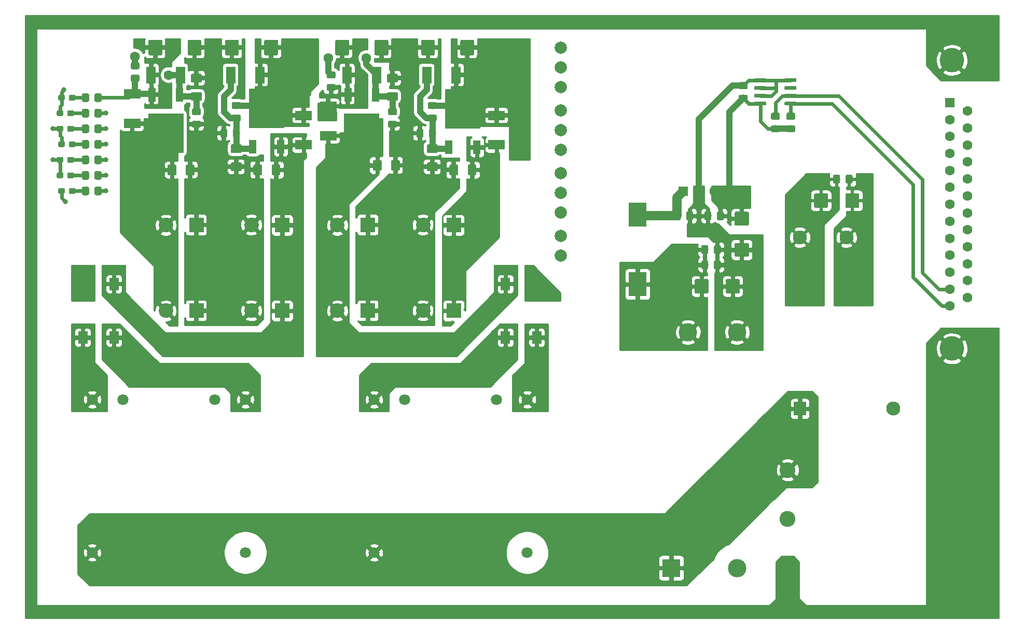
<source format=gtl>
G04 #@! TF.GenerationSoftware,KiCad,Pcbnew,5.1.4*
G04 #@! TF.CreationDate,2019-09-17T23:30:44+02:00*
G04 #@! TF.ProjectId,Supply-Board,53757070-6c79-42d4-926f-6172642e6b69,rev?*
G04 #@! TF.SameCoordinates,Original*
G04 #@! TF.FileFunction,Copper,L1,Top*
G04 #@! TF.FilePolarity,Positive*
%FSLAX46Y46*%
G04 Gerber Fmt 4.6, Leading zero omitted, Abs format (unit mm)*
G04 Created by KiCad (PCBNEW 5.1.4) date 2019-09-17 23:30:44*
%MOMM*%
%LPD*%
G04 APERTURE LIST*
%ADD10C,0.100000*%
%ADD11C,0.600000*%
%ADD12C,1.150000*%
%ADD13C,2.000000*%
%ADD14C,0.950000*%
%ADD15R,1.500000X2.700000*%
%ADD16R,2.700000X1.500000*%
%ADD17C,1.425000*%
%ADD18R,1.500000X2.000000*%
%ADD19C,4.000000*%
%ADD20C,1.600000*%
%ADD21R,1.600000X1.600000*%
%ADD22C,2.600000*%
%ADD23R,5.800000X6.400000*%
%ADD24R,1.200000X2.200000*%
%ADD25C,1.800000*%
%ADD26C,2.300000*%
%ADD27R,2.000000X2.300000*%
%ADD28R,3.000000X3.000000*%
%ADD29C,3.000000*%
%ADD30R,3.000000X4.000000*%
%ADD31C,2.250000*%
%ADD32C,2.400000*%
%ADD33R,2.400000X2.400000*%
%ADD34C,0.800000*%
%ADD35C,0.600000*%
%ADD36C,1.000000*%
%ADD37C,1.500000*%
%ADD38C,0.254000*%
%ADD39C,0.300000*%
G04 APERTURE END LIST*
D10*
G36*
X196364703Y-62355722D02*
G01*
X196379264Y-62357882D01*
X196393543Y-62361459D01*
X196407403Y-62366418D01*
X196420710Y-62372712D01*
X196433336Y-62380280D01*
X196445159Y-62389048D01*
X196456066Y-62398934D01*
X196465952Y-62409841D01*
X196474720Y-62421664D01*
X196482288Y-62434290D01*
X196488582Y-62447597D01*
X196493541Y-62461457D01*
X196497118Y-62475736D01*
X196499278Y-62490297D01*
X196500000Y-62505000D01*
X196500000Y-62805000D01*
X196499278Y-62819703D01*
X196497118Y-62834264D01*
X196493541Y-62848543D01*
X196488582Y-62862403D01*
X196482288Y-62875710D01*
X196474720Y-62888336D01*
X196465952Y-62900159D01*
X196456066Y-62911066D01*
X196445159Y-62920952D01*
X196433336Y-62929720D01*
X196420710Y-62937288D01*
X196407403Y-62943582D01*
X196393543Y-62948541D01*
X196379264Y-62952118D01*
X196364703Y-62954278D01*
X196350000Y-62955000D01*
X194700000Y-62955000D01*
X194685297Y-62954278D01*
X194670736Y-62952118D01*
X194656457Y-62948541D01*
X194642597Y-62943582D01*
X194629290Y-62937288D01*
X194616664Y-62929720D01*
X194604841Y-62920952D01*
X194593934Y-62911066D01*
X194584048Y-62900159D01*
X194575280Y-62888336D01*
X194567712Y-62875710D01*
X194561418Y-62862403D01*
X194556459Y-62848543D01*
X194552882Y-62834264D01*
X194550722Y-62819703D01*
X194550000Y-62805000D01*
X194550000Y-62505000D01*
X194550722Y-62490297D01*
X194552882Y-62475736D01*
X194556459Y-62461457D01*
X194561418Y-62447597D01*
X194567712Y-62434290D01*
X194575280Y-62421664D01*
X194584048Y-62409841D01*
X194593934Y-62398934D01*
X194604841Y-62389048D01*
X194616664Y-62380280D01*
X194629290Y-62372712D01*
X194642597Y-62366418D01*
X194656457Y-62361459D01*
X194670736Y-62357882D01*
X194685297Y-62355722D01*
X194700000Y-62355000D01*
X196350000Y-62355000D01*
X196364703Y-62355722D01*
X196364703Y-62355722D01*
G37*
D11*
X195525000Y-62655000D03*
D10*
G36*
X196364703Y-61085722D02*
G01*
X196379264Y-61087882D01*
X196393543Y-61091459D01*
X196407403Y-61096418D01*
X196420710Y-61102712D01*
X196433336Y-61110280D01*
X196445159Y-61119048D01*
X196456066Y-61128934D01*
X196465952Y-61139841D01*
X196474720Y-61151664D01*
X196482288Y-61164290D01*
X196488582Y-61177597D01*
X196493541Y-61191457D01*
X196497118Y-61205736D01*
X196499278Y-61220297D01*
X196500000Y-61235000D01*
X196500000Y-61535000D01*
X196499278Y-61549703D01*
X196497118Y-61564264D01*
X196493541Y-61578543D01*
X196488582Y-61592403D01*
X196482288Y-61605710D01*
X196474720Y-61618336D01*
X196465952Y-61630159D01*
X196456066Y-61641066D01*
X196445159Y-61650952D01*
X196433336Y-61659720D01*
X196420710Y-61667288D01*
X196407403Y-61673582D01*
X196393543Y-61678541D01*
X196379264Y-61682118D01*
X196364703Y-61684278D01*
X196350000Y-61685000D01*
X194700000Y-61685000D01*
X194685297Y-61684278D01*
X194670736Y-61682118D01*
X194656457Y-61678541D01*
X194642597Y-61673582D01*
X194629290Y-61667288D01*
X194616664Y-61659720D01*
X194604841Y-61650952D01*
X194593934Y-61641066D01*
X194584048Y-61630159D01*
X194575280Y-61618336D01*
X194567712Y-61605710D01*
X194561418Y-61592403D01*
X194556459Y-61578543D01*
X194552882Y-61564264D01*
X194550722Y-61549703D01*
X194550000Y-61535000D01*
X194550000Y-61235000D01*
X194550722Y-61220297D01*
X194552882Y-61205736D01*
X194556459Y-61191457D01*
X194561418Y-61177597D01*
X194567712Y-61164290D01*
X194575280Y-61151664D01*
X194584048Y-61139841D01*
X194593934Y-61128934D01*
X194604841Y-61119048D01*
X194616664Y-61110280D01*
X194629290Y-61102712D01*
X194642597Y-61096418D01*
X194656457Y-61091459D01*
X194670736Y-61087882D01*
X194685297Y-61085722D01*
X194700000Y-61085000D01*
X196350000Y-61085000D01*
X196364703Y-61085722D01*
X196364703Y-61085722D01*
G37*
D11*
X195525000Y-61385000D03*
D10*
G36*
X196364703Y-59815722D02*
G01*
X196379264Y-59817882D01*
X196393543Y-59821459D01*
X196407403Y-59826418D01*
X196420710Y-59832712D01*
X196433336Y-59840280D01*
X196445159Y-59849048D01*
X196456066Y-59858934D01*
X196465952Y-59869841D01*
X196474720Y-59881664D01*
X196482288Y-59894290D01*
X196488582Y-59907597D01*
X196493541Y-59921457D01*
X196497118Y-59935736D01*
X196499278Y-59950297D01*
X196500000Y-59965000D01*
X196500000Y-60265000D01*
X196499278Y-60279703D01*
X196497118Y-60294264D01*
X196493541Y-60308543D01*
X196488582Y-60322403D01*
X196482288Y-60335710D01*
X196474720Y-60348336D01*
X196465952Y-60360159D01*
X196456066Y-60371066D01*
X196445159Y-60380952D01*
X196433336Y-60389720D01*
X196420710Y-60397288D01*
X196407403Y-60403582D01*
X196393543Y-60408541D01*
X196379264Y-60412118D01*
X196364703Y-60414278D01*
X196350000Y-60415000D01*
X194700000Y-60415000D01*
X194685297Y-60414278D01*
X194670736Y-60412118D01*
X194656457Y-60408541D01*
X194642597Y-60403582D01*
X194629290Y-60397288D01*
X194616664Y-60389720D01*
X194604841Y-60380952D01*
X194593934Y-60371066D01*
X194584048Y-60360159D01*
X194575280Y-60348336D01*
X194567712Y-60335710D01*
X194561418Y-60322403D01*
X194556459Y-60308543D01*
X194552882Y-60294264D01*
X194550722Y-60279703D01*
X194550000Y-60265000D01*
X194550000Y-59965000D01*
X194550722Y-59950297D01*
X194552882Y-59935736D01*
X194556459Y-59921457D01*
X194561418Y-59907597D01*
X194567712Y-59894290D01*
X194575280Y-59881664D01*
X194584048Y-59869841D01*
X194593934Y-59858934D01*
X194604841Y-59849048D01*
X194616664Y-59840280D01*
X194629290Y-59832712D01*
X194642597Y-59826418D01*
X194656457Y-59821459D01*
X194670736Y-59817882D01*
X194685297Y-59815722D01*
X194700000Y-59815000D01*
X196350000Y-59815000D01*
X196364703Y-59815722D01*
X196364703Y-59815722D01*
G37*
D11*
X195525000Y-60115000D03*
D10*
G36*
X196364703Y-58545722D02*
G01*
X196379264Y-58547882D01*
X196393543Y-58551459D01*
X196407403Y-58556418D01*
X196420710Y-58562712D01*
X196433336Y-58570280D01*
X196445159Y-58579048D01*
X196456066Y-58588934D01*
X196465952Y-58599841D01*
X196474720Y-58611664D01*
X196482288Y-58624290D01*
X196488582Y-58637597D01*
X196493541Y-58651457D01*
X196497118Y-58665736D01*
X196499278Y-58680297D01*
X196500000Y-58695000D01*
X196500000Y-58995000D01*
X196499278Y-59009703D01*
X196497118Y-59024264D01*
X196493541Y-59038543D01*
X196488582Y-59052403D01*
X196482288Y-59065710D01*
X196474720Y-59078336D01*
X196465952Y-59090159D01*
X196456066Y-59101066D01*
X196445159Y-59110952D01*
X196433336Y-59119720D01*
X196420710Y-59127288D01*
X196407403Y-59133582D01*
X196393543Y-59138541D01*
X196379264Y-59142118D01*
X196364703Y-59144278D01*
X196350000Y-59145000D01*
X194700000Y-59145000D01*
X194685297Y-59144278D01*
X194670736Y-59142118D01*
X194656457Y-59138541D01*
X194642597Y-59133582D01*
X194629290Y-59127288D01*
X194616664Y-59119720D01*
X194604841Y-59110952D01*
X194593934Y-59101066D01*
X194584048Y-59090159D01*
X194575280Y-59078336D01*
X194567712Y-59065710D01*
X194561418Y-59052403D01*
X194556459Y-59038543D01*
X194552882Y-59024264D01*
X194550722Y-59009703D01*
X194550000Y-58995000D01*
X194550000Y-58695000D01*
X194550722Y-58680297D01*
X194552882Y-58665736D01*
X194556459Y-58651457D01*
X194561418Y-58637597D01*
X194567712Y-58624290D01*
X194575280Y-58611664D01*
X194584048Y-58599841D01*
X194593934Y-58588934D01*
X194604841Y-58579048D01*
X194616664Y-58570280D01*
X194629290Y-58562712D01*
X194642597Y-58556418D01*
X194656457Y-58551459D01*
X194670736Y-58547882D01*
X194685297Y-58545722D01*
X194700000Y-58545000D01*
X196350000Y-58545000D01*
X196364703Y-58545722D01*
X196364703Y-58545722D01*
G37*
D11*
X195525000Y-58845000D03*
D10*
G36*
X201314703Y-58545722D02*
G01*
X201329264Y-58547882D01*
X201343543Y-58551459D01*
X201357403Y-58556418D01*
X201370710Y-58562712D01*
X201383336Y-58570280D01*
X201395159Y-58579048D01*
X201406066Y-58588934D01*
X201415952Y-58599841D01*
X201424720Y-58611664D01*
X201432288Y-58624290D01*
X201438582Y-58637597D01*
X201443541Y-58651457D01*
X201447118Y-58665736D01*
X201449278Y-58680297D01*
X201450000Y-58695000D01*
X201450000Y-58995000D01*
X201449278Y-59009703D01*
X201447118Y-59024264D01*
X201443541Y-59038543D01*
X201438582Y-59052403D01*
X201432288Y-59065710D01*
X201424720Y-59078336D01*
X201415952Y-59090159D01*
X201406066Y-59101066D01*
X201395159Y-59110952D01*
X201383336Y-59119720D01*
X201370710Y-59127288D01*
X201357403Y-59133582D01*
X201343543Y-59138541D01*
X201329264Y-59142118D01*
X201314703Y-59144278D01*
X201300000Y-59145000D01*
X199650000Y-59145000D01*
X199635297Y-59144278D01*
X199620736Y-59142118D01*
X199606457Y-59138541D01*
X199592597Y-59133582D01*
X199579290Y-59127288D01*
X199566664Y-59119720D01*
X199554841Y-59110952D01*
X199543934Y-59101066D01*
X199534048Y-59090159D01*
X199525280Y-59078336D01*
X199517712Y-59065710D01*
X199511418Y-59052403D01*
X199506459Y-59038543D01*
X199502882Y-59024264D01*
X199500722Y-59009703D01*
X199500000Y-58995000D01*
X199500000Y-58695000D01*
X199500722Y-58680297D01*
X199502882Y-58665736D01*
X199506459Y-58651457D01*
X199511418Y-58637597D01*
X199517712Y-58624290D01*
X199525280Y-58611664D01*
X199534048Y-58599841D01*
X199543934Y-58588934D01*
X199554841Y-58579048D01*
X199566664Y-58570280D01*
X199579290Y-58562712D01*
X199592597Y-58556418D01*
X199606457Y-58551459D01*
X199620736Y-58547882D01*
X199635297Y-58545722D01*
X199650000Y-58545000D01*
X201300000Y-58545000D01*
X201314703Y-58545722D01*
X201314703Y-58545722D01*
G37*
D11*
X200475000Y-58845000D03*
D10*
G36*
X201314703Y-59815722D02*
G01*
X201329264Y-59817882D01*
X201343543Y-59821459D01*
X201357403Y-59826418D01*
X201370710Y-59832712D01*
X201383336Y-59840280D01*
X201395159Y-59849048D01*
X201406066Y-59858934D01*
X201415952Y-59869841D01*
X201424720Y-59881664D01*
X201432288Y-59894290D01*
X201438582Y-59907597D01*
X201443541Y-59921457D01*
X201447118Y-59935736D01*
X201449278Y-59950297D01*
X201450000Y-59965000D01*
X201450000Y-60265000D01*
X201449278Y-60279703D01*
X201447118Y-60294264D01*
X201443541Y-60308543D01*
X201438582Y-60322403D01*
X201432288Y-60335710D01*
X201424720Y-60348336D01*
X201415952Y-60360159D01*
X201406066Y-60371066D01*
X201395159Y-60380952D01*
X201383336Y-60389720D01*
X201370710Y-60397288D01*
X201357403Y-60403582D01*
X201343543Y-60408541D01*
X201329264Y-60412118D01*
X201314703Y-60414278D01*
X201300000Y-60415000D01*
X199650000Y-60415000D01*
X199635297Y-60414278D01*
X199620736Y-60412118D01*
X199606457Y-60408541D01*
X199592597Y-60403582D01*
X199579290Y-60397288D01*
X199566664Y-60389720D01*
X199554841Y-60380952D01*
X199543934Y-60371066D01*
X199534048Y-60360159D01*
X199525280Y-60348336D01*
X199517712Y-60335710D01*
X199511418Y-60322403D01*
X199506459Y-60308543D01*
X199502882Y-60294264D01*
X199500722Y-60279703D01*
X199500000Y-60265000D01*
X199500000Y-59965000D01*
X199500722Y-59950297D01*
X199502882Y-59935736D01*
X199506459Y-59921457D01*
X199511418Y-59907597D01*
X199517712Y-59894290D01*
X199525280Y-59881664D01*
X199534048Y-59869841D01*
X199543934Y-59858934D01*
X199554841Y-59849048D01*
X199566664Y-59840280D01*
X199579290Y-59832712D01*
X199592597Y-59826418D01*
X199606457Y-59821459D01*
X199620736Y-59817882D01*
X199635297Y-59815722D01*
X199650000Y-59815000D01*
X201300000Y-59815000D01*
X201314703Y-59815722D01*
X201314703Y-59815722D01*
G37*
D11*
X200475000Y-60115000D03*
D10*
G36*
X201314703Y-61085722D02*
G01*
X201329264Y-61087882D01*
X201343543Y-61091459D01*
X201357403Y-61096418D01*
X201370710Y-61102712D01*
X201383336Y-61110280D01*
X201395159Y-61119048D01*
X201406066Y-61128934D01*
X201415952Y-61139841D01*
X201424720Y-61151664D01*
X201432288Y-61164290D01*
X201438582Y-61177597D01*
X201443541Y-61191457D01*
X201447118Y-61205736D01*
X201449278Y-61220297D01*
X201450000Y-61235000D01*
X201450000Y-61535000D01*
X201449278Y-61549703D01*
X201447118Y-61564264D01*
X201443541Y-61578543D01*
X201438582Y-61592403D01*
X201432288Y-61605710D01*
X201424720Y-61618336D01*
X201415952Y-61630159D01*
X201406066Y-61641066D01*
X201395159Y-61650952D01*
X201383336Y-61659720D01*
X201370710Y-61667288D01*
X201357403Y-61673582D01*
X201343543Y-61678541D01*
X201329264Y-61682118D01*
X201314703Y-61684278D01*
X201300000Y-61685000D01*
X199650000Y-61685000D01*
X199635297Y-61684278D01*
X199620736Y-61682118D01*
X199606457Y-61678541D01*
X199592597Y-61673582D01*
X199579290Y-61667288D01*
X199566664Y-61659720D01*
X199554841Y-61650952D01*
X199543934Y-61641066D01*
X199534048Y-61630159D01*
X199525280Y-61618336D01*
X199517712Y-61605710D01*
X199511418Y-61592403D01*
X199506459Y-61578543D01*
X199502882Y-61564264D01*
X199500722Y-61549703D01*
X199500000Y-61535000D01*
X199500000Y-61235000D01*
X199500722Y-61220297D01*
X199502882Y-61205736D01*
X199506459Y-61191457D01*
X199511418Y-61177597D01*
X199517712Y-61164290D01*
X199525280Y-61151664D01*
X199534048Y-61139841D01*
X199543934Y-61128934D01*
X199554841Y-61119048D01*
X199566664Y-61110280D01*
X199579290Y-61102712D01*
X199592597Y-61096418D01*
X199606457Y-61091459D01*
X199620736Y-61087882D01*
X199635297Y-61085722D01*
X199650000Y-61085000D01*
X201300000Y-61085000D01*
X201314703Y-61085722D01*
X201314703Y-61085722D01*
G37*
D11*
X200475000Y-61385000D03*
D10*
G36*
X201314703Y-62355722D02*
G01*
X201329264Y-62357882D01*
X201343543Y-62361459D01*
X201357403Y-62366418D01*
X201370710Y-62372712D01*
X201383336Y-62380280D01*
X201395159Y-62389048D01*
X201406066Y-62398934D01*
X201415952Y-62409841D01*
X201424720Y-62421664D01*
X201432288Y-62434290D01*
X201438582Y-62447597D01*
X201443541Y-62461457D01*
X201447118Y-62475736D01*
X201449278Y-62490297D01*
X201450000Y-62505000D01*
X201450000Y-62805000D01*
X201449278Y-62819703D01*
X201447118Y-62834264D01*
X201443541Y-62848543D01*
X201438582Y-62862403D01*
X201432288Y-62875710D01*
X201424720Y-62888336D01*
X201415952Y-62900159D01*
X201406066Y-62911066D01*
X201395159Y-62920952D01*
X201383336Y-62929720D01*
X201370710Y-62937288D01*
X201357403Y-62943582D01*
X201343543Y-62948541D01*
X201329264Y-62952118D01*
X201314703Y-62954278D01*
X201300000Y-62955000D01*
X199650000Y-62955000D01*
X199635297Y-62954278D01*
X199620736Y-62952118D01*
X199606457Y-62948541D01*
X199592597Y-62943582D01*
X199579290Y-62937288D01*
X199566664Y-62929720D01*
X199554841Y-62920952D01*
X199543934Y-62911066D01*
X199534048Y-62900159D01*
X199525280Y-62888336D01*
X199517712Y-62875710D01*
X199511418Y-62862403D01*
X199506459Y-62848543D01*
X199502882Y-62834264D01*
X199500722Y-62819703D01*
X199500000Y-62805000D01*
X199500000Y-62505000D01*
X199500722Y-62490297D01*
X199502882Y-62475736D01*
X199506459Y-62461457D01*
X199511418Y-62447597D01*
X199517712Y-62434290D01*
X199525280Y-62421664D01*
X199534048Y-62409841D01*
X199543934Y-62398934D01*
X199554841Y-62389048D01*
X199566664Y-62380280D01*
X199579290Y-62372712D01*
X199592597Y-62366418D01*
X199606457Y-62361459D01*
X199620736Y-62357882D01*
X199635297Y-62355722D01*
X199650000Y-62355000D01*
X201300000Y-62355000D01*
X201314703Y-62355722D01*
X201314703Y-62355722D01*
G37*
D11*
X200475000Y-62655000D03*
D10*
G36*
X193224505Y-59151204D02*
G01*
X193248773Y-59154804D01*
X193272572Y-59160765D01*
X193295671Y-59169030D01*
X193317850Y-59179520D01*
X193338893Y-59192132D01*
X193358599Y-59206747D01*
X193376777Y-59223223D01*
X193393253Y-59241401D01*
X193407868Y-59261107D01*
X193420480Y-59282150D01*
X193430970Y-59304329D01*
X193439235Y-59327428D01*
X193445196Y-59351227D01*
X193448796Y-59375495D01*
X193450000Y-59399999D01*
X193450000Y-60050001D01*
X193448796Y-60074505D01*
X193445196Y-60098773D01*
X193439235Y-60122572D01*
X193430970Y-60145671D01*
X193420480Y-60167850D01*
X193407868Y-60188893D01*
X193393253Y-60208599D01*
X193376777Y-60226777D01*
X193358599Y-60243253D01*
X193338893Y-60257868D01*
X193317850Y-60270480D01*
X193295671Y-60280970D01*
X193272572Y-60289235D01*
X193248773Y-60295196D01*
X193224505Y-60298796D01*
X193200001Y-60300000D01*
X192299999Y-60300000D01*
X192275495Y-60298796D01*
X192251227Y-60295196D01*
X192227428Y-60289235D01*
X192204329Y-60280970D01*
X192182150Y-60270480D01*
X192161107Y-60257868D01*
X192141401Y-60243253D01*
X192123223Y-60226777D01*
X192106747Y-60208599D01*
X192092132Y-60188893D01*
X192079520Y-60167850D01*
X192069030Y-60145671D01*
X192060765Y-60122572D01*
X192054804Y-60098773D01*
X192051204Y-60074505D01*
X192050000Y-60050001D01*
X192050000Y-59399999D01*
X192051204Y-59375495D01*
X192054804Y-59351227D01*
X192060765Y-59327428D01*
X192069030Y-59304329D01*
X192079520Y-59282150D01*
X192092132Y-59261107D01*
X192106747Y-59241401D01*
X192123223Y-59223223D01*
X192141401Y-59206747D01*
X192161107Y-59192132D01*
X192182150Y-59179520D01*
X192204329Y-59169030D01*
X192227428Y-59160765D01*
X192251227Y-59154804D01*
X192275495Y-59151204D01*
X192299999Y-59150000D01*
X193200001Y-59150000D01*
X193224505Y-59151204D01*
X193224505Y-59151204D01*
G37*
D12*
X192750000Y-59725000D03*
D10*
G36*
X193224505Y-61201204D02*
G01*
X193248773Y-61204804D01*
X193272572Y-61210765D01*
X193295671Y-61219030D01*
X193317850Y-61229520D01*
X193338893Y-61242132D01*
X193358599Y-61256747D01*
X193376777Y-61273223D01*
X193393253Y-61291401D01*
X193407868Y-61311107D01*
X193420480Y-61332150D01*
X193430970Y-61354329D01*
X193439235Y-61377428D01*
X193445196Y-61401227D01*
X193448796Y-61425495D01*
X193450000Y-61449999D01*
X193450000Y-62100001D01*
X193448796Y-62124505D01*
X193445196Y-62148773D01*
X193439235Y-62172572D01*
X193430970Y-62195671D01*
X193420480Y-62217850D01*
X193407868Y-62238893D01*
X193393253Y-62258599D01*
X193376777Y-62276777D01*
X193358599Y-62293253D01*
X193338893Y-62307868D01*
X193317850Y-62320480D01*
X193295671Y-62330970D01*
X193272572Y-62339235D01*
X193248773Y-62345196D01*
X193224505Y-62348796D01*
X193200001Y-62350000D01*
X192299999Y-62350000D01*
X192275495Y-62348796D01*
X192251227Y-62345196D01*
X192227428Y-62339235D01*
X192204329Y-62330970D01*
X192182150Y-62320480D01*
X192161107Y-62307868D01*
X192141401Y-62293253D01*
X192123223Y-62276777D01*
X192106747Y-62258599D01*
X192092132Y-62238893D01*
X192079520Y-62217850D01*
X192069030Y-62195671D01*
X192060765Y-62172572D01*
X192054804Y-62148773D01*
X192051204Y-62124505D01*
X192050000Y-62100001D01*
X192050000Y-61449999D01*
X192051204Y-61425495D01*
X192054804Y-61401227D01*
X192060765Y-61377428D01*
X192069030Y-61354329D01*
X192079520Y-61332150D01*
X192092132Y-61311107D01*
X192106747Y-61291401D01*
X192123223Y-61273223D01*
X192141401Y-61256747D01*
X192161107Y-61242132D01*
X192182150Y-61229520D01*
X192204329Y-61219030D01*
X192227428Y-61210765D01*
X192251227Y-61204804D01*
X192275495Y-61201204D01*
X192299999Y-61200000D01*
X193200001Y-61200000D01*
X193224505Y-61201204D01*
X193224505Y-61201204D01*
G37*
D12*
X192750000Y-61775000D03*
D13*
X163000000Y-80500000D03*
X163000000Y-87500000D03*
X163000000Y-56750000D03*
X163000000Y-60000000D03*
X163000000Y-63750000D03*
X163000000Y-67000000D03*
X163000000Y-70250000D03*
X163000000Y-74000000D03*
X163000000Y-77250000D03*
X163000000Y-53500000D03*
X163000000Y-84250000D03*
D10*
G36*
X83287779Y-71372144D02*
G01*
X83310834Y-71375563D01*
X83333443Y-71381227D01*
X83355387Y-71389079D01*
X83376457Y-71399044D01*
X83396448Y-71411026D01*
X83415168Y-71424910D01*
X83432438Y-71440562D01*
X83448090Y-71457832D01*
X83461974Y-71476552D01*
X83473956Y-71496543D01*
X83483921Y-71517613D01*
X83491773Y-71539557D01*
X83497437Y-71562166D01*
X83500856Y-71585221D01*
X83502000Y-71608500D01*
X83502000Y-72083500D01*
X83500856Y-72106779D01*
X83497437Y-72129834D01*
X83491773Y-72152443D01*
X83483921Y-72174387D01*
X83473956Y-72195457D01*
X83461974Y-72215448D01*
X83448090Y-72234168D01*
X83432438Y-72251438D01*
X83415168Y-72267090D01*
X83396448Y-72280974D01*
X83376457Y-72292956D01*
X83355387Y-72302921D01*
X83333443Y-72310773D01*
X83310834Y-72316437D01*
X83287779Y-72319856D01*
X83264500Y-72321000D01*
X82689500Y-72321000D01*
X82666221Y-72319856D01*
X82643166Y-72316437D01*
X82620557Y-72310773D01*
X82598613Y-72302921D01*
X82577543Y-72292956D01*
X82557552Y-72280974D01*
X82538832Y-72267090D01*
X82521562Y-72251438D01*
X82505910Y-72234168D01*
X82492026Y-72215448D01*
X82480044Y-72195457D01*
X82470079Y-72174387D01*
X82462227Y-72152443D01*
X82456563Y-72129834D01*
X82453144Y-72106779D01*
X82452000Y-72083500D01*
X82452000Y-71608500D01*
X82453144Y-71585221D01*
X82456563Y-71562166D01*
X82462227Y-71539557D01*
X82470079Y-71517613D01*
X82480044Y-71496543D01*
X82492026Y-71476552D01*
X82505910Y-71457832D01*
X82521562Y-71440562D01*
X82538832Y-71424910D01*
X82557552Y-71411026D01*
X82577543Y-71399044D01*
X82598613Y-71389079D01*
X82620557Y-71381227D01*
X82643166Y-71375563D01*
X82666221Y-71372144D01*
X82689500Y-71371000D01*
X83264500Y-71371000D01*
X83287779Y-71372144D01*
X83287779Y-71372144D01*
G37*
D14*
X82977000Y-71846000D03*
D10*
G36*
X81537779Y-71372144D02*
G01*
X81560834Y-71375563D01*
X81583443Y-71381227D01*
X81605387Y-71389079D01*
X81626457Y-71399044D01*
X81646448Y-71411026D01*
X81665168Y-71424910D01*
X81682438Y-71440562D01*
X81698090Y-71457832D01*
X81711974Y-71476552D01*
X81723956Y-71496543D01*
X81733921Y-71517613D01*
X81741773Y-71539557D01*
X81747437Y-71562166D01*
X81750856Y-71585221D01*
X81752000Y-71608500D01*
X81752000Y-72083500D01*
X81750856Y-72106779D01*
X81747437Y-72129834D01*
X81741773Y-72152443D01*
X81733921Y-72174387D01*
X81723956Y-72195457D01*
X81711974Y-72215448D01*
X81698090Y-72234168D01*
X81682438Y-72251438D01*
X81665168Y-72267090D01*
X81646448Y-72280974D01*
X81626457Y-72292956D01*
X81605387Y-72302921D01*
X81583443Y-72310773D01*
X81560834Y-72316437D01*
X81537779Y-72319856D01*
X81514500Y-72321000D01*
X80939500Y-72321000D01*
X80916221Y-72319856D01*
X80893166Y-72316437D01*
X80870557Y-72310773D01*
X80848613Y-72302921D01*
X80827543Y-72292956D01*
X80807552Y-72280974D01*
X80788832Y-72267090D01*
X80771562Y-72251438D01*
X80755910Y-72234168D01*
X80742026Y-72215448D01*
X80730044Y-72195457D01*
X80720079Y-72174387D01*
X80712227Y-72152443D01*
X80706563Y-72129834D01*
X80703144Y-72106779D01*
X80702000Y-72083500D01*
X80702000Y-71608500D01*
X80703144Y-71585221D01*
X80706563Y-71562166D01*
X80712227Y-71539557D01*
X80720079Y-71517613D01*
X80730044Y-71496543D01*
X80742026Y-71476552D01*
X80755910Y-71457832D01*
X80771562Y-71440562D01*
X80788832Y-71424910D01*
X80807552Y-71411026D01*
X80827543Y-71399044D01*
X80848613Y-71389079D01*
X80870557Y-71381227D01*
X80893166Y-71375563D01*
X80916221Y-71372144D01*
X80939500Y-71371000D01*
X81514500Y-71371000D01*
X81537779Y-71372144D01*
X81537779Y-71372144D01*
G37*
D14*
X81227000Y-71846000D03*
D10*
G36*
X83541779Y-76452144D02*
G01*
X83564834Y-76455563D01*
X83587443Y-76461227D01*
X83609387Y-76469079D01*
X83630457Y-76479044D01*
X83650448Y-76491026D01*
X83669168Y-76504910D01*
X83686438Y-76520562D01*
X83702090Y-76537832D01*
X83715974Y-76556552D01*
X83727956Y-76576543D01*
X83737921Y-76597613D01*
X83745773Y-76619557D01*
X83751437Y-76642166D01*
X83754856Y-76665221D01*
X83756000Y-76688500D01*
X83756000Y-77163500D01*
X83754856Y-77186779D01*
X83751437Y-77209834D01*
X83745773Y-77232443D01*
X83737921Y-77254387D01*
X83727956Y-77275457D01*
X83715974Y-77295448D01*
X83702090Y-77314168D01*
X83686438Y-77331438D01*
X83669168Y-77347090D01*
X83650448Y-77360974D01*
X83630457Y-77372956D01*
X83609387Y-77382921D01*
X83587443Y-77390773D01*
X83564834Y-77396437D01*
X83541779Y-77399856D01*
X83518500Y-77401000D01*
X82943500Y-77401000D01*
X82920221Y-77399856D01*
X82897166Y-77396437D01*
X82874557Y-77390773D01*
X82852613Y-77382921D01*
X82831543Y-77372956D01*
X82811552Y-77360974D01*
X82792832Y-77347090D01*
X82775562Y-77331438D01*
X82759910Y-77314168D01*
X82746026Y-77295448D01*
X82734044Y-77275457D01*
X82724079Y-77254387D01*
X82716227Y-77232443D01*
X82710563Y-77209834D01*
X82707144Y-77186779D01*
X82706000Y-77163500D01*
X82706000Y-76688500D01*
X82707144Y-76665221D01*
X82710563Y-76642166D01*
X82716227Y-76619557D01*
X82724079Y-76597613D01*
X82734044Y-76576543D01*
X82746026Y-76556552D01*
X82759910Y-76537832D01*
X82775562Y-76520562D01*
X82792832Y-76504910D01*
X82811552Y-76491026D01*
X82831543Y-76479044D01*
X82852613Y-76469079D01*
X82874557Y-76461227D01*
X82897166Y-76455563D01*
X82920221Y-76452144D01*
X82943500Y-76451000D01*
X83518500Y-76451000D01*
X83541779Y-76452144D01*
X83541779Y-76452144D01*
G37*
D14*
X83231000Y-76926000D03*
D10*
G36*
X81791779Y-76452144D02*
G01*
X81814834Y-76455563D01*
X81837443Y-76461227D01*
X81859387Y-76469079D01*
X81880457Y-76479044D01*
X81900448Y-76491026D01*
X81919168Y-76504910D01*
X81936438Y-76520562D01*
X81952090Y-76537832D01*
X81965974Y-76556552D01*
X81977956Y-76576543D01*
X81987921Y-76597613D01*
X81995773Y-76619557D01*
X82001437Y-76642166D01*
X82004856Y-76665221D01*
X82006000Y-76688500D01*
X82006000Y-77163500D01*
X82004856Y-77186779D01*
X82001437Y-77209834D01*
X81995773Y-77232443D01*
X81987921Y-77254387D01*
X81977956Y-77275457D01*
X81965974Y-77295448D01*
X81952090Y-77314168D01*
X81936438Y-77331438D01*
X81919168Y-77347090D01*
X81900448Y-77360974D01*
X81880457Y-77372956D01*
X81859387Y-77382921D01*
X81837443Y-77390773D01*
X81814834Y-77396437D01*
X81791779Y-77399856D01*
X81768500Y-77401000D01*
X81193500Y-77401000D01*
X81170221Y-77399856D01*
X81147166Y-77396437D01*
X81124557Y-77390773D01*
X81102613Y-77382921D01*
X81081543Y-77372956D01*
X81061552Y-77360974D01*
X81042832Y-77347090D01*
X81025562Y-77331438D01*
X81009910Y-77314168D01*
X80996026Y-77295448D01*
X80984044Y-77275457D01*
X80974079Y-77254387D01*
X80966227Y-77232443D01*
X80960563Y-77209834D01*
X80957144Y-77186779D01*
X80956000Y-77163500D01*
X80956000Y-76688500D01*
X80957144Y-76665221D01*
X80960563Y-76642166D01*
X80966227Y-76619557D01*
X80974079Y-76597613D01*
X80984044Y-76576543D01*
X80996026Y-76556552D01*
X81009910Y-76537832D01*
X81025562Y-76520562D01*
X81042832Y-76504910D01*
X81061552Y-76491026D01*
X81081543Y-76479044D01*
X81102613Y-76469079D01*
X81124557Y-76461227D01*
X81147166Y-76455563D01*
X81170221Y-76452144D01*
X81193500Y-76451000D01*
X81768500Y-76451000D01*
X81791779Y-76452144D01*
X81791779Y-76452144D01*
G37*
D14*
X81481000Y-76926000D03*
D10*
G36*
X83287779Y-73912144D02*
G01*
X83310834Y-73915563D01*
X83333443Y-73921227D01*
X83355387Y-73929079D01*
X83376457Y-73939044D01*
X83396448Y-73951026D01*
X83415168Y-73964910D01*
X83432438Y-73980562D01*
X83448090Y-73997832D01*
X83461974Y-74016552D01*
X83473956Y-74036543D01*
X83483921Y-74057613D01*
X83491773Y-74079557D01*
X83497437Y-74102166D01*
X83500856Y-74125221D01*
X83502000Y-74148500D01*
X83502000Y-74623500D01*
X83500856Y-74646779D01*
X83497437Y-74669834D01*
X83491773Y-74692443D01*
X83483921Y-74714387D01*
X83473956Y-74735457D01*
X83461974Y-74755448D01*
X83448090Y-74774168D01*
X83432438Y-74791438D01*
X83415168Y-74807090D01*
X83396448Y-74820974D01*
X83376457Y-74832956D01*
X83355387Y-74842921D01*
X83333443Y-74850773D01*
X83310834Y-74856437D01*
X83287779Y-74859856D01*
X83264500Y-74861000D01*
X82689500Y-74861000D01*
X82666221Y-74859856D01*
X82643166Y-74856437D01*
X82620557Y-74850773D01*
X82598613Y-74842921D01*
X82577543Y-74832956D01*
X82557552Y-74820974D01*
X82538832Y-74807090D01*
X82521562Y-74791438D01*
X82505910Y-74774168D01*
X82492026Y-74755448D01*
X82480044Y-74735457D01*
X82470079Y-74714387D01*
X82462227Y-74692443D01*
X82456563Y-74669834D01*
X82453144Y-74646779D01*
X82452000Y-74623500D01*
X82452000Y-74148500D01*
X82453144Y-74125221D01*
X82456563Y-74102166D01*
X82462227Y-74079557D01*
X82470079Y-74057613D01*
X82480044Y-74036543D01*
X82492026Y-74016552D01*
X82505910Y-73997832D01*
X82521562Y-73980562D01*
X82538832Y-73964910D01*
X82557552Y-73951026D01*
X82577543Y-73939044D01*
X82598613Y-73929079D01*
X82620557Y-73921227D01*
X82643166Y-73915563D01*
X82666221Y-73912144D01*
X82689500Y-73911000D01*
X83264500Y-73911000D01*
X83287779Y-73912144D01*
X83287779Y-73912144D01*
G37*
D14*
X82977000Y-74386000D03*
D10*
G36*
X81537779Y-73912144D02*
G01*
X81560834Y-73915563D01*
X81583443Y-73921227D01*
X81605387Y-73929079D01*
X81626457Y-73939044D01*
X81646448Y-73951026D01*
X81665168Y-73964910D01*
X81682438Y-73980562D01*
X81698090Y-73997832D01*
X81711974Y-74016552D01*
X81723956Y-74036543D01*
X81733921Y-74057613D01*
X81741773Y-74079557D01*
X81747437Y-74102166D01*
X81750856Y-74125221D01*
X81752000Y-74148500D01*
X81752000Y-74623500D01*
X81750856Y-74646779D01*
X81747437Y-74669834D01*
X81741773Y-74692443D01*
X81733921Y-74714387D01*
X81723956Y-74735457D01*
X81711974Y-74755448D01*
X81698090Y-74774168D01*
X81682438Y-74791438D01*
X81665168Y-74807090D01*
X81646448Y-74820974D01*
X81626457Y-74832956D01*
X81605387Y-74842921D01*
X81583443Y-74850773D01*
X81560834Y-74856437D01*
X81537779Y-74859856D01*
X81514500Y-74861000D01*
X80939500Y-74861000D01*
X80916221Y-74859856D01*
X80893166Y-74856437D01*
X80870557Y-74850773D01*
X80848613Y-74842921D01*
X80827543Y-74832956D01*
X80807552Y-74820974D01*
X80788832Y-74807090D01*
X80771562Y-74791438D01*
X80755910Y-74774168D01*
X80742026Y-74755448D01*
X80730044Y-74735457D01*
X80720079Y-74714387D01*
X80712227Y-74692443D01*
X80706563Y-74669834D01*
X80703144Y-74646779D01*
X80702000Y-74623500D01*
X80702000Y-74148500D01*
X80703144Y-74125221D01*
X80706563Y-74102166D01*
X80712227Y-74079557D01*
X80720079Y-74057613D01*
X80730044Y-74036543D01*
X80742026Y-74016552D01*
X80755910Y-73997832D01*
X80771562Y-73980562D01*
X80788832Y-73964910D01*
X80807552Y-73951026D01*
X80827543Y-73939044D01*
X80848613Y-73929079D01*
X80870557Y-73921227D01*
X80893166Y-73915563D01*
X80916221Y-73912144D01*
X80939500Y-73911000D01*
X81514500Y-73911000D01*
X81537779Y-73912144D01*
X81537779Y-73912144D01*
G37*
D14*
X81227000Y-74386000D03*
D10*
G36*
X81537779Y-66292144D02*
G01*
X81560834Y-66295563D01*
X81583443Y-66301227D01*
X81605387Y-66309079D01*
X81626457Y-66319044D01*
X81646448Y-66331026D01*
X81665168Y-66344910D01*
X81682438Y-66360562D01*
X81698090Y-66377832D01*
X81711974Y-66396552D01*
X81723956Y-66416543D01*
X81733921Y-66437613D01*
X81741773Y-66459557D01*
X81747437Y-66482166D01*
X81750856Y-66505221D01*
X81752000Y-66528500D01*
X81752000Y-67003500D01*
X81750856Y-67026779D01*
X81747437Y-67049834D01*
X81741773Y-67072443D01*
X81733921Y-67094387D01*
X81723956Y-67115457D01*
X81711974Y-67135448D01*
X81698090Y-67154168D01*
X81682438Y-67171438D01*
X81665168Y-67187090D01*
X81646448Y-67200974D01*
X81626457Y-67212956D01*
X81605387Y-67222921D01*
X81583443Y-67230773D01*
X81560834Y-67236437D01*
X81537779Y-67239856D01*
X81514500Y-67241000D01*
X80939500Y-67241000D01*
X80916221Y-67239856D01*
X80893166Y-67236437D01*
X80870557Y-67230773D01*
X80848613Y-67222921D01*
X80827543Y-67212956D01*
X80807552Y-67200974D01*
X80788832Y-67187090D01*
X80771562Y-67171438D01*
X80755910Y-67154168D01*
X80742026Y-67135448D01*
X80730044Y-67115457D01*
X80720079Y-67094387D01*
X80712227Y-67072443D01*
X80706563Y-67049834D01*
X80703144Y-67026779D01*
X80702000Y-67003500D01*
X80702000Y-66528500D01*
X80703144Y-66505221D01*
X80706563Y-66482166D01*
X80712227Y-66459557D01*
X80720079Y-66437613D01*
X80730044Y-66416543D01*
X80742026Y-66396552D01*
X80755910Y-66377832D01*
X80771562Y-66360562D01*
X80788832Y-66344910D01*
X80807552Y-66331026D01*
X80827543Y-66319044D01*
X80848613Y-66309079D01*
X80870557Y-66301227D01*
X80893166Y-66295563D01*
X80916221Y-66292144D01*
X80939500Y-66291000D01*
X81514500Y-66291000D01*
X81537779Y-66292144D01*
X81537779Y-66292144D01*
G37*
D14*
X81227000Y-66766000D03*
D10*
G36*
X83287779Y-66292144D02*
G01*
X83310834Y-66295563D01*
X83333443Y-66301227D01*
X83355387Y-66309079D01*
X83376457Y-66319044D01*
X83396448Y-66331026D01*
X83415168Y-66344910D01*
X83432438Y-66360562D01*
X83448090Y-66377832D01*
X83461974Y-66396552D01*
X83473956Y-66416543D01*
X83483921Y-66437613D01*
X83491773Y-66459557D01*
X83497437Y-66482166D01*
X83500856Y-66505221D01*
X83502000Y-66528500D01*
X83502000Y-67003500D01*
X83500856Y-67026779D01*
X83497437Y-67049834D01*
X83491773Y-67072443D01*
X83483921Y-67094387D01*
X83473956Y-67115457D01*
X83461974Y-67135448D01*
X83448090Y-67154168D01*
X83432438Y-67171438D01*
X83415168Y-67187090D01*
X83396448Y-67200974D01*
X83376457Y-67212956D01*
X83355387Y-67222921D01*
X83333443Y-67230773D01*
X83310834Y-67236437D01*
X83287779Y-67239856D01*
X83264500Y-67241000D01*
X82689500Y-67241000D01*
X82666221Y-67239856D01*
X82643166Y-67236437D01*
X82620557Y-67230773D01*
X82598613Y-67222921D01*
X82577543Y-67212956D01*
X82557552Y-67200974D01*
X82538832Y-67187090D01*
X82521562Y-67171438D01*
X82505910Y-67154168D01*
X82492026Y-67135448D01*
X82480044Y-67115457D01*
X82470079Y-67094387D01*
X82462227Y-67072443D01*
X82456563Y-67049834D01*
X82453144Y-67026779D01*
X82452000Y-67003500D01*
X82452000Y-66528500D01*
X82453144Y-66505221D01*
X82456563Y-66482166D01*
X82462227Y-66459557D01*
X82470079Y-66437613D01*
X82480044Y-66416543D01*
X82492026Y-66396552D01*
X82505910Y-66377832D01*
X82521562Y-66360562D01*
X82538832Y-66344910D01*
X82557552Y-66331026D01*
X82577543Y-66319044D01*
X82598613Y-66309079D01*
X82620557Y-66301227D01*
X82643166Y-66295563D01*
X82666221Y-66292144D01*
X82689500Y-66291000D01*
X83264500Y-66291000D01*
X83287779Y-66292144D01*
X83287779Y-66292144D01*
G37*
D14*
X82977000Y-66766000D03*
D10*
G36*
X83541779Y-68832144D02*
G01*
X83564834Y-68835563D01*
X83587443Y-68841227D01*
X83609387Y-68849079D01*
X83630457Y-68859044D01*
X83650448Y-68871026D01*
X83669168Y-68884910D01*
X83686438Y-68900562D01*
X83702090Y-68917832D01*
X83715974Y-68936552D01*
X83727956Y-68956543D01*
X83737921Y-68977613D01*
X83745773Y-68999557D01*
X83751437Y-69022166D01*
X83754856Y-69045221D01*
X83756000Y-69068500D01*
X83756000Y-69543500D01*
X83754856Y-69566779D01*
X83751437Y-69589834D01*
X83745773Y-69612443D01*
X83737921Y-69634387D01*
X83727956Y-69655457D01*
X83715974Y-69675448D01*
X83702090Y-69694168D01*
X83686438Y-69711438D01*
X83669168Y-69727090D01*
X83650448Y-69740974D01*
X83630457Y-69752956D01*
X83609387Y-69762921D01*
X83587443Y-69770773D01*
X83564834Y-69776437D01*
X83541779Y-69779856D01*
X83518500Y-69781000D01*
X82943500Y-69781000D01*
X82920221Y-69779856D01*
X82897166Y-69776437D01*
X82874557Y-69770773D01*
X82852613Y-69762921D01*
X82831543Y-69752956D01*
X82811552Y-69740974D01*
X82792832Y-69727090D01*
X82775562Y-69711438D01*
X82759910Y-69694168D01*
X82746026Y-69675448D01*
X82734044Y-69655457D01*
X82724079Y-69634387D01*
X82716227Y-69612443D01*
X82710563Y-69589834D01*
X82707144Y-69566779D01*
X82706000Y-69543500D01*
X82706000Y-69068500D01*
X82707144Y-69045221D01*
X82710563Y-69022166D01*
X82716227Y-68999557D01*
X82724079Y-68977613D01*
X82734044Y-68956543D01*
X82746026Y-68936552D01*
X82759910Y-68917832D01*
X82775562Y-68900562D01*
X82792832Y-68884910D01*
X82811552Y-68871026D01*
X82831543Y-68859044D01*
X82852613Y-68849079D01*
X82874557Y-68841227D01*
X82897166Y-68835563D01*
X82920221Y-68832144D01*
X82943500Y-68831000D01*
X83518500Y-68831000D01*
X83541779Y-68832144D01*
X83541779Y-68832144D01*
G37*
D14*
X83231000Y-69306000D03*
D10*
G36*
X81791779Y-68832144D02*
G01*
X81814834Y-68835563D01*
X81837443Y-68841227D01*
X81859387Y-68849079D01*
X81880457Y-68859044D01*
X81900448Y-68871026D01*
X81919168Y-68884910D01*
X81936438Y-68900562D01*
X81952090Y-68917832D01*
X81965974Y-68936552D01*
X81977956Y-68956543D01*
X81987921Y-68977613D01*
X81995773Y-68999557D01*
X82001437Y-69022166D01*
X82004856Y-69045221D01*
X82006000Y-69068500D01*
X82006000Y-69543500D01*
X82004856Y-69566779D01*
X82001437Y-69589834D01*
X81995773Y-69612443D01*
X81987921Y-69634387D01*
X81977956Y-69655457D01*
X81965974Y-69675448D01*
X81952090Y-69694168D01*
X81936438Y-69711438D01*
X81919168Y-69727090D01*
X81900448Y-69740974D01*
X81880457Y-69752956D01*
X81859387Y-69762921D01*
X81837443Y-69770773D01*
X81814834Y-69776437D01*
X81791779Y-69779856D01*
X81768500Y-69781000D01*
X81193500Y-69781000D01*
X81170221Y-69779856D01*
X81147166Y-69776437D01*
X81124557Y-69770773D01*
X81102613Y-69762921D01*
X81081543Y-69752956D01*
X81061552Y-69740974D01*
X81042832Y-69727090D01*
X81025562Y-69711438D01*
X81009910Y-69694168D01*
X80996026Y-69675448D01*
X80984044Y-69655457D01*
X80974079Y-69634387D01*
X80966227Y-69612443D01*
X80960563Y-69589834D01*
X80957144Y-69566779D01*
X80956000Y-69543500D01*
X80956000Y-69068500D01*
X80957144Y-69045221D01*
X80960563Y-69022166D01*
X80966227Y-68999557D01*
X80974079Y-68977613D01*
X80984044Y-68956543D01*
X80996026Y-68936552D01*
X81009910Y-68917832D01*
X81025562Y-68900562D01*
X81042832Y-68884910D01*
X81061552Y-68871026D01*
X81081543Y-68859044D01*
X81102613Y-68849079D01*
X81124557Y-68841227D01*
X81147166Y-68835563D01*
X81170221Y-68832144D01*
X81193500Y-68831000D01*
X81768500Y-68831000D01*
X81791779Y-68832144D01*
X81791779Y-68832144D01*
G37*
D14*
X81481000Y-69306000D03*
D10*
G36*
X81791779Y-61212144D02*
G01*
X81814834Y-61215563D01*
X81837443Y-61221227D01*
X81859387Y-61229079D01*
X81880457Y-61239044D01*
X81900448Y-61251026D01*
X81919168Y-61264910D01*
X81936438Y-61280562D01*
X81952090Y-61297832D01*
X81965974Y-61316552D01*
X81977956Y-61336543D01*
X81987921Y-61357613D01*
X81995773Y-61379557D01*
X82001437Y-61402166D01*
X82004856Y-61425221D01*
X82006000Y-61448500D01*
X82006000Y-61923500D01*
X82004856Y-61946779D01*
X82001437Y-61969834D01*
X81995773Y-61992443D01*
X81987921Y-62014387D01*
X81977956Y-62035457D01*
X81965974Y-62055448D01*
X81952090Y-62074168D01*
X81936438Y-62091438D01*
X81919168Y-62107090D01*
X81900448Y-62120974D01*
X81880457Y-62132956D01*
X81859387Y-62142921D01*
X81837443Y-62150773D01*
X81814834Y-62156437D01*
X81791779Y-62159856D01*
X81768500Y-62161000D01*
X81193500Y-62161000D01*
X81170221Y-62159856D01*
X81147166Y-62156437D01*
X81124557Y-62150773D01*
X81102613Y-62142921D01*
X81081543Y-62132956D01*
X81061552Y-62120974D01*
X81042832Y-62107090D01*
X81025562Y-62091438D01*
X81009910Y-62074168D01*
X80996026Y-62055448D01*
X80984044Y-62035457D01*
X80974079Y-62014387D01*
X80966227Y-61992443D01*
X80960563Y-61969834D01*
X80957144Y-61946779D01*
X80956000Y-61923500D01*
X80956000Y-61448500D01*
X80957144Y-61425221D01*
X80960563Y-61402166D01*
X80966227Y-61379557D01*
X80974079Y-61357613D01*
X80984044Y-61336543D01*
X80996026Y-61316552D01*
X81009910Y-61297832D01*
X81025562Y-61280562D01*
X81042832Y-61264910D01*
X81061552Y-61251026D01*
X81081543Y-61239044D01*
X81102613Y-61229079D01*
X81124557Y-61221227D01*
X81147166Y-61215563D01*
X81170221Y-61212144D01*
X81193500Y-61211000D01*
X81768500Y-61211000D01*
X81791779Y-61212144D01*
X81791779Y-61212144D01*
G37*
D14*
X81481000Y-61686000D03*
D10*
G36*
X83541779Y-61212144D02*
G01*
X83564834Y-61215563D01*
X83587443Y-61221227D01*
X83609387Y-61229079D01*
X83630457Y-61239044D01*
X83650448Y-61251026D01*
X83669168Y-61264910D01*
X83686438Y-61280562D01*
X83702090Y-61297832D01*
X83715974Y-61316552D01*
X83727956Y-61336543D01*
X83737921Y-61357613D01*
X83745773Y-61379557D01*
X83751437Y-61402166D01*
X83754856Y-61425221D01*
X83756000Y-61448500D01*
X83756000Y-61923500D01*
X83754856Y-61946779D01*
X83751437Y-61969834D01*
X83745773Y-61992443D01*
X83737921Y-62014387D01*
X83727956Y-62035457D01*
X83715974Y-62055448D01*
X83702090Y-62074168D01*
X83686438Y-62091438D01*
X83669168Y-62107090D01*
X83650448Y-62120974D01*
X83630457Y-62132956D01*
X83609387Y-62142921D01*
X83587443Y-62150773D01*
X83564834Y-62156437D01*
X83541779Y-62159856D01*
X83518500Y-62161000D01*
X82943500Y-62161000D01*
X82920221Y-62159856D01*
X82897166Y-62156437D01*
X82874557Y-62150773D01*
X82852613Y-62142921D01*
X82831543Y-62132956D01*
X82811552Y-62120974D01*
X82792832Y-62107090D01*
X82775562Y-62091438D01*
X82759910Y-62074168D01*
X82746026Y-62055448D01*
X82734044Y-62035457D01*
X82724079Y-62014387D01*
X82716227Y-61992443D01*
X82710563Y-61969834D01*
X82707144Y-61946779D01*
X82706000Y-61923500D01*
X82706000Y-61448500D01*
X82707144Y-61425221D01*
X82710563Y-61402166D01*
X82716227Y-61379557D01*
X82724079Y-61357613D01*
X82734044Y-61336543D01*
X82746026Y-61316552D01*
X82759910Y-61297832D01*
X82775562Y-61280562D01*
X82792832Y-61264910D01*
X82811552Y-61251026D01*
X82831543Y-61239044D01*
X82852613Y-61229079D01*
X82874557Y-61221227D01*
X82897166Y-61215563D01*
X82920221Y-61212144D01*
X82943500Y-61211000D01*
X83518500Y-61211000D01*
X83541779Y-61212144D01*
X83541779Y-61212144D01*
G37*
D14*
X83231000Y-61686000D03*
D10*
G36*
X83287779Y-63752144D02*
G01*
X83310834Y-63755563D01*
X83333443Y-63761227D01*
X83355387Y-63769079D01*
X83376457Y-63779044D01*
X83396448Y-63791026D01*
X83415168Y-63804910D01*
X83432438Y-63820562D01*
X83448090Y-63837832D01*
X83461974Y-63856552D01*
X83473956Y-63876543D01*
X83483921Y-63897613D01*
X83491773Y-63919557D01*
X83497437Y-63942166D01*
X83500856Y-63965221D01*
X83502000Y-63988500D01*
X83502000Y-64463500D01*
X83500856Y-64486779D01*
X83497437Y-64509834D01*
X83491773Y-64532443D01*
X83483921Y-64554387D01*
X83473956Y-64575457D01*
X83461974Y-64595448D01*
X83448090Y-64614168D01*
X83432438Y-64631438D01*
X83415168Y-64647090D01*
X83396448Y-64660974D01*
X83376457Y-64672956D01*
X83355387Y-64682921D01*
X83333443Y-64690773D01*
X83310834Y-64696437D01*
X83287779Y-64699856D01*
X83264500Y-64701000D01*
X82689500Y-64701000D01*
X82666221Y-64699856D01*
X82643166Y-64696437D01*
X82620557Y-64690773D01*
X82598613Y-64682921D01*
X82577543Y-64672956D01*
X82557552Y-64660974D01*
X82538832Y-64647090D01*
X82521562Y-64631438D01*
X82505910Y-64614168D01*
X82492026Y-64595448D01*
X82480044Y-64575457D01*
X82470079Y-64554387D01*
X82462227Y-64532443D01*
X82456563Y-64509834D01*
X82453144Y-64486779D01*
X82452000Y-64463500D01*
X82452000Y-63988500D01*
X82453144Y-63965221D01*
X82456563Y-63942166D01*
X82462227Y-63919557D01*
X82470079Y-63897613D01*
X82480044Y-63876543D01*
X82492026Y-63856552D01*
X82505910Y-63837832D01*
X82521562Y-63820562D01*
X82538832Y-63804910D01*
X82557552Y-63791026D01*
X82577543Y-63779044D01*
X82598613Y-63769079D01*
X82620557Y-63761227D01*
X82643166Y-63755563D01*
X82666221Y-63752144D01*
X82689500Y-63751000D01*
X83264500Y-63751000D01*
X83287779Y-63752144D01*
X83287779Y-63752144D01*
G37*
D14*
X82977000Y-64226000D03*
D10*
G36*
X81537779Y-63752144D02*
G01*
X81560834Y-63755563D01*
X81583443Y-63761227D01*
X81605387Y-63769079D01*
X81626457Y-63779044D01*
X81646448Y-63791026D01*
X81665168Y-63804910D01*
X81682438Y-63820562D01*
X81698090Y-63837832D01*
X81711974Y-63856552D01*
X81723956Y-63876543D01*
X81733921Y-63897613D01*
X81741773Y-63919557D01*
X81747437Y-63942166D01*
X81750856Y-63965221D01*
X81752000Y-63988500D01*
X81752000Y-64463500D01*
X81750856Y-64486779D01*
X81747437Y-64509834D01*
X81741773Y-64532443D01*
X81733921Y-64554387D01*
X81723956Y-64575457D01*
X81711974Y-64595448D01*
X81698090Y-64614168D01*
X81682438Y-64631438D01*
X81665168Y-64647090D01*
X81646448Y-64660974D01*
X81626457Y-64672956D01*
X81605387Y-64682921D01*
X81583443Y-64690773D01*
X81560834Y-64696437D01*
X81537779Y-64699856D01*
X81514500Y-64701000D01*
X80939500Y-64701000D01*
X80916221Y-64699856D01*
X80893166Y-64696437D01*
X80870557Y-64690773D01*
X80848613Y-64682921D01*
X80827543Y-64672956D01*
X80807552Y-64660974D01*
X80788832Y-64647090D01*
X80771562Y-64631438D01*
X80755910Y-64614168D01*
X80742026Y-64595448D01*
X80730044Y-64575457D01*
X80720079Y-64554387D01*
X80712227Y-64532443D01*
X80706563Y-64509834D01*
X80703144Y-64486779D01*
X80702000Y-64463500D01*
X80702000Y-63988500D01*
X80703144Y-63965221D01*
X80706563Y-63942166D01*
X80712227Y-63919557D01*
X80720079Y-63897613D01*
X80730044Y-63876543D01*
X80742026Y-63856552D01*
X80755910Y-63837832D01*
X80771562Y-63820562D01*
X80788832Y-63804910D01*
X80807552Y-63791026D01*
X80827543Y-63779044D01*
X80848613Y-63769079D01*
X80870557Y-63761227D01*
X80893166Y-63755563D01*
X80916221Y-63752144D01*
X80939500Y-63751000D01*
X81514500Y-63751000D01*
X81537779Y-63752144D01*
X81537779Y-63752144D01*
G37*
D14*
X81227000Y-64226000D03*
D15*
X128100000Y-58000000D03*
X132900000Y-58000000D03*
X141100000Y-58000000D03*
X145900000Y-58000000D03*
X96100000Y-58000000D03*
X100900000Y-58000000D03*
X109100000Y-58000000D03*
X113900000Y-58000000D03*
D16*
X125000000Y-67900000D03*
X125000000Y-63100000D03*
X152500000Y-64600000D03*
X152500000Y-69400000D03*
X93000000Y-65900000D03*
X93000000Y-61100000D03*
X121000000Y-64600000D03*
X121000000Y-69400000D03*
D10*
G36*
X136149504Y-60776204D02*
G01*
X136173773Y-60779804D01*
X136197571Y-60785765D01*
X136220671Y-60794030D01*
X136242849Y-60804520D01*
X136263893Y-60817133D01*
X136283598Y-60831747D01*
X136301777Y-60848223D01*
X136318253Y-60866402D01*
X136332867Y-60886107D01*
X136345480Y-60907151D01*
X136355970Y-60929329D01*
X136364235Y-60952429D01*
X136370196Y-60976227D01*
X136373796Y-61000496D01*
X136375000Y-61025000D01*
X136375000Y-61950000D01*
X136373796Y-61974504D01*
X136370196Y-61998773D01*
X136364235Y-62022571D01*
X136355970Y-62045671D01*
X136345480Y-62067849D01*
X136332867Y-62088893D01*
X136318253Y-62108598D01*
X136301777Y-62126777D01*
X136283598Y-62143253D01*
X136263893Y-62157867D01*
X136242849Y-62170480D01*
X136220671Y-62180970D01*
X136197571Y-62189235D01*
X136173773Y-62195196D01*
X136149504Y-62198796D01*
X136125000Y-62200000D01*
X134875000Y-62200000D01*
X134850496Y-62198796D01*
X134826227Y-62195196D01*
X134802429Y-62189235D01*
X134779329Y-62180970D01*
X134757151Y-62170480D01*
X134736107Y-62157867D01*
X134716402Y-62143253D01*
X134698223Y-62126777D01*
X134681747Y-62108598D01*
X134667133Y-62088893D01*
X134654520Y-62067849D01*
X134644030Y-62045671D01*
X134635765Y-62022571D01*
X134629804Y-61998773D01*
X134626204Y-61974504D01*
X134625000Y-61950000D01*
X134625000Y-61025000D01*
X134626204Y-61000496D01*
X134629804Y-60976227D01*
X134635765Y-60952429D01*
X134644030Y-60929329D01*
X134654520Y-60907151D01*
X134667133Y-60886107D01*
X134681747Y-60866402D01*
X134698223Y-60848223D01*
X134716402Y-60831747D01*
X134736107Y-60817133D01*
X134757151Y-60804520D01*
X134779329Y-60794030D01*
X134802429Y-60785765D01*
X134826227Y-60779804D01*
X134850496Y-60776204D01*
X134875000Y-60775000D01*
X136125000Y-60775000D01*
X136149504Y-60776204D01*
X136149504Y-60776204D01*
G37*
D17*
X135500000Y-61487500D03*
D10*
G36*
X136149504Y-57801204D02*
G01*
X136173773Y-57804804D01*
X136197571Y-57810765D01*
X136220671Y-57819030D01*
X136242849Y-57829520D01*
X136263893Y-57842133D01*
X136283598Y-57856747D01*
X136301777Y-57873223D01*
X136318253Y-57891402D01*
X136332867Y-57911107D01*
X136345480Y-57932151D01*
X136355970Y-57954329D01*
X136364235Y-57977429D01*
X136370196Y-58001227D01*
X136373796Y-58025496D01*
X136375000Y-58050000D01*
X136375000Y-58975000D01*
X136373796Y-58999504D01*
X136370196Y-59023773D01*
X136364235Y-59047571D01*
X136355970Y-59070671D01*
X136345480Y-59092849D01*
X136332867Y-59113893D01*
X136318253Y-59133598D01*
X136301777Y-59151777D01*
X136283598Y-59168253D01*
X136263893Y-59182867D01*
X136242849Y-59195480D01*
X136220671Y-59205970D01*
X136197571Y-59214235D01*
X136173773Y-59220196D01*
X136149504Y-59223796D01*
X136125000Y-59225000D01*
X134875000Y-59225000D01*
X134850496Y-59223796D01*
X134826227Y-59220196D01*
X134802429Y-59214235D01*
X134779329Y-59205970D01*
X134757151Y-59195480D01*
X134736107Y-59182867D01*
X134716402Y-59168253D01*
X134698223Y-59151777D01*
X134681747Y-59133598D01*
X134667133Y-59113893D01*
X134654520Y-59092849D01*
X134644030Y-59070671D01*
X134635765Y-59047571D01*
X134629804Y-59023773D01*
X134626204Y-58999504D01*
X134625000Y-58975000D01*
X134625000Y-58050000D01*
X134626204Y-58025496D01*
X134629804Y-58001227D01*
X134635765Y-57977429D01*
X134644030Y-57954329D01*
X134654520Y-57932151D01*
X134667133Y-57911107D01*
X134681747Y-57891402D01*
X134698223Y-57873223D01*
X134716402Y-57856747D01*
X134736107Y-57842133D01*
X134757151Y-57829520D01*
X134779329Y-57819030D01*
X134802429Y-57810765D01*
X134826227Y-57804804D01*
X134850496Y-57801204D01*
X134875000Y-57800000D01*
X136125000Y-57800000D01*
X136149504Y-57801204D01*
X136149504Y-57801204D01*
G37*
D17*
X135500000Y-58512500D03*
D10*
G36*
X142649504Y-72276204D02*
G01*
X142673773Y-72279804D01*
X142697571Y-72285765D01*
X142720671Y-72294030D01*
X142742849Y-72304520D01*
X142763893Y-72317133D01*
X142783598Y-72331747D01*
X142801777Y-72348223D01*
X142818253Y-72366402D01*
X142832867Y-72386107D01*
X142845480Y-72407151D01*
X142855970Y-72429329D01*
X142864235Y-72452429D01*
X142870196Y-72476227D01*
X142873796Y-72500496D01*
X142875000Y-72525000D01*
X142875000Y-73450000D01*
X142873796Y-73474504D01*
X142870196Y-73498773D01*
X142864235Y-73522571D01*
X142855970Y-73545671D01*
X142845480Y-73567849D01*
X142832867Y-73588893D01*
X142818253Y-73608598D01*
X142801777Y-73626777D01*
X142783598Y-73643253D01*
X142763893Y-73657867D01*
X142742849Y-73670480D01*
X142720671Y-73680970D01*
X142697571Y-73689235D01*
X142673773Y-73695196D01*
X142649504Y-73698796D01*
X142625000Y-73700000D01*
X141375000Y-73700000D01*
X141350496Y-73698796D01*
X141326227Y-73695196D01*
X141302429Y-73689235D01*
X141279329Y-73680970D01*
X141257151Y-73670480D01*
X141236107Y-73657867D01*
X141216402Y-73643253D01*
X141198223Y-73626777D01*
X141181747Y-73608598D01*
X141167133Y-73588893D01*
X141154520Y-73567849D01*
X141144030Y-73545671D01*
X141135765Y-73522571D01*
X141129804Y-73498773D01*
X141126204Y-73474504D01*
X141125000Y-73450000D01*
X141125000Y-72525000D01*
X141126204Y-72500496D01*
X141129804Y-72476227D01*
X141135765Y-72452429D01*
X141144030Y-72429329D01*
X141154520Y-72407151D01*
X141167133Y-72386107D01*
X141181747Y-72366402D01*
X141198223Y-72348223D01*
X141216402Y-72331747D01*
X141236107Y-72317133D01*
X141257151Y-72304520D01*
X141279329Y-72294030D01*
X141302429Y-72285765D01*
X141326227Y-72279804D01*
X141350496Y-72276204D01*
X141375000Y-72275000D01*
X142625000Y-72275000D01*
X142649504Y-72276204D01*
X142649504Y-72276204D01*
G37*
D17*
X142000000Y-72987500D03*
D10*
G36*
X142649504Y-69301204D02*
G01*
X142673773Y-69304804D01*
X142697571Y-69310765D01*
X142720671Y-69319030D01*
X142742849Y-69329520D01*
X142763893Y-69342133D01*
X142783598Y-69356747D01*
X142801777Y-69373223D01*
X142818253Y-69391402D01*
X142832867Y-69411107D01*
X142845480Y-69432151D01*
X142855970Y-69454329D01*
X142864235Y-69477429D01*
X142870196Y-69501227D01*
X142873796Y-69525496D01*
X142875000Y-69550000D01*
X142875000Y-70475000D01*
X142873796Y-70499504D01*
X142870196Y-70523773D01*
X142864235Y-70547571D01*
X142855970Y-70570671D01*
X142845480Y-70592849D01*
X142832867Y-70613893D01*
X142818253Y-70633598D01*
X142801777Y-70651777D01*
X142783598Y-70668253D01*
X142763893Y-70682867D01*
X142742849Y-70695480D01*
X142720671Y-70705970D01*
X142697571Y-70714235D01*
X142673773Y-70720196D01*
X142649504Y-70723796D01*
X142625000Y-70725000D01*
X141375000Y-70725000D01*
X141350496Y-70723796D01*
X141326227Y-70720196D01*
X141302429Y-70714235D01*
X141279329Y-70705970D01*
X141257151Y-70695480D01*
X141236107Y-70682867D01*
X141216402Y-70668253D01*
X141198223Y-70651777D01*
X141181747Y-70633598D01*
X141167133Y-70613893D01*
X141154520Y-70592849D01*
X141144030Y-70570671D01*
X141135765Y-70547571D01*
X141129804Y-70523773D01*
X141126204Y-70499504D01*
X141125000Y-70475000D01*
X141125000Y-69550000D01*
X141126204Y-69525496D01*
X141129804Y-69501227D01*
X141135765Y-69477429D01*
X141144030Y-69454329D01*
X141154520Y-69432151D01*
X141167133Y-69411107D01*
X141181747Y-69391402D01*
X141198223Y-69373223D01*
X141216402Y-69356747D01*
X141236107Y-69342133D01*
X141257151Y-69329520D01*
X141279329Y-69319030D01*
X141302429Y-69310765D01*
X141326227Y-69304804D01*
X141350496Y-69301204D01*
X141375000Y-69300000D01*
X142625000Y-69300000D01*
X142649504Y-69301204D01*
X142649504Y-69301204D01*
G37*
D17*
X142000000Y-70012500D03*
D10*
G36*
X104149504Y-60776204D02*
G01*
X104173773Y-60779804D01*
X104197571Y-60785765D01*
X104220671Y-60794030D01*
X104242849Y-60804520D01*
X104263893Y-60817133D01*
X104283598Y-60831747D01*
X104301777Y-60848223D01*
X104318253Y-60866402D01*
X104332867Y-60886107D01*
X104345480Y-60907151D01*
X104355970Y-60929329D01*
X104364235Y-60952429D01*
X104370196Y-60976227D01*
X104373796Y-61000496D01*
X104375000Y-61025000D01*
X104375000Y-61950000D01*
X104373796Y-61974504D01*
X104370196Y-61998773D01*
X104364235Y-62022571D01*
X104355970Y-62045671D01*
X104345480Y-62067849D01*
X104332867Y-62088893D01*
X104318253Y-62108598D01*
X104301777Y-62126777D01*
X104283598Y-62143253D01*
X104263893Y-62157867D01*
X104242849Y-62170480D01*
X104220671Y-62180970D01*
X104197571Y-62189235D01*
X104173773Y-62195196D01*
X104149504Y-62198796D01*
X104125000Y-62200000D01*
X102875000Y-62200000D01*
X102850496Y-62198796D01*
X102826227Y-62195196D01*
X102802429Y-62189235D01*
X102779329Y-62180970D01*
X102757151Y-62170480D01*
X102736107Y-62157867D01*
X102716402Y-62143253D01*
X102698223Y-62126777D01*
X102681747Y-62108598D01*
X102667133Y-62088893D01*
X102654520Y-62067849D01*
X102644030Y-62045671D01*
X102635765Y-62022571D01*
X102629804Y-61998773D01*
X102626204Y-61974504D01*
X102625000Y-61950000D01*
X102625000Y-61025000D01*
X102626204Y-61000496D01*
X102629804Y-60976227D01*
X102635765Y-60952429D01*
X102644030Y-60929329D01*
X102654520Y-60907151D01*
X102667133Y-60886107D01*
X102681747Y-60866402D01*
X102698223Y-60848223D01*
X102716402Y-60831747D01*
X102736107Y-60817133D01*
X102757151Y-60804520D01*
X102779329Y-60794030D01*
X102802429Y-60785765D01*
X102826227Y-60779804D01*
X102850496Y-60776204D01*
X102875000Y-60775000D01*
X104125000Y-60775000D01*
X104149504Y-60776204D01*
X104149504Y-60776204D01*
G37*
D17*
X103500000Y-61487500D03*
D10*
G36*
X104149504Y-57801204D02*
G01*
X104173773Y-57804804D01*
X104197571Y-57810765D01*
X104220671Y-57819030D01*
X104242849Y-57829520D01*
X104263893Y-57842133D01*
X104283598Y-57856747D01*
X104301777Y-57873223D01*
X104318253Y-57891402D01*
X104332867Y-57911107D01*
X104345480Y-57932151D01*
X104355970Y-57954329D01*
X104364235Y-57977429D01*
X104370196Y-58001227D01*
X104373796Y-58025496D01*
X104375000Y-58050000D01*
X104375000Y-58975000D01*
X104373796Y-58999504D01*
X104370196Y-59023773D01*
X104364235Y-59047571D01*
X104355970Y-59070671D01*
X104345480Y-59092849D01*
X104332867Y-59113893D01*
X104318253Y-59133598D01*
X104301777Y-59151777D01*
X104283598Y-59168253D01*
X104263893Y-59182867D01*
X104242849Y-59195480D01*
X104220671Y-59205970D01*
X104197571Y-59214235D01*
X104173773Y-59220196D01*
X104149504Y-59223796D01*
X104125000Y-59225000D01*
X102875000Y-59225000D01*
X102850496Y-59223796D01*
X102826227Y-59220196D01*
X102802429Y-59214235D01*
X102779329Y-59205970D01*
X102757151Y-59195480D01*
X102736107Y-59182867D01*
X102716402Y-59168253D01*
X102698223Y-59151777D01*
X102681747Y-59133598D01*
X102667133Y-59113893D01*
X102654520Y-59092849D01*
X102644030Y-59070671D01*
X102635765Y-59047571D01*
X102629804Y-59023773D01*
X102626204Y-58999504D01*
X102625000Y-58975000D01*
X102625000Y-58050000D01*
X102626204Y-58025496D01*
X102629804Y-58001227D01*
X102635765Y-57977429D01*
X102644030Y-57954329D01*
X102654520Y-57932151D01*
X102667133Y-57911107D01*
X102681747Y-57891402D01*
X102698223Y-57873223D01*
X102716402Y-57856747D01*
X102736107Y-57842133D01*
X102757151Y-57829520D01*
X102779329Y-57819030D01*
X102802429Y-57810765D01*
X102826227Y-57804804D01*
X102850496Y-57801204D01*
X102875000Y-57800000D01*
X104125000Y-57800000D01*
X104149504Y-57801204D01*
X104149504Y-57801204D01*
G37*
D17*
X103500000Y-58512500D03*
D10*
G36*
X110649504Y-72276204D02*
G01*
X110673773Y-72279804D01*
X110697571Y-72285765D01*
X110720671Y-72294030D01*
X110742849Y-72304520D01*
X110763893Y-72317133D01*
X110783598Y-72331747D01*
X110801777Y-72348223D01*
X110818253Y-72366402D01*
X110832867Y-72386107D01*
X110845480Y-72407151D01*
X110855970Y-72429329D01*
X110864235Y-72452429D01*
X110870196Y-72476227D01*
X110873796Y-72500496D01*
X110875000Y-72525000D01*
X110875000Y-73450000D01*
X110873796Y-73474504D01*
X110870196Y-73498773D01*
X110864235Y-73522571D01*
X110855970Y-73545671D01*
X110845480Y-73567849D01*
X110832867Y-73588893D01*
X110818253Y-73608598D01*
X110801777Y-73626777D01*
X110783598Y-73643253D01*
X110763893Y-73657867D01*
X110742849Y-73670480D01*
X110720671Y-73680970D01*
X110697571Y-73689235D01*
X110673773Y-73695196D01*
X110649504Y-73698796D01*
X110625000Y-73700000D01*
X109375000Y-73700000D01*
X109350496Y-73698796D01*
X109326227Y-73695196D01*
X109302429Y-73689235D01*
X109279329Y-73680970D01*
X109257151Y-73670480D01*
X109236107Y-73657867D01*
X109216402Y-73643253D01*
X109198223Y-73626777D01*
X109181747Y-73608598D01*
X109167133Y-73588893D01*
X109154520Y-73567849D01*
X109144030Y-73545671D01*
X109135765Y-73522571D01*
X109129804Y-73498773D01*
X109126204Y-73474504D01*
X109125000Y-73450000D01*
X109125000Y-72525000D01*
X109126204Y-72500496D01*
X109129804Y-72476227D01*
X109135765Y-72452429D01*
X109144030Y-72429329D01*
X109154520Y-72407151D01*
X109167133Y-72386107D01*
X109181747Y-72366402D01*
X109198223Y-72348223D01*
X109216402Y-72331747D01*
X109236107Y-72317133D01*
X109257151Y-72304520D01*
X109279329Y-72294030D01*
X109302429Y-72285765D01*
X109326227Y-72279804D01*
X109350496Y-72276204D01*
X109375000Y-72275000D01*
X110625000Y-72275000D01*
X110649504Y-72276204D01*
X110649504Y-72276204D01*
G37*
D17*
X110000000Y-72987500D03*
D10*
G36*
X110649504Y-69301204D02*
G01*
X110673773Y-69304804D01*
X110697571Y-69310765D01*
X110720671Y-69319030D01*
X110742849Y-69329520D01*
X110763893Y-69342133D01*
X110783598Y-69356747D01*
X110801777Y-69373223D01*
X110818253Y-69391402D01*
X110832867Y-69411107D01*
X110845480Y-69432151D01*
X110855970Y-69454329D01*
X110864235Y-69477429D01*
X110870196Y-69501227D01*
X110873796Y-69525496D01*
X110875000Y-69550000D01*
X110875000Y-70475000D01*
X110873796Y-70499504D01*
X110870196Y-70523773D01*
X110864235Y-70547571D01*
X110855970Y-70570671D01*
X110845480Y-70592849D01*
X110832867Y-70613893D01*
X110818253Y-70633598D01*
X110801777Y-70651777D01*
X110783598Y-70668253D01*
X110763893Y-70682867D01*
X110742849Y-70695480D01*
X110720671Y-70705970D01*
X110697571Y-70714235D01*
X110673773Y-70720196D01*
X110649504Y-70723796D01*
X110625000Y-70725000D01*
X109375000Y-70725000D01*
X109350496Y-70723796D01*
X109326227Y-70720196D01*
X109302429Y-70714235D01*
X109279329Y-70705970D01*
X109257151Y-70695480D01*
X109236107Y-70682867D01*
X109216402Y-70668253D01*
X109198223Y-70651777D01*
X109181747Y-70633598D01*
X109167133Y-70613893D01*
X109154520Y-70592849D01*
X109144030Y-70570671D01*
X109135765Y-70547571D01*
X109129804Y-70523773D01*
X109126204Y-70499504D01*
X109125000Y-70475000D01*
X109125000Y-69550000D01*
X109126204Y-69525496D01*
X109129804Y-69501227D01*
X109135765Y-69477429D01*
X109144030Y-69454329D01*
X109154520Y-69432151D01*
X109167133Y-69411107D01*
X109181747Y-69391402D01*
X109198223Y-69373223D01*
X109216402Y-69356747D01*
X109236107Y-69342133D01*
X109257151Y-69329520D01*
X109279329Y-69319030D01*
X109302429Y-69310765D01*
X109326227Y-69304804D01*
X109350496Y-69301204D01*
X109375000Y-69300000D01*
X110625000Y-69300000D01*
X110649504Y-69301204D01*
X110649504Y-69301204D01*
G37*
D17*
X110000000Y-70012500D03*
D18*
X159050000Y-100870000D03*
X153950000Y-100870000D03*
X153950000Y-92130000D03*
X159050000Y-92130000D03*
X90050000Y-100870000D03*
X84950000Y-100870000D03*
X84950000Y-92130000D03*
X90050000Y-92130000D03*
D10*
G36*
X198474505Y-64151204D02*
G01*
X198498773Y-64154804D01*
X198522572Y-64160765D01*
X198545671Y-64169030D01*
X198567850Y-64179520D01*
X198588893Y-64192132D01*
X198608599Y-64206747D01*
X198626777Y-64223223D01*
X198643253Y-64241401D01*
X198657868Y-64261107D01*
X198670480Y-64282150D01*
X198680970Y-64304329D01*
X198689235Y-64327428D01*
X198695196Y-64351227D01*
X198698796Y-64375495D01*
X198700000Y-64399999D01*
X198700000Y-65050001D01*
X198698796Y-65074505D01*
X198695196Y-65098773D01*
X198689235Y-65122572D01*
X198680970Y-65145671D01*
X198670480Y-65167850D01*
X198657868Y-65188893D01*
X198643253Y-65208599D01*
X198626777Y-65226777D01*
X198608599Y-65243253D01*
X198588893Y-65257868D01*
X198567850Y-65270480D01*
X198545671Y-65280970D01*
X198522572Y-65289235D01*
X198498773Y-65295196D01*
X198474505Y-65298796D01*
X198450001Y-65300000D01*
X197549999Y-65300000D01*
X197525495Y-65298796D01*
X197501227Y-65295196D01*
X197477428Y-65289235D01*
X197454329Y-65280970D01*
X197432150Y-65270480D01*
X197411107Y-65257868D01*
X197391401Y-65243253D01*
X197373223Y-65226777D01*
X197356747Y-65208599D01*
X197342132Y-65188893D01*
X197329520Y-65167850D01*
X197319030Y-65145671D01*
X197310765Y-65122572D01*
X197304804Y-65098773D01*
X197301204Y-65074505D01*
X197300000Y-65050001D01*
X197300000Y-64399999D01*
X197301204Y-64375495D01*
X197304804Y-64351227D01*
X197310765Y-64327428D01*
X197319030Y-64304329D01*
X197329520Y-64282150D01*
X197342132Y-64261107D01*
X197356747Y-64241401D01*
X197373223Y-64223223D01*
X197391401Y-64206747D01*
X197411107Y-64192132D01*
X197432150Y-64179520D01*
X197454329Y-64169030D01*
X197477428Y-64160765D01*
X197501227Y-64154804D01*
X197525495Y-64151204D01*
X197549999Y-64150000D01*
X198450001Y-64150000D01*
X198474505Y-64151204D01*
X198474505Y-64151204D01*
G37*
D12*
X198000000Y-64725000D03*
D10*
G36*
X198474505Y-66201204D02*
G01*
X198498773Y-66204804D01*
X198522572Y-66210765D01*
X198545671Y-66219030D01*
X198567850Y-66229520D01*
X198588893Y-66242132D01*
X198608599Y-66256747D01*
X198626777Y-66273223D01*
X198643253Y-66291401D01*
X198657868Y-66311107D01*
X198670480Y-66332150D01*
X198680970Y-66354329D01*
X198689235Y-66377428D01*
X198695196Y-66401227D01*
X198698796Y-66425495D01*
X198700000Y-66449999D01*
X198700000Y-67100001D01*
X198698796Y-67124505D01*
X198695196Y-67148773D01*
X198689235Y-67172572D01*
X198680970Y-67195671D01*
X198670480Y-67217850D01*
X198657868Y-67238893D01*
X198643253Y-67258599D01*
X198626777Y-67276777D01*
X198608599Y-67293253D01*
X198588893Y-67307868D01*
X198567850Y-67320480D01*
X198545671Y-67330970D01*
X198522572Y-67339235D01*
X198498773Y-67345196D01*
X198474505Y-67348796D01*
X198450001Y-67350000D01*
X197549999Y-67350000D01*
X197525495Y-67348796D01*
X197501227Y-67345196D01*
X197477428Y-67339235D01*
X197454329Y-67330970D01*
X197432150Y-67320480D01*
X197411107Y-67307868D01*
X197391401Y-67293253D01*
X197373223Y-67276777D01*
X197356747Y-67258599D01*
X197342132Y-67238893D01*
X197329520Y-67217850D01*
X197319030Y-67195671D01*
X197310765Y-67172572D01*
X197304804Y-67148773D01*
X197301204Y-67124505D01*
X197300000Y-67100001D01*
X197300000Y-66449999D01*
X197301204Y-66425495D01*
X197304804Y-66401227D01*
X197310765Y-66377428D01*
X197319030Y-66354329D01*
X197329520Y-66332150D01*
X197342132Y-66311107D01*
X197356747Y-66291401D01*
X197373223Y-66273223D01*
X197391401Y-66256747D01*
X197411107Y-66242132D01*
X197432150Y-66229520D01*
X197454329Y-66219030D01*
X197477428Y-66210765D01*
X197501227Y-66204804D01*
X197525495Y-66201204D01*
X197549999Y-66200000D01*
X198450001Y-66200000D01*
X198474505Y-66201204D01*
X198474505Y-66201204D01*
G37*
D12*
X198000000Y-66775000D03*
D10*
G36*
X200974505Y-66201204D02*
G01*
X200998773Y-66204804D01*
X201022572Y-66210765D01*
X201045671Y-66219030D01*
X201067850Y-66229520D01*
X201088893Y-66242132D01*
X201108599Y-66256747D01*
X201126777Y-66273223D01*
X201143253Y-66291401D01*
X201157868Y-66311107D01*
X201170480Y-66332150D01*
X201180970Y-66354329D01*
X201189235Y-66377428D01*
X201195196Y-66401227D01*
X201198796Y-66425495D01*
X201200000Y-66449999D01*
X201200000Y-67100001D01*
X201198796Y-67124505D01*
X201195196Y-67148773D01*
X201189235Y-67172572D01*
X201180970Y-67195671D01*
X201170480Y-67217850D01*
X201157868Y-67238893D01*
X201143253Y-67258599D01*
X201126777Y-67276777D01*
X201108599Y-67293253D01*
X201088893Y-67307868D01*
X201067850Y-67320480D01*
X201045671Y-67330970D01*
X201022572Y-67339235D01*
X200998773Y-67345196D01*
X200974505Y-67348796D01*
X200950001Y-67350000D01*
X200049999Y-67350000D01*
X200025495Y-67348796D01*
X200001227Y-67345196D01*
X199977428Y-67339235D01*
X199954329Y-67330970D01*
X199932150Y-67320480D01*
X199911107Y-67307868D01*
X199891401Y-67293253D01*
X199873223Y-67276777D01*
X199856747Y-67258599D01*
X199842132Y-67238893D01*
X199829520Y-67217850D01*
X199819030Y-67195671D01*
X199810765Y-67172572D01*
X199804804Y-67148773D01*
X199801204Y-67124505D01*
X199800000Y-67100001D01*
X199800000Y-66449999D01*
X199801204Y-66425495D01*
X199804804Y-66401227D01*
X199810765Y-66377428D01*
X199819030Y-66354329D01*
X199829520Y-66332150D01*
X199842132Y-66311107D01*
X199856747Y-66291401D01*
X199873223Y-66273223D01*
X199891401Y-66256747D01*
X199911107Y-66242132D01*
X199932150Y-66229520D01*
X199954329Y-66219030D01*
X199977428Y-66210765D01*
X200001227Y-66204804D01*
X200025495Y-66201204D01*
X200049999Y-66200000D01*
X200950001Y-66200000D01*
X200974505Y-66201204D01*
X200974505Y-66201204D01*
G37*
D12*
X200500000Y-66775000D03*
D10*
G36*
X200974505Y-64151204D02*
G01*
X200998773Y-64154804D01*
X201022572Y-64160765D01*
X201045671Y-64169030D01*
X201067850Y-64179520D01*
X201088893Y-64192132D01*
X201108599Y-64206747D01*
X201126777Y-64223223D01*
X201143253Y-64241401D01*
X201157868Y-64261107D01*
X201170480Y-64282150D01*
X201180970Y-64304329D01*
X201189235Y-64327428D01*
X201195196Y-64351227D01*
X201198796Y-64375495D01*
X201200000Y-64399999D01*
X201200000Y-65050001D01*
X201198796Y-65074505D01*
X201195196Y-65098773D01*
X201189235Y-65122572D01*
X201180970Y-65145671D01*
X201170480Y-65167850D01*
X201157868Y-65188893D01*
X201143253Y-65208599D01*
X201126777Y-65226777D01*
X201108599Y-65243253D01*
X201088893Y-65257868D01*
X201067850Y-65270480D01*
X201045671Y-65280970D01*
X201022572Y-65289235D01*
X200998773Y-65295196D01*
X200974505Y-65298796D01*
X200950001Y-65300000D01*
X200049999Y-65300000D01*
X200025495Y-65298796D01*
X200001227Y-65295196D01*
X199977428Y-65289235D01*
X199954329Y-65280970D01*
X199932150Y-65270480D01*
X199911107Y-65257868D01*
X199891401Y-65243253D01*
X199873223Y-65226777D01*
X199856747Y-65208599D01*
X199842132Y-65188893D01*
X199829520Y-65167850D01*
X199819030Y-65145671D01*
X199810765Y-65122572D01*
X199804804Y-65098773D01*
X199801204Y-65074505D01*
X199800000Y-65050001D01*
X199800000Y-64399999D01*
X199801204Y-64375495D01*
X199804804Y-64351227D01*
X199810765Y-64327428D01*
X199819030Y-64304329D01*
X199829520Y-64282150D01*
X199842132Y-64261107D01*
X199856747Y-64241401D01*
X199873223Y-64223223D01*
X199891401Y-64206747D01*
X199911107Y-64192132D01*
X199932150Y-64179520D01*
X199954329Y-64169030D01*
X199977428Y-64160765D01*
X200001227Y-64154804D01*
X200025495Y-64151204D01*
X200049999Y-64150000D01*
X200950001Y-64150000D01*
X200974505Y-64151204D01*
X200974505Y-64151204D01*
G37*
D12*
X200500000Y-64725000D03*
D19*
X226800000Y-55570000D03*
X226800000Y-102670000D03*
D20*
X229340000Y-94355000D03*
X229340000Y-91585000D03*
X229340000Y-88815000D03*
X229340000Y-86045000D03*
X229340000Y-83275000D03*
X229340000Y-80505000D03*
X229340000Y-77735000D03*
X229340000Y-74965000D03*
X229340000Y-72195000D03*
X229340000Y-69425000D03*
X229340000Y-66655000D03*
X229340000Y-63885000D03*
X226500000Y-95740000D03*
X226500000Y-92970000D03*
X226500000Y-90200000D03*
X226500000Y-87430000D03*
X226500000Y-84660000D03*
X226500000Y-81890000D03*
X226500000Y-79120000D03*
X226500000Y-76350000D03*
X226500000Y-73580000D03*
X226500000Y-70810000D03*
X226500000Y-68040000D03*
X226500000Y-65270000D03*
D21*
X226500000Y-62500000D03*
D22*
X200000000Y-122500000D03*
X200000000Y-130500000D03*
X200000000Y-138500000D03*
D20*
X188040000Y-77000000D03*
X185500000Y-77000000D03*
D21*
X182960000Y-77000000D03*
D23*
X130500000Y-67500000D03*
D24*
X128220000Y-61200000D03*
X132780000Y-61200000D03*
D23*
X147000000Y-63500000D03*
D24*
X149280000Y-69800000D03*
X144720000Y-69800000D03*
D23*
X98500000Y-67500000D03*
D24*
X96220000Y-61200000D03*
X100780000Y-61200000D03*
D23*
X115000000Y-63400000D03*
D24*
X117280000Y-69700000D03*
X112720000Y-69700000D03*
D25*
X157500000Y-111000000D03*
X152500000Y-111000000D03*
X137500000Y-111000000D03*
X132500000Y-111000000D03*
X157500000Y-136000000D03*
X132500000Y-136000000D03*
X111500000Y-111000000D03*
X106500000Y-111000000D03*
X91500000Y-111000000D03*
X86500000Y-111000000D03*
X111500000Y-136000000D03*
X86500000Y-136000000D03*
D10*
G36*
X85744505Y-71147204D02*
G01*
X85768773Y-71150804D01*
X85792572Y-71156765D01*
X85815671Y-71165030D01*
X85837850Y-71175520D01*
X85858893Y-71188132D01*
X85878599Y-71202747D01*
X85896777Y-71219223D01*
X85913253Y-71237401D01*
X85927868Y-71257107D01*
X85940480Y-71278150D01*
X85950970Y-71300329D01*
X85959235Y-71323428D01*
X85965196Y-71347227D01*
X85968796Y-71371495D01*
X85970000Y-71395999D01*
X85970000Y-72296001D01*
X85968796Y-72320505D01*
X85965196Y-72344773D01*
X85959235Y-72368572D01*
X85950970Y-72391671D01*
X85940480Y-72413850D01*
X85927868Y-72434893D01*
X85913253Y-72454599D01*
X85896777Y-72472777D01*
X85878599Y-72489253D01*
X85858893Y-72503868D01*
X85837850Y-72516480D01*
X85815671Y-72526970D01*
X85792572Y-72535235D01*
X85768773Y-72541196D01*
X85744505Y-72544796D01*
X85720001Y-72546000D01*
X85069999Y-72546000D01*
X85045495Y-72544796D01*
X85021227Y-72541196D01*
X84997428Y-72535235D01*
X84974329Y-72526970D01*
X84952150Y-72516480D01*
X84931107Y-72503868D01*
X84911401Y-72489253D01*
X84893223Y-72472777D01*
X84876747Y-72454599D01*
X84862132Y-72434893D01*
X84849520Y-72413850D01*
X84839030Y-72391671D01*
X84830765Y-72368572D01*
X84824804Y-72344773D01*
X84821204Y-72320505D01*
X84820000Y-72296001D01*
X84820000Y-71395999D01*
X84821204Y-71371495D01*
X84824804Y-71347227D01*
X84830765Y-71323428D01*
X84839030Y-71300329D01*
X84849520Y-71278150D01*
X84862132Y-71257107D01*
X84876747Y-71237401D01*
X84893223Y-71219223D01*
X84911401Y-71202747D01*
X84931107Y-71188132D01*
X84952150Y-71175520D01*
X84974329Y-71165030D01*
X84997428Y-71156765D01*
X85021227Y-71150804D01*
X85045495Y-71147204D01*
X85069999Y-71146000D01*
X85720001Y-71146000D01*
X85744505Y-71147204D01*
X85744505Y-71147204D01*
G37*
D12*
X85395000Y-71846000D03*
D10*
G36*
X87794505Y-71147204D02*
G01*
X87818773Y-71150804D01*
X87842572Y-71156765D01*
X87865671Y-71165030D01*
X87887850Y-71175520D01*
X87908893Y-71188132D01*
X87928599Y-71202747D01*
X87946777Y-71219223D01*
X87963253Y-71237401D01*
X87977868Y-71257107D01*
X87990480Y-71278150D01*
X88000970Y-71300329D01*
X88009235Y-71323428D01*
X88015196Y-71347227D01*
X88018796Y-71371495D01*
X88020000Y-71395999D01*
X88020000Y-72296001D01*
X88018796Y-72320505D01*
X88015196Y-72344773D01*
X88009235Y-72368572D01*
X88000970Y-72391671D01*
X87990480Y-72413850D01*
X87977868Y-72434893D01*
X87963253Y-72454599D01*
X87946777Y-72472777D01*
X87928599Y-72489253D01*
X87908893Y-72503868D01*
X87887850Y-72516480D01*
X87865671Y-72526970D01*
X87842572Y-72535235D01*
X87818773Y-72541196D01*
X87794505Y-72544796D01*
X87770001Y-72546000D01*
X87119999Y-72546000D01*
X87095495Y-72544796D01*
X87071227Y-72541196D01*
X87047428Y-72535235D01*
X87024329Y-72526970D01*
X87002150Y-72516480D01*
X86981107Y-72503868D01*
X86961401Y-72489253D01*
X86943223Y-72472777D01*
X86926747Y-72454599D01*
X86912132Y-72434893D01*
X86899520Y-72413850D01*
X86889030Y-72391671D01*
X86880765Y-72368572D01*
X86874804Y-72344773D01*
X86871204Y-72320505D01*
X86870000Y-72296001D01*
X86870000Y-71395999D01*
X86871204Y-71371495D01*
X86874804Y-71347227D01*
X86880765Y-71323428D01*
X86889030Y-71300329D01*
X86899520Y-71278150D01*
X86912132Y-71257107D01*
X86926747Y-71237401D01*
X86943223Y-71219223D01*
X86961401Y-71202747D01*
X86981107Y-71188132D01*
X87002150Y-71175520D01*
X87024329Y-71165030D01*
X87047428Y-71156765D01*
X87071227Y-71150804D01*
X87095495Y-71147204D01*
X87119999Y-71146000D01*
X87770001Y-71146000D01*
X87794505Y-71147204D01*
X87794505Y-71147204D01*
G37*
D12*
X87445000Y-71846000D03*
D10*
G36*
X85744505Y-76227204D02*
G01*
X85768773Y-76230804D01*
X85792572Y-76236765D01*
X85815671Y-76245030D01*
X85837850Y-76255520D01*
X85858893Y-76268132D01*
X85878599Y-76282747D01*
X85896777Y-76299223D01*
X85913253Y-76317401D01*
X85927868Y-76337107D01*
X85940480Y-76358150D01*
X85950970Y-76380329D01*
X85959235Y-76403428D01*
X85965196Y-76427227D01*
X85968796Y-76451495D01*
X85970000Y-76475999D01*
X85970000Y-77376001D01*
X85968796Y-77400505D01*
X85965196Y-77424773D01*
X85959235Y-77448572D01*
X85950970Y-77471671D01*
X85940480Y-77493850D01*
X85927868Y-77514893D01*
X85913253Y-77534599D01*
X85896777Y-77552777D01*
X85878599Y-77569253D01*
X85858893Y-77583868D01*
X85837850Y-77596480D01*
X85815671Y-77606970D01*
X85792572Y-77615235D01*
X85768773Y-77621196D01*
X85744505Y-77624796D01*
X85720001Y-77626000D01*
X85069999Y-77626000D01*
X85045495Y-77624796D01*
X85021227Y-77621196D01*
X84997428Y-77615235D01*
X84974329Y-77606970D01*
X84952150Y-77596480D01*
X84931107Y-77583868D01*
X84911401Y-77569253D01*
X84893223Y-77552777D01*
X84876747Y-77534599D01*
X84862132Y-77514893D01*
X84849520Y-77493850D01*
X84839030Y-77471671D01*
X84830765Y-77448572D01*
X84824804Y-77424773D01*
X84821204Y-77400505D01*
X84820000Y-77376001D01*
X84820000Y-76475999D01*
X84821204Y-76451495D01*
X84824804Y-76427227D01*
X84830765Y-76403428D01*
X84839030Y-76380329D01*
X84849520Y-76358150D01*
X84862132Y-76337107D01*
X84876747Y-76317401D01*
X84893223Y-76299223D01*
X84911401Y-76282747D01*
X84931107Y-76268132D01*
X84952150Y-76255520D01*
X84974329Y-76245030D01*
X84997428Y-76236765D01*
X85021227Y-76230804D01*
X85045495Y-76227204D01*
X85069999Y-76226000D01*
X85720001Y-76226000D01*
X85744505Y-76227204D01*
X85744505Y-76227204D01*
G37*
D12*
X85395000Y-76926000D03*
D10*
G36*
X87794505Y-76227204D02*
G01*
X87818773Y-76230804D01*
X87842572Y-76236765D01*
X87865671Y-76245030D01*
X87887850Y-76255520D01*
X87908893Y-76268132D01*
X87928599Y-76282747D01*
X87946777Y-76299223D01*
X87963253Y-76317401D01*
X87977868Y-76337107D01*
X87990480Y-76358150D01*
X88000970Y-76380329D01*
X88009235Y-76403428D01*
X88015196Y-76427227D01*
X88018796Y-76451495D01*
X88020000Y-76475999D01*
X88020000Y-77376001D01*
X88018796Y-77400505D01*
X88015196Y-77424773D01*
X88009235Y-77448572D01*
X88000970Y-77471671D01*
X87990480Y-77493850D01*
X87977868Y-77514893D01*
X87963253Y-77534599D01*
X87946777Y-77552777D01*
X87928599Y-77569253D01*
X87908893Y-77583868D01*
X87887850Y-77596480D01*
X87865671Y-77606970D01*
X87842572Y-77615235D01*
X87818773Y-77621196D01*
X87794505Y-77624796D01*
X87770001Y-77626000D01*
X87119999Y-77626000D01*
X87095495Y-77624796D01*
X87071227Y-77621196D01*
X87047428Y-77615235D01*
X87024329Y-77606970D01*
X87002150Y-77596480D01*
X86981107Y-77583868D01*
X86961401Y-77569253D01*
X86943223Y-77552777D01*
X86926747Y-77534599D01*
X86912132Y-77514893D01*
X86899520Y-77493850D01*
X86889030Y-77471671D01*
X86880765Y-77448572D01*
X86874804Y-77424773D01*
X86871204Y-77400505D01*
X86870000Y-77376001D01*
X86870000Y-76475999D01*
X86871204Y-76451495D01*
X86874804Y-76427227D01*
X86880765Y-76403428D01*
X86889030Y-76380329D01*
X86899520Y-76358150D01*
X86912132Y-76337107D01*
X86926747Y-76317401D01*
X86943223Y-76299223D01*
X86961401Y-76282747D01*
X86981107Y-76268132D01*
X87002150Y-76255520D01*
X87024329Y-76245030D01*
X87047428Y-76236765D01*
X87071227Y-76230804D01*
X87095495Y-76227204D01*
X87119999Y-76226000D01*
X87770001Y-76226000D01*
X87794505Y-76227204D01*
X87794505Y-76227204D01*
G37*
D12*
X87445000Y-76926000D03*
D10*
G36*
X85744505Y-73687204D02*
G01*
X85768773Y-73690804D01*
X85792572Y-73696765D01*
X85815671Y-73705030D01*
X85837850Y-73715520D01*
X85858893Y-73728132D01*
X85878599Y-73742747D01*
X85896777Y-73759223D01*
X85913253Y-73777401D01*
X85927868Y-73797107D01*
X85940480Y-73818150D01*
X85950970Y-73840329D01*
X85959235Y-73863428D01*
X85965196Y-73887227D01*
X85968796Y-73911495D01*
X85970000Y-73935999D01*
X85970000Y-74836001D01*
X85968796Y-74860505D01*
X85965196Y-74884773D01*
X85959235Y-74908572D01*
X85950970Y-74931671D01*
X85940480Y-74953850D01*
X85927868Y-74974893D01*
X85913253Y-74994599D01*
X85896777Y-75012777D01*
X85878599Y-75029253D01*
X85858893Y-75043868D01*
X85837850Y-75056480D01*
X85815671Y-75066970D01*
X85792572Y-75075235D01*
X85768773Y-75081196D01*
X85744505Y-75084796D01*
X85720001Y-75086000D01*
X85069999Y-75086000D01*
X85045495Y-75084796D01*
X85021227Y-75081196D01*
X84997428Y-75075235D01*
X84974329Y-75066970D01*
X84952150Y-75056480D01*
X84931107Y-75043868D01*
X84911401Y-75029253D01*
X84893223Y-75012777D01*
X84876747Y-74994599D01*
X84862132Y-74974893D01*
X84849520Y-74953850D01*
X84839030Y-74931671D01*
X84830765Y-74908572D01*
X84824804Y-74884773D01*
X84821204Y-74860505D01*
X84820000Y-74836001D01*
X84820000Y-73935999D01*
X84821204Y-73911495D01*
X84824804Y-73887227D01*
X84830765Y-73863428D01*
X84839030Y-73840329D01*
X84849520Y-73818150D01*
X84862132Y-73797107D01*
X84876747Y-73777401D01*
X84893223Y-73759223D01*
X84911401Y-73742747D01*
X84931107Y-73728132D01*
X84952150Y-73715520D01*
X84974329Y-73705030D01*
X84997428Y-73696765D01*
X85021227Y-73690804D01*
X85045495Y-73687204D01*
X85069999Y-73686000D01*
X85720001Y-73686000D01*
X85744505Y-73687204D01*
X85744505Y-73687204D01*
G37*
D12*
X85395000Y-74386000D03*
D10*
G36*
X87794505Y-73687204D02*
G01*
X87818773Y-73690804D01*
X87842572Y-73696765D01*
X87865671Y-73705030D01*
X87887850Y-73715520D01*
X87908893Y-73728132D01*
X87928599Y-73742747D01*
X87946777Y-73759223D01*
X87963253Y-73777401D01*
X87977868Y-73797107D01*
X87990480Y-73818150D01*
X88000970Y-73840329D01*
X88009235Y-73863428D01*
X88015196Y-73887227D01*
X88018796Y-73911495D01*
X88020000Y-73935999D01*
X88020000Y-74836001D01*
X88018796Y-74860505D01*
X88015196Y-74884773D01*
X88009235Y-74908572D01*
X88000970Y-74931671D01*
X87990480Y-74953850D01*
X87977868Y-74974893D01*
X87963253Y-74994599D01*
X87946777Y-75012777D01*
X87928599Y-75029253D01*
X87908893Y-75043868D01*
X87887850Y-75056480D01*
X87865671Y-75066970D01*
X87842572Y-75075235D01*
X87818773Y-75081196D01*
X87794505Y-75084796D01*
X87770001Y-75086000D01*
X87119999Y-75086000D01*
X87095495Y-75084796D01*
X87071227Y-75081196D01*
X87047428Y-75075235D01*
X87024329Y-75066970D01*
X87002150Y-75056480D01*
X86981107Y-75043868D01*
X86961401Y-75029253D01*
X86943223Y-75012777D01*
X86926747Y-74994599D01*
X86912132Y-74974893D01*
X86899520Y-74953850D01*
X86889030Y-74931671D01*
X86880765Y-74908572D01*
X86874804Y-74884773D01*
X86871204Y-74860505D01*
X86870000Y-74836001D01*
X86870000Y-73935999D01*
X86871204Y-73911495D01*
X86874804Y-73887227D01*
X86880765Y-73863428D01*
X86889030Y-73840329D01*
X86899520Y-73818150D01*
X86912132Y-73797107D01*
X86926747Y-73777401D01*
X86943223Y-73759223D01*
X86961401Y-73742747D01*
X86981107Y-73728132D01*
X87002150Y-73715520D01*
X87024329Y-73705030D01*
X87047428Y-73696765D01*
X87071227Y-73690804D01*
X87095495Y-73687204D01*
X87119999Y-73686000D01*
X87770001Y-73686000D01*
X87794505Y-73687204D01*
X87794505Y-73687204D01*
G37*
D12*
X87445000Y-74386000D03*
D10*
G36*
X87794505Y-66067204D02*
G01*
X87818773Y-66070804D01*
X87842572Y-66076765D01*
X87865671Y-66085030D01*
X87887850Y-66095520D01*
X87908893Y-66108132D01*
X87928599Y-66122747D01*
X87946777Y-66139223D01*
X87963253Y-66157401D01*
X87977868Y-66177107D01*
X87990480Y-66198150D01*
X88000970Y-66220329D01*
X88009235Y-66243428D01*
X88015196Y-66267227D01*
X88018796Y-66291495D01*
X88020000Y-66315999D01*
X88020000Y-67216001D01*
X88018796Y-67240505D01*
X88015196Y-67264773D01*
X88009235Y-67288572D01*
X88000970Y-67311671D01*
X87990480Y-67333850D01*
X87977868Y-67354893D01*
X87963253Y-67374599D01*
X87946777Y-67392777D01*
X87928599Y-67409253D01*
X87908893Y-67423868D01*
X87887850Y-67436480D01*
X87865671Y-67446970D01*
X87842572Y-67455235D01*
X87818773Y-67461196D01*
X87794505Y-67464796D01*
X87770001Y-67466000D01*
X87119999Y-67466000D01*
X87095495Y-67464796D01*
X87071227Y-67461196D01*
X87047428Y-67455235D01*
X87024329Y-67446970D01*
X87002150Y-67436480D01*
X86981107Y-67423868D01*
X86961401Y-67409253D01*
X86943223Y-67392777D01*
X86926747Y-67374599D01*
X86912132Y-67354893D01*
X86899520Y-67333850D01*
X86889030Y-67311671D01*
X86880765Y-67288572D01*
X86874804Y-67264773D01*
X86871204Y-67240505D01*
X86870000Y-67216001D01*
X86870000Y-66315999D01*
X86871204Y-66291495D01*
X86874804Y-66267227D01*
X86880765Y-66243428D01*
X86889030Y-66220329D01*
X86899520Y-66198150D01*
X86912132Y-66177107D01*
X86926747Y-66157401D01*
X86943223Y-66139223D01*
X86961401Y-66122747D01*
X86981107Y-66108132D01*
X87002150Y-66095520D01*
X87024329Y-66085030D01*
X87047428Y-66076765D01*
X87071227Y-66070804D01*
X87095495Y-66067204D01*
X87119999Y-66066000D01*
X87770001Y-66066000D01*
X87794505Y-66067204D01*
X87794505Y-66067204D01*
G37*
D12*
X87445000Y-66766000D03*
D10*
G36*
X85744505Y-66067204D02*
G01*
X85768773Y-66070804D01*
X85792572Y-66076765D01*
X85815671Y-66085030D01*
X85837850Y-66095520D01*
X85858893Y-66108132D01*
X85878599Y-66122747D01*
X85896777Y-66139223D01*
X85913253Y-66157401D01*
X85927868Y-66177107D01*
X85940480Y-66198150D01*
X85950970Y-66220329D01*
X85959235Y-66243428D01*
X85965196Y-66267227D01*
X85968796Y-66291495D01*
X85970000Y-66315999D01*
X85970000Y-67216001D01*
X85968796Y-67240505D01*
X85965196Y-67264773D01*
X85959235Y-67288572D01*
X85950970Y-67311671D01*
X85940480Y-67333850D01*
X85927868Y-67354893D01*
X85913253Y-67374599D01*
X85896777Y-67392777D01*
X85878599Y-67409253D01*
X85858893Y-67423868D01*
X85837850Y-67436480D01*
X85815671Y-67446970D01*
X85792572Y-67455235D01*
X85768773Y-67461196D01*
X85744505Y-67464796D01*
X85720001Y-67466000D01*
X85069999Y-67466000D01*
X85045495Y-67464796D01*
X85021227Y-67461196D01*
X84997428Y-67455235D01*
X84974329Y-67446970D01*
X84952150Y-67436480D01*
X84931107Y-67423868D01*
X84911401Y-67409253D01*
X84893223Y-67392777D01*
X84876747Y-67374599D01*
X84862132Y-67354893D01*
X84849520Y-67333850D01*
X84839030Y-67311671D01*
X84830765Y-67288572D01*
X84824804Y-67264773D01*
X84821204Y-67240505D01*
X84820000Y-67216001D01*
X84820000Y-66315999D01*
X84821204Y-66291495D01*
X84824804Y-66267227D01*
X84830765Y-66243428D01*
X84839030Y-66220329D01*
X84849520Y-66198150D01*
X84862132Y-66177107D01*
X84876747Y-66157401D01*
X84893223Y-66139223D01*
X84911401Y-66122747D01*
X84931107Y-66108132D01*
X84952150Y-66095520D01*
X84974329Y-66085030D01*
X84997428Y-66076765D01*
X85021227Y-66070804D01*
X85045495Y-66067204D01*
X85069999Y-66066000D01*
X85720001Y-66066000D01*
X85744505Y-66067204D01*
X85744505Y-66067204D01*
G37*
D12*
X85395000Y-66766000D03*
D10*
G36*
X85744505Y-68607204D02*
G01*
X85768773Y-68610804D01*
X85792572Y-68616765D01*
X85815671Y-68625030D01*
X85837850Y-68635520D01*
X85858893Y-68648132D01*
X85878599Y-68662747D01*
X85896777Y-68679223D01*
X85913253Y-68697401D01*
X85927868Y-68717107D01*
X85940480Y-68738150D01*
X85950970Y-68760329D01*
X85959235Y-68783428D01*
X85965196Y-68807227D01*
X85968796Y-68831495D01*
X85970000Y-68855999D01*
X85970000Y-69756001D01*
X85968796Y-69780505D01*
X85965196Y-69804773D01*
X85959235Y-69828572D01*
X85950970Y-69851671D01*
X85940480Y-69873850D01*
X85927868Y-69894893D01*
X85913253Y-69914599D01*
X85896777Y-69932777D01*
X85878599Y-69949253D01*
X85858893Y-69963868D01*
X85837850Y-69976480D01*
X85815671Y-69986970D01*
X85792572Y-69995235D01*
X85768773Y-70001196D01*
X85744505Y-70004796D01*
X85720001Y-70006000D01*
X85069999Y-70006000D01*
X85045495Y-70004796D01*
X85021227Y-70001196D01*
X84997428Y-69995235D01*
X84974329Y-69986970D01*
X84952150Y-69976480D01*
X84931107Y-69963868D01*
X84911401Y-69949253D01*
X84893223Y-69932777D01*
X84876747Y-69914599D01*
X84862132Y-69894893D01*
X84849520Y-69873850D01*
X84839030Y-69851671D01*
X84830765Y-69828572D01*
X84824804Y-69804773D01*
X84821204Y-69780505D01*
X84820000Y-69756001D01*
X84820000Y-68855999D01*
X84821204Y-68831495D01*
X84824804Y-68807227D01*
X84830765Y-68783428D01*
X84839030Y-68760329D01*
X84849520Y-68738150D01*
X84862132Y-68717107D01*
X84876747Y-68697401D01*
X84893223Y-68679223D01*
X84911401Y-68662747D01*
X84931107Y-68648132D01*
X84952150Y-68635520D01*
X84974329Y-68625030D01*
X84997428Y-68616765D01*
X85021227Y-68610804D01*
X85045495Y-68607204D01*
X85069999Y-68606000D01*
X85720001Y-68606000D01*
X85744505Y-68607204D01*
X85744505Y-68607204D01*
G37*
D12*
X85395000Y-69306000D03*
D10*
G36*
X87794505Y-68607204D02*
G01*
X87818773Y-68610804D01*
X87842572Y-68616765D01*
X87865671Y-68625030D01*
X87887850Y-68635520D01*
X87908893Y-68648132D01*
X87928599Y-68662747D01*
X87946777Y-68679223D01*
X87963253Y-68697401D01*
X87977868Y-68717107D01*
X87990480Y-68738150D01*
X88000970Y-68760329D01*
X88009235Y-68783428D01*
X88015196Y-68807227D01*
X88018796Y-68831495D01*
X88020000Y-68855999D01*
X88020000Y-69756001D01*
X88018796Y-69780505D01*
X88015196Y-69804773D01*
X88009235Y-69828572D01*
X88000970Y-69851671D01*
X87990480Y-69873850D01*
X87977868Y-69894893D01*
X87963253Y-69914599D01*
X87946777Y-69932777D01*
X87928599Y-69949253D01*
X87908893Y-69963868D01*
X87887850Y-69976480D01*
X87865671Y-69986970D01*
X87842572Y-69995235D01*
X87818773Y-70001196D01*
X87794505Y-70004796D01*
X87770001Y-70006000D01*
X87119999Y-70006000D01*
X87095495Y-70004796D01*
X87071227Y-70001196D01*
X87047428Y-69995235D01*
X87024329Y-69986970D01*
X87002150Y-69976480D01*
X86981107Y-69963868D01*
X86961401Y-69949253D01*
X86943223Y-69932777D01*
X86926747Y-69914599D01*
X86912132Y-69894893D01*
X86899520Y-69873850D01*
X86889030Y-69851671D01*
X86880765Y-69828572D01*
X86874804Y-69804773D01*
X86871204Y-69780505D01*
X86870000Y-69756001D01*
X86870000Y-68855999D01*
X86871204Y-68831495D01*
X86874804Y-68807227D01*
X86880765Y-68783428D01*
X86889030Y-68760329D01*
X86899520Y-68738150D01*
X86912132Y-68717107D01*
X86926747Y-68697401D01*
X86943223Y-68679223D01*
X86961401Y-68662747D01*
X86981107Y-68648132D01*
X87002150Y-68635520D01*
X87024329Y-68625030D01*
X87047428Y-68616765D01*
X87071227Y-68610804D01*
X87095495Y-68607204D01*
X87119999Y-68606000D01*
X87770001Y-68606000D01*
X87794505Y-68607204D01*
X87794505Y-68607204D01*
G37*
D12*
X87445000Y-69306000D03*
D10*
G36*
X125974505Y-59451204D02*
G01*
X125998773Y-59454804D01*
X126022572Y-59460765D01*
X126045671Y-59469030D01*
X126067850Y-59479520D01*
X126088893Y-59492132D01*
X126108599Y-59506747D01*
X126126777Y-59523223D01*
X126143253Y-59541401D01*
X126157868Y-59561107D01*
X126170480Y-59582150D01*
X126180970Y-59604329D01*
X126189235Y-59627428D01*
X126195196Y-59651227D01*
X126198796Y-59675495D01*
X126200000Y-59699999D01*
X126200000Y-60350001D01*
X126198796Y-60374505D01*
X126195196Y-60398773D01*
X126189235Y-60422572D01*
X126180970Y-60445671D01*
X126170480Y-60467850D01*
X126157868Y-60488893D01*
X126143253Y-60508599D01*
X126126777Y-60526777D01*
X126108599Y-60543253D01*
X126088893Y-60557868D01*
X126067850Y-60570480D01*
X126045671Y-60580970D01*
X126022572Y-60589235D01*
X125998773Y-60595196D01*
X125974505Y-60598796D01*
X125950001Y-60600000D01*
X125049999Y-60600000D01*
X125025495Y-60598796D01*
X125001227Y-60595196D01*
X124977428Y-60589235D01*
X124954329Y-60580970D01*
X124932150Y-60570480D01*
X124911107Y-60557868D01*
X124891401Y-60543253D01*
X124873223Y-60526777D01*
X124856747Y-60508599D01*
X124842132Y-60488893D01*
X124829520Y-60467850D01*
X124819030Y-60445671D01*
X124810765Y-60422572D01*
X124804804Y-60398773D01*
X124801204Y-60374505D01*
X124800000Y-60350001D01*
X124800000Y-59699999D01*
X124801204Y-59675495D01*
X124804804Y-59651227D01*
X124810765Y-59627428D01*
X124819030Y-59604329D01*
X124829520Y-59582150D01*
X124842132Y-59561107D01*
X124856747Y-59541401D01*
X124873223Y-59523223D01*
X124891401Y-59506747D01*
X124911107Y-59492132D01*
X124932150Y-59479520D01*
X124954329Y-59469030D01*
X124977428Y-59460765D01*
X125001227Y-59454804D01*
X125025495Y-59451204D01*
X125049999Y-59450000D01*
X125950001Y-59450000D01*
X125974505Y-59451204D01*
X125974505Y-59451204D01*
G37*
D12*
X125500000Y-60025000D03*
D10*
G36*
X125974505Y-57401204D02*
G01*
X125998773Y-57404804D01*
X126022572Y-57410765D01*
X126045671Y-57419030D01*
X126067850Y-57429520D01*
X126088893Y-57442132D01*
X126108599Y-57456747D01*
X126126777Y-57473223D01*
X126143253Y-57491401D01*
X126157868Y-57511107D01*
X126170480Y-57532150D01*
X126180970Y-57554329D01*
X126189235Y-57577428D01*
X126195196Y-57601227D01*
X126198796Y-57625495D01*
X126200000Y-57649999D01*
X126200000Y-58300001D01*
X126198796Y-58324505D01*
X126195196Y-58348773D01*
X126189235Y-58372572D01*
X126180970Y-58395671D01*
X126170480Y-58417850D01*
X126157868Y-58438893D01*
X126143253Y-58458599D01*
X126126777Y-58476777D01*
X126108599Y-58493253D01*
X126088893Y-58507868D01*
X126067850Y-58520480D01*
X126045671Y-58530970D01*
X126022572Y-58539235D01*
X125998773Y-58545196D01*
X125974505Y-58548796D01*
X125950001Y-58550000D01*
X125049999Y-58550000D01*
X125025495Y-58548796D01*
X125001227Y-58545196D01*
X124977428Y-58539235D01*
X124954329Y-58530970D01*
X124932150Y-58520480D01*
X124911107Y-58507868D01*
X124891401Y-58493253D01*
X124873223Y-58476777D01*
X124856747Y-58458599D01*
X124842132Y-58438893D01*
X124829520Y-58417850D01*
X124819030Y-58395671D01*
X124810765Y-58372572D01*
X124804804Y-58348773D01*
X124801204Y-58324505D01*
X124800000Y-58300001D01*
X124800000Y-57649999D01*
X124801204Y-57625495D01*
X124804804Y-57601227D01*
X124810765Y-57577428D01*
X124819030Y-57554329D01*
X124829520Y-57532150D01*
X124842132Y-57511107D01*
X124856747Y-57491401D01*
X124873223Y-57473223D01*
X124891401Y-57456747D01*
X124911107Y-57442132D01*
X124932150Y-57429520D01*
X124954329Y-57419030D01*
X124977428Y-57410765D01*
X125001227Y-57404804D01*
X125025495Y-57401204D01*
X125049999Y-57400000D01*
X125950001Y-57400000D01*
X125974505Y-57401204D01*
X125974505Y-57401204D01*
G37*
D12*
X125500000Y-57975000D03*
D10*
G36*
X142474505Y-64451204D02*
G01*
X142498773Y-64454804D01*
X142522572Y-64460765D01*
X142545671Y-64469030D01*
X142567850Y-64479520D01*
X142588893Y-64492132D01*
X142608599Y-64506747D01*
X142626777Y-64523223D01*
X142643253Y-64541401D01*
X142657868Y-64561107D01*
X142670480Y-64582150D01*
X142680970Y-64604329D01*
X142689235Y-64627428D01*
X142695196Y-64651227D01*
X142698796Y-64675495D01*
X142700000Y-64699999D01*
X142700000Y-65350001D01*
X142698796Y-65374505D01*
X142695196Y-65398773D01*
X142689235Y-65422572D01*
X142680970Y-65445671D01*
X142670480Y-65467850D01*
X142657868Y-65488893D01*
X142643253Y-65508599D01*
X142626777Y-65526777D01*
X142608599Y-65543253D01*
X142588893Y-65557868D01*
X142567850Y-65570480D01*
X142545671Y-65580970D01*
X142522572Y-65589235D01*
X142498773Y-65595196D01*
X142474505Y-65598796D01*
X142450001Y-65600000D01*
X141549999Y-65600000D01*
X141525495Y-65598796D01*
X141501227Y-65595196D01*
X141477428Y-65589235D01*
X141454329Y-65580970D01*
X141432150Y-65570480D01*
X141411107Y-65557868D01*
X141391401Y-65543253D01*
X141373223Y-65526777D01*
X141356747Y-65508599D01*
X141342132Y-65488893D01*
X141329520Y-65467850D01*
X141319030Y-65445671D01*
X141310765Y-65422572D01*
X141304804Y-65398773D01*
X141301204Y-65374505D01*
X141300000Y-65350001D01*
X141300000Y-64699999D01*
X141301204Y-64675495D01*
X141304804Y-64651227D01*
X141310765Y-64627428D01*
X141319030Y-64604329D01*
X141329520Y-64582150D01*
X141342132Y-64561107D01*
X141356747Y-64541401D01*
X141373223Y-64523223D01*
X141391401Y-64506747D01*
X141411107Y-64492132D01*
X141432150Y-64479520D01*
X141454329Y-64469030D01*
X141477428Y-64460765D01*
X141501227Y-64454804D01*
X141525495Y-64451204D01*
X141549999Y-64450000D01*
X142450001Y-64450000D01*
X142474505Y-64451204D01*
X142474505Y-64451204D01*
G37*
D12*
X142000000Y-65025000D03*
D10*
G36*
X142474505Y-62401204D02*
G01*
X142498773Y-62404804D01*
X142522572Y-62410765D01*
X142545671Y-62419030D01*
X142567850Y-62429520D01*
X142588893Y-62442132D01*
X142608599Y-62456747D01*
X142626777Y-62473223D01*
X142643253Y-62491401D01*
X142657868Y-62511107D01*
X142670480Y-62532150D01*
X142680970Y-62554329D01*
X142689235Y-62577428D01*
X142695196Y-62601227D01*
X142698796Y-62625495D01*
X142700000Y-62649999D01*
X142700000Y-63300001D01*
X142698796Y-63324505D01*
X142695196Y-63348773D01*
X142689235Y-63372572D01*
X142680970Y-63395671D01*
X142670480Y-63417850D01*
X142657868Y-63438893D01*
X142643253Y-63458599D01*
X142626777Y-63476777D01*
X142608599Y-63493253D01*
X142588893Y-63507868D01*
X142567850Y-63520480D01*
X142545671Y-63530970D01*
X142522572Y-63539235D01*
X142498773Y-63545196D01*
X142474505Y-63548796D01*
X142450001Y-63550000D01*
X141549999Y-63550000D01*
X141525495Y-63548796D01*
X141501227Y-63545196D01*
X141477428Y-63539235D01*
X141454329Y-63530970D01*
X141432150Y-63520480D01*
X141411107Y-63507868D01*
X141391401Y-63493253D01*
X141373223Y-63476777D01*
X141356747Y-63458599D01*
X141342132Y-63438893D01*
X141329520Y-63417850D01*
X141319030Y-63395671D01*
X141310765Y-63372572D01*
X141304804Y-63348773D01*
X141301204Y-63324505D01*
X141300000Y-63300001D01*
X141300000Y-62649999D01*
X141301204Y-62625495D01*
X141304804Y-62601227D01*
X141310765Y-62577428D01*
X141319030Y-62554329D01*
X141329520Y-62532150D01*
X141342132Y-62511107D01*
X141356747Y-62491401D01*
X141373223Y-62473223D01*
X141391401Y-62456747D01*
X141411107Y-62442132D01*
X141432150Y-62429520D01*
X141454329Y-62419030D01*
X141477428Y-62410765D01*
X141501227Y-62404804D01*
X141525495Y-62401204D01*
X141549999Y-62400000D01*
X142450001Y-62400000D01*
X142474505Y-62401204D01*
X142474505Y-62401204D01*
G37*
D12*
X142000000Y-62975000D03*
D10*
G36*
X135974505Y-63401204D02*
G01*
X135998773Y-63404804D01*
X136022572Y-63410765D01*
X136045671Y-63419030D01*
X136067850Y-63429520D01*
X136088893Y-63442132D01*
X136108599Y-63456747D01*
X136126777Y-63473223D01*
X136143253Y-63491401D01*
X136157868Y-63511107D01*
X136170480Y-63532150D01*
X136180970Y-63554329D01*
X136189235Y-63577428D01*
X136195196Y-63601227D01*
X136198796Y-63625495D01*
X136200000Y-63649999D01*
X136200000Y-64300001D01*
X136198796Y-64324505D01*
X136195196Y-64348773D01*
X136189235Y-64372572D01*
X136180970Y-64395671D01*
X136170480Y-64417850D01*
X136157868Y-64438893D01*
X136143253Y-64458599D01*
X136126777Y-64476777D01*
X136108599Y-64493253D01*
X136088893Y-64507868D01*
X136067850Y-64520480D01*
X136045671Y-64530970D01*
X136022572Y-64539235D01*
X135998773Y-64545196D01*
X135974505Y-64548796D01*
X135950001Y-64550000D01*
X135049999Y-64550000D01*
X135025495Y-64548796D01*
X135001227Y-64545196D01*
X134977428Y-64539235D01*
X134954329Y-64530970D01*
X134932150Y-64520480D01*
X134911107Y-64507868D01*
X134891401Y-64493253D01*
X134873223Y-64476777D01*
X134856747Y-64458599D01*
X134842132Y-64438893D01*
X134829520Y-64417850D01*
X134819030Y-64395671D01*
X134810765Y-64372572D01*
X134804804Y-64348773D01*
X134801204Y-64324505D01*
X134800000Y-64300001D01*
X134800000Y-63649999D01*
X134801204Y-63625495D01*
X134804804Y-63601227D01*
X134810765Y-63577428D01*
X134819030Y-63554329D01*
X134829520Y-63532150D01*
X134842132Y-63511107D01*
X134856747Y-63491401D01*
X134873223Y-63473223D01*
X134891401Y-63456747D01*
X134911107Y-63442132D01*
X134932150Y-63429520D01*
X134954329Y-63419030D01*
X134977428Y-63410765D01*
X135001227Y-63404804D01*
X135025495Y-63401204D01*
X135049999Y-63400000D01*
X135950001Y-63400000D01*
X135974505Y-63401204D01*
X135974505Y-63401204D01*
G37*
D12*
X135500000Y-63975000D03*
D10*
G36*
X135974505Y-65451204D02*
G01*
X135998773Y-65454804D01*
X136022572Y-65460765D01*
X136045671Y-65469030D01*
X136067850Y-65479520D01*
X136088893Y-65492132D01*
X136108599Y-65506747D01*
X136126777Y-65523223D01*
X136143253Y-65541401D01*
X136157868Y-65561107D01*
X136170480Y-65582150D01*
X136180970Y-65604329D01*
X136189235Y-65627428D01*
X136195196Y-65651227D01*
X136198796Y-65675495D01*
X136200000Y-65699999D01*
X136200000Y-66350001D01*
X136198796Y-66374505D01*
X136195196Y-66398773D01*
X136189235Y-66422572D01*
X136180970Y-66445671D01*
X136170480Y-66467850D01*
X136157868Y-66488893D01*
X136143253Y-66508599D01*
X136126777Y-66526777D01*
X136108599Y-66543253D01*
X136088893Y-66557868D01*
X136067850Y-66570480D01*
X136045671Y-66580970D01*
X136022572Y-66589235D01*
X135998773Y-66595196D01*
X135974505Y-66598796D01*
X135950001Y-66600000D01*
X135049999Y-66600000D01*
X135025495Y-66598796D01*
X135001227Y-66595196D01*
X134977428Y-66589235D01*
X134954329Y-66580970D01*
X134932150Y-66570480D01*
X134911107Y-66557868D01*
X134891401Y-66543253D01*
X134873223Y-66526777D01*
X134856747Y-66508599D01*
X134842132Y-66488893D01*
X134829520Y-66467850D01*
X134819030Y-66445671D01*
X134810765Y-66422572D01*
X134804804Y-66398773D01*
X134801204Y-66374505D01*
X134800000Y-66350001D01*
X134800000Y-65699999D01*
X134801204Y-65675495D01*
X134804804Y-65651227D01*
X134810765Y-65627428D01*
X134819030Y-65604329D01*
X134829520Y-65582150D01*
X134842132Y-65561107D01*
X134856747Y-65541401D01*
X134873223Y-65523223D01*
X134891401Y-65506747D01*
X134911107Y-65492132D01*
X134932150Y-65479520D01*
X134954329Y-65469030D01*
X134977428Y-65460765D01*
X135001227Y-65454804D01*
X135025495Y-65451204D01*
X135049999Y-65450000D01*
X135950001Y-65450000D01*
X135974505Y-65451204D01*
X135974505Y-65451204D01*
G37*
D12*
X135500000Y-66025000D03*
D10*
G36*
X140324505Y-66801204D02*
G01*
X140348773Y-66804804D01*
X140372572Y-66810765D01*
X140395671Y-66819030D01*
X140417850Y-66829520D01*
X140438893Y-66842132D01*
X140458599Y-66856747D01*
X140476777Y-66873223D01*
X140493253Y-66891401D01*
X140507868Y-66911107D01*
X140520480Y-66932150D01*
X140530970Y-66954329D01*
X140539235Y-66977428D01*
X140545196Y-67001227D01*
X140548796Y-67025495D01*
X140550000Y-67049999D01*
X140550000Y-67950001D01*
X140548796Y-67974505D01*
X140545196Y-67998773D01*
X140539235Y-68022572D01*
X140530970Y-68045671D01*
X140520480Y-68067850D01*
X140507868Y-68088893D01*
X140493253Y-68108599D01*
X140476777Y-68126777D01*
X140458599Y-68143253D01*
X140438893Y-68157868D01*
X140417850Y-68170480D01*
X140395671Y-68180970D01*
X140372572Y-68189235D01*
X140348773Y-68195196D01*
X140324505Y-68198796D01*
X140300001Y-68200000D01*
X139649999Y-68200000D01*
X139625495Y-68198796D01*
X139601227Y-68195196D01*
X139577428Y-68189235D01*
X139554329Y-68180970D01*
X139532150Y-68170480D01*
X139511107Y-68157868D01*
X139491401Y-68143253D01*
X139473223Y-68126777D01*
X139456747Y-68108599D01*
X139442132Y-68088893D01*
X139429520Y-68067850D01*
X139419030Y-68045671D01*
X139410765Y-68022572D01*
X139404804Y-67998773D01*
X139401204Y-67974505D01*
X139400000Y-67950001D01*
X139400000Y-67049999D01*
X139401204Y-67025495D01*
X139404804Y-67001227D01*
X139410765Y-66977428D01*
X139419030Y-66954329D01*
X139429520Y-66932150D01*
X139442132Y-66911107D01*
X139456747Y-66891401D01*
X139473223Y-66873223D01*
X139491401Y-66856747D01*
X139511107Y-66842132D01*
X139532150Y-66829520D01*
X139554329Y-66819030D01*
X139577428Y-66810765D01*
X139601227Y-66804804D01*
X139625495Y-66801204D01*
X139649999Y-66800000D01*
X140300001Y-66800000D01*
X140324505Y-66801204D01*
X140324505Y-66801204D01*
G37*
D12*
X139975000Y-67500000D03*
D10*
G36*
X142374505Y-66801204D02*
G01*
X142398773Y-66804804D01*
X142422572Y-66810765D01*
X142445671Y-66819030D01*
X142467850Y-66829520D01*
X142488893Y-66842132D01*
X142508599Y-66856747D01*
X142526777Y-66873223D01*
X142543253Y-66891401D01*
X142557868Y-66911107D01*
X142570480Y-66932150D01*
X142580970Y-66954329D01*
X142589235Y-66977428D01*
X142595196Y-67001227D01*
X142598796Y-67025495D01*
X142600000Y-67049999D01*
X142600000Y-67950001D01*
X142598796Y-67974505D01*
X142595196Y-67998773D01*
X142589235Y-68022572D01*
X142580970Y-68045671D01*
X142570480Y-68067850D01*
X142557868Y-68088893D01*
X142543253Y-68108599D01*
X142526777Y-68126777D01*
X142508599Y-68143253D01*
X142488893Y-68157868D01*
X142467850Y-68170480D01*
X142445671Y-68180970D01*
X142422572Y-68189235D01*
X142398773Y-68195196D01*
X142374505Y-68198796D01*
X142350001Y-68200000D01*
X141699999Y-68200000D01*
X141675495Y-68198796D01*
X141651227Y-68195196D01*
X141627428Y-68189235D01*
X141604329Y-68180970D01*
X141582150Y-68170480D01*
X141561107Y-68157868D01*
X141541401Y-68143253D01*
X141523223Y-68126777D01*
X141506747Y-68108599D01*
X141492132Y-68088893D01*
X141479520Y-68067850D01*
X141469030Y-68045671D01*
X141460765Y-68022572D01*
X141454804Y-67998773D01*
X141451204Y-67974505D01*
X141450000Y-67950001D01*
X141450000Y-67049999D01*
X141451204Y-67025495D01*
X141454804Y-67001227D01*
X141460765Y-66977428D01*
X141469030Y-66954329D01*
X141479520Y-66932150D01*
X141492132Y-66911107D01*
X141506747Y-66891401D01*
X141523223Y-66873223D01*
X141541401Y-66856747D01*
X141561107Y-66842132D01*
X141582150Y-66829520D01*
X141604329Y-66819030D01*
X141627428Y-66810765D01*
X141651227Y-66804804D01*
X141675495Y-66801204D01*
X141699999Y-66800000D01*
X142350001Y-66800000D01*
X142374505Y-66801204D01*
X142374505Y-66801204D01*
G37*
D12*
X142025000Y-67500000D03*
D10*
G36*
X87794505Y-60987204D02*
G01*
X87818773Y-60990804D01*
X87842572Y-60996765D01*
X87865671Y-61005030D01*
X87887850Y-61015520D01*
X87908893Y-61028132D01*
X87928599Y-61042747D01*
X87946777Y-61059223D01*
X87963253Y-61077401D01*
X87977868Y-61097107D01*
X87990480Y-61118150D01*
X88000970Y-61140329D01*
X88009235Y-61163428D01*
X88015196Y-61187227D01*
X88018796Y-61211495D01*
X88020000Y-61235999D01*
X88020000Y-62136001D01*
X88018796Y-62160505D01*
X88015196Y-62184773D01*
X88009235Y-62208572D01*
X88000970Y-62231671D01*
X87990480Y-62253850D01*
X87977868Y-62274893D01*
X87963253Y-62294599D01*
X87946777Y-62312777D01*
X87928599Y-62329253D01*
X87908893Y-62343868D01*
X87887850Y-62356480D01*
X87865671Y-62366970D01*
X87842572Y-62375235D01*
X87818773Y-62381196D01*
X87794505Y-62384796D01*
X87770001Y-62386000D01*
X87119999Y-62386000D01*
X87095495Y-62384796D01*
X87071227Y-62381196D01*
X87047428Y-62375235D01*
X87024329Y-62366970D01*
X87002150Y-62356480D01*
X86981107Y-62343868D01*
X86961401Y-62329253D01*
X86943223Y-62312777D01*
X86926747Y-62294599D01*
X86912132Y-62274893D01*
X86899520Y-62253850D01*
X86889030Y-62231671D01*
X86880765Y-62208572D01*
X86874804Y-62184773D01*
X86871204Y-62160505D01*
X86870000Y-62136001D01*
X86870000Y-61235999D01*
X86871204Y-61211495D01*
X86874804Y-61187227D01*
X86880765Y-61163428D01*
X86889030Y-61140329D01*
X86899520Y-61118150D01*
X86912132Y-61097107D01*
X86926747Y-61077401D01*
X86943223Y-61059223D01*
X86961401Y-61042747D01*
X86981107Y-61028132D01*
X87002150Y-61015520D01*
X87024329Y-61005030D01*
X87047428Y-60996765D01*
X87071227Y-60990804D01*
X87095495Y-60987204D01*
X87119999Y-60986000D01*
X87770001Y-60986000D01*
X87794505Y-60987204D01*
X87794505Y-60987204D01*
G37*
D12*
X87445000Y-61686000D03*
D10*
G36*
X85744505Y-60987204D02*
G01*
X85768773Y-60990804D01*
X85792572Y-60996765D01*
X85815671Y-61005030D01*
X85837850Y-61015520D01*
X85858893Y-61028132D01*
X85878599Y-61042747D01*
X85896777Y-61059223D01*
X85913253Y-61077401D01*
X85927868Y-61097107D01*
X85940480Y-61118150D01*
X85950970Y-61140329D01*
X85959235Y-61163428D01*
X85965196Y-61187227D01*
X85968796Y-61211495D01*
X85970000Y-61235999D01*
X85970000Y-62136001D01*
X85968796Y-62160505D01*
X85965196Y-62184773D01*
X85959235Y-62208572D01*
X85950970Y-62231671D01*
X85940480Y-62253850D01*
X85927868Y-62274893D01*
X85913253Y-62294599D01*
X85896777Y-62312777D01*
X85878599Y-62329253D01*
X85858893Y-62343868D01*
X85837850Y-62356480D01*
X85815671Y-62366970D01*
X85792572Y-62375235D01*
X85768773Y-62381196D01*
X85744505Y-62384796D01*
X85720001Y-62386000D01*
X85069999Y-62386000D01*
X85045495Y-62384796D01*
X85021227Y-62381196D01*
X84997428Y-62375235D01*
X84974329Y-62366970D01*
X84952150Y-62356480D01*
X84931107Y-62343868D01*
X84911401Y-62329253D01*
X84893223Y-62312777D01*
X84876747Y-62294599D01*
X84862132Y-62274893D01*
X84849520Y-62253850D01*
X84839030Y-62231671D01*
X84830765Y-62208572D01*
X84824804Y-62184773D01*
X84821204Y-62160505D01*
X84820000Y-62136001D01*
X84820000Y-61235999D01*
X84821204Y-61211495D01*
X84824804Y-61187227D01*
X84830765Y-61163428D01*
X84839030Y-61140329D01*
X84849520Y-61118150D01*
X84862132Y-61097107D01*
X84876747Y-61077401D01*
X84893223Y-61059223D01*
X84911401Y-61042747D01*
X84931107Y-61028132D01*
X84952150Y-61015520D01*
X84974329Y-61005030D01*
X84997428Y-60996765D01*
X85021227Y-60990804D01*
X85045495Y-60987204D01*
X85069999Y-60986000D01*
X85720001Y-60986000D01*
X85744505Y-60987204D01*
X85744505Y-60987204D01*
G37*
D12*
X85395000Y-61686000D03*
D10*
G36*
X85744505Y-63527204D02*
G01*
X85768773Y-63530804D01*
X85792572Y-63536765D01*
X85815671Y-63545030D01*
X85837850Y-63555520D01*
X85858893Y-63568132D01*
X85878599Y-63582747D01*
X85896777Y-63599223D01*
X85913253Y-63617401D01*
X85927868Y-63637107D01*
X85940480Y-63658150D01*
X85950970Y-63680329D01*
X85959235Y-63703428D01*
X85965196Y-63727227D01*
X85968796Y-63751495D01*
X85970000Y-63775999D01*
X85970000Y-64676001D01*
X85968796Y-64700505D01*
X85965196Y-64724773D01*
X85959235Y-64748572D01*
X85950970Y-64771671D01*
X85940480Y-64793850D01*
X85927868Y-64814893D01*
X85913253Y-64834599D01*
X85896777Y-64852777D01*
X85878599Y-64869253D01*
X85858893Y-64883868D01*
X85837850Y-64896480D01*
X85815671Y-64906970D01*
X85792572Y-64915235D01*
X85768773Y-64921196D01*
X85744505Y-64924796D01*
X85720001Y-64926000D01*
X85069999Y-64926000D01*
X85045495Y-64924796D01*
X85021227Y-64921196D01*
X84997428Y-64915235D01*
X84974329Y-64906970D01*
X84952150Y-64896480D01*
X84931107Y-64883868D01*
X84911401Y-64869253D01*
X84893223Y-64852777D01*
X84876747Y-64834599D01*
X84862132Y-64814893D01*
X84849520Y-64793850D01*
X84839030Y-64771671D01*
X84830765Y-64748572D01*
X84824804Y-64724773D01*
X84821204Y-64700505D01*
X84820000Y-64676001D01*
X84820000Y-63775999D01*
X84821204Y-63751495D01*
X84824804Y-63727227D01*
X84830765Y-63703428D01*
X84839030Y-63680329D01*
X84849520Y-63658150D01*
X84862132Y-63637107D01*
X84876747Y-63617401D01*
X84893223Y-63599223D01*
X84911401Y-63582747D01*
X84931107Y-63568132D01*
X84952150Y-63555520D01*
X84974329Y-63545030D01*
X84997428Y-63536765D01*
X85021227Y-63530804D01*
X85045495Y-63527204D01*
X85069999Y-63526000D01*
X85720001Y-63526000D01*
X85744505Y-63527204D01*
X85744505Y-63527204D01*
G37*
D12*
X85395000Y-64226000D03*
D10*
G36*
X87794505Y-63527204D02*
G01*
X87818773Y-63530804D01*
X87842572Y-63536765D01*
X87865671Y-63545030D01*
X87887850Y-63555520D01*
X87908893Y-63568132D01*
X87928599Y-63582747D01*
X87946777Y-63599223D01*
X87963253Y-63617401D01*
X87977868Y-63637107D01*
X87990480Y-63658150D01*
X88000970Y-63680329D01*
X88009235Y-63703428D01*
X88015196Y-63727227D01*
X88018796Y-63751495D01*
X88020000Y-63775999D01*
X88020000Y-64676001D01*
X88018796Y-64700505D01*
X88015196Y-64724773D01*
X88009235Y-64748572D01*
X88000970Y-64771671D01*
X87990480Y-64793850D01*
X87977868Y-64814893D01*
X87963253Y-64834599D01*
X87946777Y-64852777D01*
X87928599Y-64869253D01*
X87908893Y-64883868D01*
X87887850Y-64896480D01*
X87865671Y-64906970D01*
X87842572Y-64915235D01*
X87818773Y-64921196D01*
X87794505Y-64924796D01*
X87770001Y-64926000D01*
X87119999Y-64926000D01*
X87095495Y-64924796D01*
X87071227Y-64921196D01*
X87047428Y-64915235D01*
X87024329Y-64906970D01*
X87002150Y-64896480D01*
X86981107Y-64883868D01*
X86961401Y-64869253D01*
X86943223Y-64852777D01*
X86926747Y-64834599D01*
X86912132Y-64814893D01*
X86899520Y-64793850D01*
X86889030Y-64771671D01*
X86880765Y-64748572D01*
X86874804Y-64724773D01*
X86871204Y-64700505D01*
X86870000Y-64676001D01*
X86870000Y-63775999D01*
X86871204Y-63751495D01*
X86874804Y-63727227D01*
X86880765Y-63703428D01*
X86889030Y-63680329D01*
X86899520Y-63658150D01*
X86912132Y-63637107D01*
X86926747Y-63617401D01*
X86943223Y-63599223D01*
X86961401Y-63582747D01*
X86981107Y-63568132D01*
X87002150Y-63555520D01*
X87024329Y-63545030D01*
X87047428Y-63536765D01*
X87071227Y-63530804D01*
X87095495Y-63527204D01*
X87119999Y-63526000D01*
X87770001Y-63526000D01*
X87794505Y-63527204D01*
X87794505Y-63527204D01*
G37*
D12*
X87445000Y-64226000D03*
D10*
G36*
X93974505Y-57951204D02*
G01*
X93998773Y-57954804D01*
X94022572Y-57960765D01*
X94045671Y-57969030D01*
X94067850Y-57979520D01*
X94088893Y-57992132D01*
X94108599Y-58006747D01*
X94126777Y-58023223D01*
X94143253Y-58041401D01*
X94157868Y-58061107D01*
X94170480Y-58082150D01*
X94180970Y-58104329D01*
X94189235Y-58127428D01*
X94195196Y-58151227D01*
X94198796Y-58175495D01*
X94200000Y-58199999D01*
X94200000Y-58850001D01*
X94198796Y-58874505D01*
X94195196Y-58898773D01*
X94189235Y-58922572D01*
X94180970Y-58945671D01*
X94170480Y-58967850D01*
X94157868Y-58988893D01*
X94143253Y-59008599D01*
X94126777Y-59026777D01*
X94108599Y-59043253D01*
X94088893Y-59057868D01*
X94067850Y-59070480D01*
X94045671Y-59080970D01*
X94022572Y-59089235D01*
X93998773Y-59095196D01*
X93974505Y-59098796D01*
X93950001Y-59100000D01*
X93049999Y-59100000D01*
X93025495Y-59098796D01*
X93001227Y-59095196D01*
X92977428Y-59089235D01*
X92954329Y-59080970D01*
X92932150Y-59070480D01*
X92911107Y-59057868D01*
X92891401Y-59043253D01*
X92873223Y-59026777D01*
X92856747Y-59008599D01*
X92842132Y-58988893D01*
X92829520Y-58967850D01*
X92819030Y-58945671D01*
X92810765Y-58922572D01*
X92804804Y-58898773D01*
X92801204Y-58874505D01*
X92800000Y-58850001D01*
X92800000Y-58199999D01*
X92801204Y-58175495D01*
X92804804Y-58151227D01*
X92810765Y-58127428D01*
X92819030Y-58104329D01*
X92829520Y-58082150D01*
X92842132Y-58061107D01*
X92856747Y-58041401D01*
X92873223Y-58023223D01*
X92891401Y-58006747D01*
X92911107Y-57992132D01*
X92932150Y-57979520D01*
X92954329Y-57969030D01*
X92977428Y-57960765D01*
X93001227Y-57954804D01*
X93025495Y-57951204D01*
X93049999Y-57950000D01*
X93950001Y-57950000D01*
X93974505Y-57951204D01*
X93974505Y-57951204D01*
G37*
D12*
X93500000Y-58525000D03*
D10*
G36*
X93974505Y-55901204D02*
G01*
X93998773Y-55904804D01*
X94022572Y-55910765D01*
X94045671Y-55919030D01*
X94067850Y-55929520D01*
X94088893Y-55942132D01*
X94108599Y-55956747D01*
X94126777Y-55973223D01*
X94143253Y-55991401D01*
X94157868Y-56011107D01*
X94170480Y-56032150D01*
X94180970Y-56054329D01*
X94189235Y-56077428D01*
X94195196Y-56101227D01*
X94198796Y-56125495D01*
X94200000Y-56149999D01*
X94200000Y-56800001D01*
X94198796Y-56824505D01*
X94195196Y-56848773D01*
X94189235Y-56872572D01*
X94180970Y-56895671D01*
X94170480Y-56917850D01*
X94157868Y-56938893D01*
X94143253Y-56958599D01*
X94126777Y-56976777D01*
X94108599Y-56993253D01*
X94088893Y-57007868D01*
X94067850Y-57020480D01*
X94045671Y-57030970D01*
X94022572Y-57039235D01*
X93998773Y-57045196D01*
X93974505Y-57048796D01*
X93950001Y-57050000D01*
X93049999Y-57050000D01*
X93025495Y-57048796D01*
X93001227Y-57045196D01*
X92977428Y-57039235D01*
X92954329Y-57030970D01*
X92932150Y-57020480D01*
X92911107Y-57007868D01*
X92891401Y-56993253D01*
X92873223Y-56976777D01*
X92856747Y-56958599D01*
X92842132Y-56938893D01*
X92829520Y-56917850D01*
X92819030Y-56895671D01*
X92810765Y-56872572D01*
X92804804Y-56848773D01*
X92801204Y-56824505D01*
X92800000Y-56800001D01*
X92800000Y-56149999D01*
X92801204Y-56125495D01*
X92804804Y-56101227D01*
X92810765Y-56077428D01*
X92819030Y-56054329D01*
X92829520Y-56032150D01*
X92842132Y-56011107D01*
X92856747Y-55991401D01*
X92873223Y-55973223D01*
X92891401Y-55956747D01*
X92911107Y-55942132D01*
X92932150Y-55929520D01*
X92954329Y-55919030D01*
X92977428Y-55910765D01*
X93001227Y-55904804D01*
X93025495Y-55901204D01*
X93049999Y-55900000D01*
X93950001Y-55900000D01*
X93974505Y-55901204D01*
X93974505Y-55901204D01*
G37*
D12*
X93500000Y-56475000D03*
D10*
G36*
X110474505Y-64451204D02*
G01*
X110498773Y-64454804D01*
X110522572Y-64460765D01*
X110545671Y-64469030D01*
X110567850Y-64479520D01*
X110588893Y-64492132D01*
X110608599Y-64506747D01*
X110626777Y-64523223D01*
X110643253Y-64541401D01*
X110657868Y-64561107D01*
X110670480Y-64582150D01*
X110680970Y-64604329D01*
X110689235Y-64627428D01*
X110695196Y-64651227D01*
X110698796Y-64675495D01*
X110700000Y-64699999D01*
X110700000Y-65350001D01*
X110698796Y-65374505D01*
X110695196Y-65398773D01*
X110689235Y-65422572D01*
X110680970Y-65445671D01*
X110670480Y-65467850D01*
X110657868Y-65488893D01*
X110643253Y-65508599D01*
X110626777Y-65526777D01*
X110608599Y-65543253D01*
X110588893Y-65557868D01*
X110567850Y-65570480D01*
X110545671Y-65580970D01*
X110522572Y-65589235D01*
X110498773Y-65595196D01*
X110474505Y-65598796D01*
X110450001Y-65600000D01*
X109549999Y-65600000D01*
X109525495Y-65598796D01*
X109501227Y-65595196D01*
X109477428Y-65589235D01*
X109454329Y-65580970D01*
X109432150Y-65570480D01*
X109411107Y-65557868D01*
X109391401Y-65543253D01*
X109373223Y-65526777D01*
X109356747Y-65508599D01*
X109342132Y-65488893D01*
X109329520Y-65467850D01*
X109319030Y-65445671D01*
X109310765Y-65422572D01*
X109304804Y-65398773D01*
X109301204Y-65374505D01*
X109300000Y-65350001D01*
X109300000Y-64699999D01*
X109301204Y-64675495D01*
X109304804Y-64651227D01*
X109310765Y-64627428D01*
X109319030Y-64604329D01*
X109329520Y-64582150D01*
X109342132Y-64561107D01*
X109356747Y-64541401D01*
X109373223Y-64523223D01*
X109391401Y-64506747D01*
X109411107Y-64492132D01*
X109432150Y-64479520D01*
X109454329Y-64469030D01*
X109477428Y-64460765D01*
X109501227Y-64454804D01*
X109525495Y-64451204D01*
X109549999Y-64450000D01*
X110450001Y-64450000D01*
X110474505Y-64451204D01*
X110474505Y-64451204D01*
G37*
D12*
X110000000Y-65025000D03*
D10*
G36*
X110474505Y-62401204D02*
G01*
X110498773Y-62404804D01*
X110522572Y-62410765D01*
X110545671Y-62419030D01*
X110567850Y-62429520D01*
X110588893Y-62442132D01*
X110608599Y-62456747D01*
X110626777Y-62473223D01*
X110643253Y-62491401D01*
X110657868Y-62511107D01*
X110670480Y-62532150D01*
X110680970Y-62554329D01*
X110689235Y-62577428D01*
X110695196Y-62601227D01*
X110698796Y-62625495D01*
X110700000Y-62649999D01*
X110700000Y-63300001D01*
X110698796Y-63324505D01*
X110695196Y-63348773D01*
X110689235Y-63372572D01*
X110680970Y-63395671D01*
X110670480Y-63417850D01*
X110657868Y-63438893D01*
X110643253Y-63458599D01*
X110626777Y-63476777D01*
X110608599Y-63493253D01*
X110588893Y-63507868D01*
X110567850Y-63520480D01*
X110545671Y-63530970D01*
X110522572Y-63539235D01*
X110498773Y-63545196D01*
X110474505Y-63548796D01*
X110450001Y-63550000D01*
X109549999Y-63550000D01*
X109525495Y-63548796D01*
X109501227Y-63545196D01*
X109477428Y-63539235D01*
X109454329Y-63530970D01*
X109432150Y-63520480D01*
X109411107Y-63507868D01*
X109391401Y-63493253D01*
X109373223Y-63476777D01*
X109356747Y-63458599D01*
X109342132Y-63438893D01*
X109329520Y-63417850D01*
X109319030Y-63395671D01*
X109310765Y-63372572D01*
X109304804Y-63348773D01*
X109301204Y-63324505D01*
X109300000Y-63300001D01*
X109300000Y-62649999D01*
X109301204Y-62625495D01*
X109304804Y-62601227D01*
X109310765Y-62577428D01*
X109319030Y-62554329D01*
X109329520Y-62532150D01*
X109342132Y-62511107D01*
X109356747Y-62491401D01*
X109373223Y-62473223D01*
X109391401Y-62456747D01*
X109411107Y-62442132D01*
X109432150Y-62429520D01*
X109454329Y-62419030D01*
X109477428Y-62410765D01*
X109501227Y-62404804D01*
X109525495Y-62401204D01*
X109549999Y-62400000D01*
X110450001Y-62400000D01*
X110474505Y-62401204D01*
X110474505Y-62401204D01*
G37*
D12*
X110000000Y-62975000D03*
D10*
G36*
X103974505Y-63401204D02*
G01*
X103998773Y-63404804D01*
X104022572Y-63410765D01*
X104045671Y-63419030D01*
X104067850Y-63429520D01*
X104088893Y-63442132D01*
X104108599Y-63456747D01*
X104126777Y-63473223D01*
X104143253Y-63491401D01*
X104157868Y-63511107D01*
X104170480Y-63532150D01*
X104180970Y-63554329D01*
X104189235Y-63577428D01*
X104195196Y-63601227D01*
X104198796Y-63625495D01*
X104200000Y-63649999D01*
X104200000Y-64300001D01*
X104198796Y-64324505D01*
X104195196Y-64348773D01*
X104189235Y-64372572D01*
X104180970Y-64395671D01*
X104170480Y-64417850D01*
X104157868Y-64438893D01*
X104143253Y-64458599D01*
X104126777Y-64476777D01*
X104108599Y-64493253D01*
X104088893Y-64507868D01*
X104067850Y-64520480D01*
X104045671Y-64530970D01*
X104022572Y-64539235D01*
X103998773Y-64545196D01*
X103974505Y-64548796D01*
X103950001Y-64550000D01*
X103049999Y-64550000D01*
X103025495Y-64548796D01*
X103001227Y-64545196D01*
X102977428Y-64539235D01*
X102954329Y-64530970D01*
X102932150Y-64520480D01*
X102911107Y-64507868D01*
X102891401Y-64493253D01*
X102873223Y-64476777D01*
X102856747Y-64458599D01*
X102842132Y-64438893D01*
X102829520Y-64417850D01*
X102819030Y-64395671D01*
X102810765Y-64372572D01*
X102804804Y-64348773D01*
X102801204Y-64324505D01*
X102800000Y-64300001D01*
X102800000Y-63649999D01*
X102801204Y-63625495D01*
X102804804Y-63601227D01*
X102810765Y-63577428D01*
X102819030Y-63554329D01*
X102829520Y-63532150D01*
X102842132Y-63511107D01*
X102856747Y-63491401D01*
X102873223Y-63473223D01*
X102891401Y-63456747D01*
X102911107Y-63442132D01*
X102932150Y-63429520D01*
X102954329Y-63419030D01*
X102977428Y-63410765D01*
X103001227Y-63404804D01*
X103025495Y-63401204D01*
X103049999Y-63400000D01*
X103950001Y-63400000D01*
X103974505Y-63401204D01*
X103974505Y-63401204D01*
G37*
D12*
X103500000Y-63975000D03*
D10*
G36*
X103974505Y-65451204D02*
G01*
X103998773Y-65454804D01*
X104022572Y-65460765D01*
X104045671Y-65469030D01*
X104067850Y-65479520D01*
X104088893Y-65492132D01*
X104108599Y-65506747D01*
X104126777Y-65523223D01*
X104143253Y-65541401D01*
X104157868Y-65561107D01*
X104170480Y-65582150D01*
X104180970Y-65604329D01*
X104189235Y-65627428D01*
X104195196Y-65651227D01*
X104198796Y-65675495D01*
X104200000Y-65699999D01*
X104200000Y-66350001D01*
X104198796Y-66374505D01*
X104195196Y-66398773D01*
X104189235Y-66422572D01*
X104180970Y-66445671D01*
X104170480Y-66467850D01*
X104157868Y-66488893D01*
X104143253Y-66508599D01*
X104126777Y-66526777D01*
X104108599Y-66543253D01*
X104088893Y-66557868D01*
X104067850Y-66570480D01*
X104045671Y-66580970D01*
X104022572Y-66589235D01*
X103998773Y-66595196D01*
X103974505Y-66598796D01*
X103950001Y-66600000D01*
X103049999Y-66600000D01*
X103025495Y-66598796D01*
X103001227Y-66595196D01*
X102977428Y-66589235D01*
X102954329Y-66580970D01*
X102932150Y-66570480D01*
X102911107Y-66557868D01*
X102891401Y-66543253D01*
X102873223Y-66526777D01*
X102856747Y-66508599D01*
X102842132Y-66488893D01*
X102829520Y-66467850D01*
X102819030Y-66445671D01*
X102810765Y-66422572D01*
X102804804Y-66398773D01*
X102801204Y-66374505D01*
X102800000Y-66350001D01*
X102800000Y-65699999D01*
X102801204Y-65675495D01*
X102804804Y-65651227D01*
X102810765Y-65627428D01*
X102819030Y-65604329D01*
X102829520Y-65582150D01*
X102842132Y-65561107D01*
X102856747Y-65541401D01*
X102873223Y-65523223D01*
X102891401Y-65506747D01*
X102911107Y-65492132D01*
X102932150Y-65479520D01*
X102954329Y-65469030D01*
X102977428Y-65460765D01*
X103001227Y-65454804D01*
X103025495Y-65451204D01*
X103049999Y-65450000D01*
X103950001Y-65450000D01*
X103974505Y-65451204D01*
X103974505Y-65451204D01*
G37*
D12*
X103500000Y-66025000D03*
D10*
G36*
X108324505Y-66801204D02*
G01*
X108348773Y-66804804D01*
X108372572Y-66810765D01*
X108395671Y-66819030D01*
X108417850Y-66829520D01*
X108438893Y-66842132D01*
X108458599Y-66856747D01*
X108476777Y-66873223D01*
X108493253Y-66891401D01*
X108507868Y-66911107D01*
X108520480Y-66932150D01*
X108530970Y-66954329D01*
X108539235Y-66977428D01*
X108545196Y-67001227D01*
X108548796Y-67025495D01*
X108550000Y-67049999D01*
X108550000Y-67950001D01*
X108548796Y-67974505D01*
X108545196Y-67998773D01*
X108539235Y-68022572D01*
X108530970Y-68045671D01*
X108520480Y-68067850D01*
X108507868Y-68088893D01*
X108493253Y-68108599D01*
X108476777Y-68126777D01*
X108458599Y-68143253D01*
X108438893Y-68157868D01*
X108417850Y-68170480D01*
X108395671Y-68180970D01*
X108372572Y-68189235D01*
X108348773Y-68195196D01*
X108324505Y-68198796D01*
X108300001Y-68200000D01*
X107649999Y-68200000D01*
X107625495Y-68198796D01*
X107601227Y-68195196D01*
X107577428Y-68189235D01*
X107554329Y-68180970D01*
X107532150Y-68170480D01*
X107511107Y-68157868D01*
X107491401Y-68143253D01*
X107473223Y-68126777D01*
X107456747Y-68108599D01*
X107442132Y-68088893D01*
X107429520Y-68067850D01*
X107419030Y-68045671D01*
X107410765Y-68022572D01*
X107404804Y-67998773D01*
X107401204Y-67974505D01*
X107400000Y-67950001D01*
X107400000Y-67049999D01*
X107401204Y-67025495D01*
X107404804Y-67001227D01*
X107410765Y-66977428D01*
X107419030Y-66954329D01*
X107429520Y-66932150D01*
X107442132Y-66911107D01*
X107456747Y-66891401D01*
X107473223Y-66873223D01*
X107491401Y-66856747D01*
X107511107Y-66842132D01*
X107532150Y-66829520D01*
X107554329Y-66819030D01*
X107577428Y-66810765D01*
X107601227Y-66804804D01*
X107625495Y-66801204D01*
X107649999Y-66800000D01*
X108300001Y-66800000D01*
X108324505Y-66801204D01*
X108324505Y-66801204D01*
G37*
D12*
X107975000Y-67500000D03*
D10*
G36*
X110374505Y-66801204D02*
G01*
X110398773Y-66804804D01*
X110422572Y-66810765D01*
X110445671Y-66819030D01*
X110467850Y-66829520D01*
X110488893Y-66842132D01*
X110508599Y-66856747D01*
X110526777Y-66873223D01*
X110543253Y-66891401D01*
X110557868Y-66911107D01*
X110570480Y-66932150D01*
X110580970Y-66954329D01*
X110589235Y-66977428D01*
X110595196Y-67001227D01*
X110598796Y-67025495D01*
X110600000Y-67049999D01*
X110600000Y-67950001D01*
X110598796Y-67974505D01*
X110595196Y-67998773D01*
X110589235Y-68022572D01*
X110580970Y-68045671D01*
X110570480Y-68067850D01*
X110557868Y-68088893D01*
X110543253Y-68108599D01*
X110526777Y-68126777D01*
X110508599Y-68143253D01*
X110488893Y-68157868D01*
X110467850Y-68170480D01*
X110445671Y-68180970D01*
X110422572Y-68189235D01*
X110398773Y-68195196D01*
X110374505Y-68198796D01*
X110350001Y-68200000D01*
X109699999Y-68200000D01*
X109675495Y-68198796D01*
X109651227Y-68195196D01*
X109627428Y-68189235D01*
X109604329Y-68180970D01*
X109582150Y-68170480D01*
X109561107Y-68157868D01*
X109541401Y-68143253D01*
X109523223Y-68126777D01*
X109506747Y-68108599D01*
X109492132Y-68088893D01*
X109479520Y-68067850D01*
X109469030Y-68045671D01*
X109460765Y-68022572D01*
X109454804Y-67998773D01*
X109451204Y-67974505D01*
X109450000Y-67950001D01*
X109450000Y-67049999D01*
X109451204Y-67025495D01*
X109454804Y-67001227D01*
X109460765Y-66977428D01*
X109469030Y-66954329D01*
X109479520Y-66932150D01*
X109492132Y-66911107D01*
X109506747Y-66891401D01*
X109523223Y-66873223D01*
X109541401Y-66856747D01*
X109561107Y-66842132D01*
X109582150Y-66829520D01*
X109604329Y-66819030D01*
X109627428Y-66810765D01*
X109651227Y-66804804D01*
X109675495Y-66801204D01*
X109699999Y-66800000D01*
X110350001Y-66800000D01*
X110374505Y-66801204D01*
X110374505Y-66801204D01*
G37*
D12*
X110025000Y-67500000D03*
D26*
X209600000Y-84500000D03*
X217200000Y-112500000D03*
D27*
X202000000Y-112500000D03*
D26*
X202000000Y-84500000D03*
D28*
X181000000Y-138500000D03*
D29*
X183750000Y-100000000D03*
X191750000Y-138500000D03*
X191750000Y-100000000D03*
D30*
X175510000Y-92170000D03*
X175490000Y-80830000D03*
D10*
G36*
X193449505Y-85426204D02*
G01*
X193473773Y-85429804D01*
X193497572Y-85435765D01*
X193520671Y-85444030D01*
X193542850Y-85454520D01*
X193563893Y-85467132D01*
X193583599Y-85481747D01*
X193601777Y-85498223D01*
X193618253Y-85516401D01*
X193632868Y-85536107D01*
X193645480Y-85557150D01*
X193655970Y-85579329D01*
X193664235Y-85602428D01*
X193670196Y-85626227D01*
X193673796Y-85650495D01*
X193675000Y-85674999D01*
X193675000Y-87425001D01*
X193673796Y-87449505D01*
X193670196Y-87473773D01*
X193664235Y-87497572D01*
X193655970Y-87520671D01*
X193645480Y-87542850D01*
X193632868Y-87563893D01*
X193618253Y-87583599D01*
X193601777Y-87601777D01*
X193583599Y-87618253D01*
X193563893Y-87632868D01*
X193542850Y-87645480D01*
X193520671Y-87655970D01*
X193497572Y-87664235D01*
X193473773Y-87670196D01*
X193449505Y-87673796D01*
X193425001Y-87675000D01*
X191574999Y-87675000D01*
X191550495Y-87673796D01*
X191526227Y-87670196D01*
X191502428Y-87664235D01*
X191479329Y-87655970D01*
X191457150Y-87645480D01*
X191436107Y-87632868D01*
X191416401Y-87618253D01*
X191398223Y-87601777D01*
X191381747Y-87583599D01*
X191367132Y-87563893D01*
X191354520Y-87542850D01*
X191344030Y-87520671D01*
X191335765Y-87497572D01*
X191329804Y-87473773D01*
X191326204Y-87449505D01*
X191325000Y-87425001D01*
X191325000Y-85674999D01*
X191326204Y-85650495D01*
X191329804Y-85626227D01*
X191335765Y-85602428D01*
X191344030Y-85579329D01*
X191354520Y-85557150D01*
X191367132Y-85536107D01*
X191381747Y-85516401D01*
X191398223Y-85498223D01*
X191416401Y-85481747D01*
X191436107Y-85467132D01*
X191457150Y-85454520D01*
X191479329Y-85444030D01*
X191502428Y-85435765D01*
X191526227Y-85429804D01*
X191550495Y-85426204D01*
X191574999Y-85425000D01*
X193425001Y-85425000D01*
X193449505Y-85426204D01*
X193449505Y-85426204D01*
G37*
D31*
X192500000Y-86550000D03*
D10*
G36*
X193449505Y-80326204D02*
G01*
X193473773Y-80329804D01*
X193497572Y-80335765D01*
X193520671Y-80344030D01*
X193542850Y-80354520D01*
X193563893Y-80367132D01*
X193583599Y-80381747D01*
X193601777Y-80398223D01*
X193618253Y-80416401D01*
X193632868Y-80436107D01*
X193645480Y-80457150D01*
X193655970Y-80479329D01*
X193664235Y-80502428D01*
X193670196Y-80526227D01*
X193673796Y-80550495D01*
X193675000Y-80574999D01*
X193675000Y-82325001D01*
X193673796Y-82349505D01*
X193670196Y-82373773D01*
X193664235Y-82397572D01*
X193655970Y-82420671D01*
X193645480Y-82442850D01*
X193632868Y-82463893D01*
X193618253Y-82483599D01*
X193601777Y-82501777D01*
X193583599Y-82518253D01*
X193563893Y-82532868D01*
X193542850Y-82545480D01*
X193520671Y-82555970D01*
X193497572Y-82564235D01*
X193473773Y-82570196D01*
X193449505Y-82573796D01*
X193425001Y-82575000D01*
X191574999Y-82575000D01*
X191550495Y-82573796D01*
X191526227Y-82570196D01*
X191502428Y-82564235D01*
X191479329Y-82555970D01*
X191457150Y-82545480D01*
X191436107Y-82532868D01*
X191416401Y-82518253D01*
X191398223Y-82501777D01*
X191381747Y-82483599D01*
X191367132Y-82463893D01*
X191354520Y-82442850D01*
X191344030Y-82420671D01*
X191335765Y-82397572D01*
X191329804Y-82373773D01*
X191326204Y-82349505D01*
X191325000Y-82325001D01*
X191325000Y-80574999D01*
X191326204Y-80550495D01*
X191329804Y-80526227D01*
X191335765Y-80502428D01*
X191344030Y-80479329D01*
X191354520Y-80457150D01*
X191367132Y-80436107D01*
X191381747Y-80416401D01*
X191398223Y-80398223D01*
X191416401Y-80381747D01*
X191436107Y-80367132D01*
X191457150Y-80354520D01*
X191479329Y-80344030D01*
X191502428Y-80335765D01*
X191526227Y-80329804D01*
X191550495Y-80326204D01*
X191574999Y-80325000D01*
X193425001Y-80325000D01*
X193449505Y-80326204D01*
X193449505Y-80326204D01*
G37*
D31*
X192500000Y-81450000D03*
D10*
G36*
X187324505Y-80301204D02*
G01*
X187348773Y-80304804D01*
X187372572Y-80310765D01*
X187395671Y-80319030D01*
X187417850Y-80329520D01*
X187438893Y-80342132D01*
X187458599Y-80356747D01*
X187476777Y-80373223D01*
X187493253Y-80391401D01*
X187507868Y-80411107D01*
X187520480Y-80432150D01*
X187530970Y-80454329D01*
X187539235Y-80477428D01*
X187545196Y-80501227D01*
X187548796Y-80525495D01*
X187550000Y-80549999D01*
X187550000Y-81450001D01*
X187548796Y-81474505D01*
X187545196Y-81498773D01*
X187539235Y-81522572D01*
X187530970Y-81545671D01*
X187520480Y-81567850D01*
X187507868Y-81588893D01*
X187493253Y-81608599D01*
X187476777Y-81626777D01*
X187458599Y-81643253D01*
X187438893Y-81657868D01*
X187417850Y-81670480D01*
X187395671Y-81680970D01*
X187372572Y-81689235D01*
X187348773Y-81695196D01*
X187324505Y-81698796D01*
X187300001Y-81700000D01*
X186649999Y-81700000D01*
X186625495Y-81698796D01*
X186601227Y-81695196D01*
X186577428Y-81689235D01*
X186554329Y-81680970D01*
X186532150Y-81670480D01*
X186511107Y-81657868D01*
X186491401Y-81643253D01*
X186473223Y-81626777D01*
X186456747Y-81608599D01*
X186442132Y-81588893D01*
X186429520Y-81567850D01*
X186419030Y-81545671D01*
X186410765Y-81522572D01*
X186404804Y-81498773D01*
X186401204Y-81474505D01*
X186400000Y-81450001D01*
X186400000Y-80549999D01*
X186401204Y-80525495D01*
X186404804Y-80501227D01*
X186410765Y-80477428D01*
X186419030Y-80454329D01*
X186429520Y-80432150D01*
X186442132Y-80411107D01*
X186456747Y-80391401D01*
X186473223Y-80373223D01*
X186491401Y-80356747D01*
X186511107Y-80342132D01*
X186532150Y-80329520D01*
X186554329Y-80319030D01*
X186577428Y-80310765D01*
X186601227Y-80304804D01*
X186625495Y-80301204D01*
X186649999Y-80300000D01*
X187300001Y-80300000D01*
X187324505Y-80301204D01*
X187324505Y-80301204D01*
G37*
D12*
X186975000Y-81000000D03*
D10*
G36*
X189374505Y-80301204D02*
G01*
X189398773Y-80304804D01*
X189422572Y-80310765D01*
X189445671Y-80319030D01*
X189467850Y-80329520D01*
X189488893Y-80342132D01*
X189508599Y-80356747D01*
X189526777Y-80373223D01*
X189543253Y-80391401D01*
X189557868Y-80411107D01*
X189570480Y-80432150D01*
X189580970Y-80454329D01*
X189589235Y-80477428D01*
X189595196Y-80501227D01*
X189598796Y-80525495D01*
X189600000Y-80549999D01*
X189600000Y-81450001D01*
X189598796Y-81474505D01*
X189595196Y-81498773D01*
X189589235Y-81522572D01*
X189580970Y-81545671D01*
X189570480Y-81567850D01*
X189557868Y-81588893D01*
X189543253Y-81608599D01*
X189526777Y-81626777D01*
X189508599Y-81643253D01*
X189488893Y-81657868D01*
X189467850Y-81670480D01*
X189445671Y-81680970D01*
X189422572Y-81689235D01*
X189398773Y-81695196D01*
X189374505Y-81698796D01*
X189350001Y-81700000D01*
X188699999Y-81700000D01*
X188675495Y-81698796D01*
X188651227Y-81695196D01*
X188627428Y-81689235D01*
X188604329Y-81680970D01*
X188582150Y-81670480D01*
X188561107Y-81657868D01*
X188541401Y-81643253D01*
X188523223Y-81626777D01*
X188506747Y-81608599D01*
X188492132Y-81588893D01*
X188479520Y-81567850D01*
X188469030Y-81545671D01*
X188460765Y-81522572D01*
X188454804Y-81498773D01*
X188451204Y-81474505D01*
X188450000Y-81450001D01*
X188450000Y-80549999D01*
X188451204Y-80525495D01*
X188454804Y-80501227D01*
X188460765Y-80477428D01*
X188469030Y-80454329D01*
X188479520Y-80432150D01*
X188492132Y-80411107D01*
X188506747Y-80391401D01*
X188523223Y-80373223D01*
X188541401Y-80356747D01*
X188561107Y-80342132D01*
X188582150Y-80329520D01*
X188604329Y-80319030D01*
X188627428Y-80310765D01*
X188651227Y-80304804D01*
X188675495Y-80301204D01*
X188699999Y-80300000D01*
X189350001Y-80300000D01*
X189374505Y-80301204D01*
X189374505Y-80301204D01*
G37*
D12*
X189025000Y-81000000D03*
D10*
G36*
X128199505Y-52226204D02*
G01*
X128223773Y-52229804D01*
X128247572Y-52235765D01*
X128270671Y-52244030D01*
X128292850Y-52254520D01*
X128313893Y-52267132D01*
X128333599Y-52281747D01*
X128351777Y-52298223D01*
X128368253Y-52316401D01*
X128382868Y-52336107D01*
X128395480Y-52357150D01*
X128405970Y-52379329D01*
X128414235Y-52402428D01*
X128420196Y-52426227D01*
X128423796Y-52450495D01*
X128425000Y-52474999D01*
X128425000Y-54525001D01*
X128423796Y-54549505D01*
X128420196Y-54573773D01*
X128414235Y-54597572D01*
X128405970Y-54620671D01*
X128395480Y-54642850D01*
X128382868Y-54663893D01*
X128368253Y-54683599D01*
X128351777Y-54701777D01*
X128333599Y-54718253D01*
X128313893Y-54732868D01*
X128292850Y-54745480D01*
X128270671Y-54755970D01*
X128247572Y-54764235D01*
X128223773Y-54770196D01*
X128199505Y-54773796D01*
X128175001Y-54775000D01*
X126424999Y-54775000D01*
X126400495Y-54773796D01*
X126376227Y-54770196D01*
X126352428Y-54764235D01*
X126329329Y-54755970D01*
X126307150Y-54745480D01*
X126286107Y-54732868D01*
X126266401Y-54718253D01*
X126248223Y-54701777D01*
X126231747Y-54683599D01*
X126217132Y-54663893D01*
X126204520Y-54642850D01*
X126194030Y-54620671D01*
X126185765Y-54597572D01*
X126179804Y-54573773D01*
X126176204Y-54549505D01*
X126175000Y-54525001D01*
X126175000Y-52474999D01*
X126176204Y-52450495D01*
X126179804Y-52426227D01*
X126185765Y-52402428D01*
X126194030Y-52379329D01*
X126204520Y-52357150D01*
X126217132Y-52336107D01*
X126231747Y-52316401D01*
X126248223Y-52298223D01*
X126266401Y-52281747D01*
X126286107Y-52267132D01*
X126307150Y-52254520D01*
X126329329Y-52244030D01*
X126352428Y-52235765D01*
X126376227Y-52229804D01*
X126400495Y-52226204D01*
X126424999Y-52225000D01*
X128175001Y-52225000D01*
X128199505Y-52226204D01*
X128199505Y-52226204D01*
G37*
D31*
X127300000Y-53500000D03*
D10*
G36*
X134599505Y-52226204D02*
G01*
X134623773Y-52229804D01*
X134647572Y-52235765D01*
X134670671Y-52244030D01*
X134692850Y-52254520D01*
X134713893Y-52267132D01*
X134733599Y-52281747D01*
X134751777Y-52298223D01*
X134768253Y-52316401D01*
X134782868Y-52336107D01*
X134795480Y-52357150D01*
X134805970Y-52379329D01*
X134814235Y-52402428D01*
X134820196Y-52426227D01*
X134823796Y-52450495D01*
X134825000Y-52474999D01*
X134825000Y-54525001D01*
X134823796Y-54549505D01*
X134820196Y-54573773D01*
X134814235Y-54597572D01*
X134805970Y-54620671D01*
X134795480Y-54642850D01*
X134782868Y-54663893D01*
X134768253Y-54683599D01*
X134751777Y-54701777D01*
X134733599Y-54718253D01*
X134713893Y-54732868D01*
X134692850Y-54745480D01*
X134670671Y-54755970D01*
X134647572Y-54764235D01*
X134623773Y-54770196D01*
X134599505Y-54773796D01*
X134575001Y-54775000D01*
X132824999Y-54775000D01*
X132800495Y-54773796D01*
X132776227Y-54770196D01*
X132752428Y-54764235D01*
X132729329Y-54755970D01*
X132707150Y-54745480D01*
X132686107Y-54732868D01*
X132666401Y-54718253D01*
X132648223Y-54701777D01*
X132631747Y-54683599D01*
X132617132Y-54663893D01*
X132604520Y-54642850D01*
X132594030Y-54620671D01*
X132585765Y-54597572D01*
X132579804Y-54573773D01*
X132576204Y-54549505D01*
X132575000Y-54525001D01*
X132575000Y-52474999D01*
X132576204Y-52450495D01*
X132579804Y-52426227D01*
X132585765Y-52402428D01*
X132594030Y-52379329D01*
X132604520Y-52357150D01*
X132617132Y-52336107D01*
X132631747Y-52316401D01*
X132648223Y-52298223D01*
X132666401Y-52281747D01*
X132686107Y-52267132D01*
X132707150Y-52254520D01*
X132729329Y-52244030D01*
X132752428Y-52235765D01*
X132776227Y-52229804D01*
X132800495Y-52226204D01*
X132824999Y-52225000D01*
X134575001Y-52225000D01*
X134599505Y-52226204D01*
X134599505Y-52226204D01*
G37*
D31*
X133700000Y-53500000D03*
D10*
G36*
X142199505Y-52226204D02*
G01*
X142223773Y-52229804D01*
X142247572Y-52235765D01*
X142270671Y-52244030D01*
X142292850Y-52254520D01*
X142313893Y-52267132D01*
X142333599Y-52281747D01*
X142351777Y-52298223D01*
X142368253Y-52316401D01*
X142382868Y-52336107D01*
X142395480Y-52357150D01*
X142405970Y-52379329D01*
X142414235Y-52402428D01*
X142420196Y-52426227D01*
X142423796Y-52450495D01*
X142425000Y-52474999D01*
X142425000Y-54525001D01*
X142423796Y-54549505D01*
X142420196Y-54573773D01*
X142414235Y-54597572D01*
X142405970Y-54620671D01*
X142395480Y-54642850D01*
X142382868Y-54663893D01*
X142368253Y-54683599D01*
X142351777Y-54701777D01*
X142333599Y-54718253D01*
X142313893Y-54732868D01*
X142292850Y-54745480D01*
X142270671Y-54755970D01*
X142247572Y-54764235D01*
X142223773Y-54770196D01*
X142199505Y-54773796D01*
X142175001Y-54775000D01*
X140424999Y-54775000D01*
X140400495Y-54773796D01*
X140376227Y-54770196D01*
X140352428Y-54764235D01*
X140329329Y-54755970D01*
X140307150Y-54745480D01*
X140286107Y-54732868D01*
X140266401Y-54718253D01*
X140248223Y-54701777D01*
X140231747Y-54683599D01*
X140217132Y-54663893D01*
X140204520Y-54642850D01*
X140194030Y-54620671D01*
X140185765Y-54597572D01*
X140179804Y-54573773D01*
X140176204Y-54549505D01*
X140175000Y-54525001D01*
X140175000Y-52474999D01*
X140176204Y-52450495D01*
X140179804Y-52426227D01*
X140185765Y-52402428D01*
X140194030Y-52379329D01*
X140204520Y-52357150D01*
X140217132Y-52336107D01*
X140231747Y-52316401D01*
X140248223Y-52298223D01*
X140266401Y-52281747D01*
X140286107Y-52267132D01*
X140307150Y-52254520D01*
X140329329Y-52244030D01*
X140352428Y-52235765D01*
X140376227Y-52229804D01*
X140400495Y-52226204D01*
X140424999Y-52225000D01*
X142175001Y-52225000D01*
X142199505Y-52226204D01*
X142199505Y-52226204D01*
G37*
D31*
X141300000Y-53500000D03*
D10*
G36*
X148599505Y-52226204D02*
G01*
X148623773Y-52229804D01*
X148647572Y-52235765D01*
X148670671Y-52244030D01*
X148692850Y-52254520D01*
X148713893Y-52267132D01*
X148733599Y-52281747D01*
X148751777Y-52298223D01*
X148768253Y-52316401D01*
X148782868Y-52336107D01*
X148795480Y-52357150D01*
X148805970Y-52379329D01*
X148814235Y-52402428D01*
X148820196Y-52426227D01*
X148823796Y-52450495D01*
X148825000Y-52474999D01*
X148825000Y-54525001D01*
X148823796Y-54549505D01*
X148820196Y-54573773D01*
X148814235Y-54597572D01*
X148805970Y-54620671D01*
X148795480Y-54642850D01*
X148782868Y-54663893D01*
X148768253Y-54683599D01*
X148751777Y-54701777D01*
X148733599Y-54718253D01*
X148713893Y-54732868D01*
X148692850Y-54745480D01*
X148670671Y-54755970D01*
X148647572Y-54764235D01*
X148623773Y-54770196D01*
X148599505Y-54773796D01*
X148575001Y-54775000D01*
X146824999Y-54775000D01*
X146800495Y-54773796D01*
X146776227Y-54770196D01*
X146752428Y-54764235D01*
X146729329Y-54755970D01*
X146707150Y-54745480D01*
X146686107Y-54732868D01*
X146666401Y-54718253D01*
X146648223Y-54701777D01*
X146631747Y-54683599D01*
X146617132Y-54663893D01*
X146604520Y-54642850D01*
X146594030Y-54620671D01*
X146585765Y-54597572D01*
X146579804Y-54573773D01*
X146576204Y-54549505D01*
X146575000Y-54525001D01*
X146575000Y-52474999D01*
X146576204Y-52450495D01*
X146579804Y-52426227D01*
X146585765Y-52402428D01*
X146594030Y-52379329D01*
X146604520Y-52357150D01*
X146617132Y-52336107D01*
X146631747Y-52316401D01*
X146648223Y-52298223D01*
X146666401Y-52281747D01*
X146686107Y-52267132D01*
X146707150Y-52254520D01*
X146729329Y-52244030D01*
X146752428Y-52235765D01*
X146776227Y-52229804D01*
X146800495Y-52226204D01*
X146824999Y-52225000D01*
X148575001Y-52225000D01*
X148599505Y-52226204D01*
X148599505Y-52226204D01*
G37*
D31*
X147700000Y-53500000D03*
D10*
G36*
X97699505Y-52226204D02*
G01*
X97723773Y-52229804D01*
X97747572Y-52235765D01*
X97770671Y-52244030D01*
X97792850Y-52254520D01*
X97813893Y-52267132D01*
X97833599Y-52281747D01*
X97851777Y-52298223D01*
X97868253Y-52316401D01*
X97882868Y-52336107D01*
X97895480Y-52357150D01*
X97905970Y-52379329D01*
X97914235Y-52402428D01*
X97920196Y-52426227D01*
X97923796Y-52450495D01*
X97925000Y-52474999D01*
X97925000Y-54525001D01*
X97923796Y-54549505D01*
X97920196Y-54573773D01*
X97914235Y-54597572D01*
X97905970Y-54620671D01*
X97895480Y-54642850D01*
X97882868Y-54663893D01*
X97868253Y-54683599D01*
X97851777Y-54701777D01*
X97833599Y-54718253D01*
X97813893Y-54732868D01*
X97792850Y-54745480D01*
X97770671Y-54755970D01*
X97747572Y-54764235D01*
X97723773Y-54770196D01*
X97699505Y-54773796D01*
X97675001Y-54775000D01*
X95924999Y-54775000D01*
X95900495Y-54773796D01*
X95876227Y-54770196D01*
X95852428Y-54764235D01*
X95829329Y-54755970D01*
X95807150Y-54745480D01*
X95786107Y-54732868D01*
X95766401Y-54718253D01*
X95748223Y-54701777D01*
X95731747Y-54683599D01*
X95717132Y-54663893D01*
X95704520Y-54642850D01*
X95694030Y-54620671D01*
X95685765Y-54597572D01*
X95679804Y-54573773D01*
X95676204Y-54549505D01*
X95675000Y-54525001D01*
X95675000Y-52474999D01*
X95676204Y-52450495D01*
X95679804Y-52426227D01*
X95685765Y-52402428D01*
X95694030Y-52379329D01*
X95704520Y-52357150D01*
X95717132Y-52336107D01*
X95731747Y-52316401D01*
X95748223Y-52298223D01*
X95766401Y-52281747D01*
X95786107Y-52267132D01*
X95807150Y-52254520D01*
X95829329Y-52244030D01*
X95852428Y-52235765D01*
X95876227Y-52229804D01*
X95900495Y-52226204D01*
X95924999Y-52225000D01*
X97675001Y-52225000D01*
X97699505Y-52226204D01*
X97699505Y-52226204D01*
G37*
D31*
X96800000Y-53500000D03*
D10*
G36*
X104099505Y-52226204D02*
G01*
X104123773Y-52229804D01*
X104147572Y-52235765D01*
X104170671Y-52244030D01*
X104192850Y-52254520D01*
X104213893Y-52267132D01*
X104233599Y-52281747D01*
X104251777Y-52298223D01*
X104268253Y-52316401D01*
X104282868Y-52336107D01*
X104295480Y-52357150D01*
X104305970Y-52379329D01*
X104314235Y-52402428D01*
X104320196Y-52426227D01*
X104323796Y-52450495D01*
X104325000Y-52474999D01*
X104325000Y-54525001D01*
X104323796Y-54549505D01*
X104320196Y-54573773D01*
X104314235Y-54597572D01*
X104305970Y-54620671D01*
X104295480Y-54642850D01*
X104282868Y-54663893D01*
X104268253Y-54683599D01*
X104251777Y-54701777D01*
X104233599Y-54718253D01*
X104213893Y-54732868D01*
X104192850Y-54745480D01*
X104170671Y-54755970D01*
X104147572Y-54764235D01*
X104123773Y-54770196D01*
X104099505Y-54773796D01*
X104075001Y-54775000D01*
X102324999Y-54775000D01*
X102300495Y-54773796D01*
X102276227Y-54770196D01*
X102252428Y-54764235D01*
X102229329Y-54755970D01*
X102207150Y-54745480D01*
X102186107Y-54732868D01*
X102166401Y-54718253D01*
X102148223Y-54701777D01*
X102131747Y-54683599D01*
X102117132Y-54663893D01*
X102104520Y-54642850D01*
X102094030Y-54620671D01*
X102085765Y-54597572D01*
X102079804Y-54573773D01*
X102076204Y-54549505D01*
X102075000Y-54525001D01*
X102075000Y-52474999D01*
X102076204Y-52450495D01*
X102079804Y-52426227D01*
X102085765Y-52402428D01*
X102094030Y-52379329D01*
X102104520Y-52357150D01*
X102117132Y-52336107D01*
X102131747Y-52316401D01*
X102148223Y-52298223D01*
X102166401Y-52281747D01*
X102186107Y-52267132D01*
X102207150Y-52254520D01*
X102229329Y-52244030D01*
X102252428Y-52235765D01*
X102276227Y-52229804D01*
X102300495Y-52226204D01*
X102324999Y-52225000D01*
X104075001Y-52225000D01*
X104099505Y-52226204D01*
X104099505Y-52226204D01*
G37*
D31*
X103200000Y-53500000D03*
D10*
G36*
X110199505Y-52226204D02*
G01*
X110223773Y-52229804D01*
X110247572Y-52235765D01*
X110270671Y-52244030D01*
X110292850Y-52254520D01*
X110313893Y-52267132D01*
X110333599Y-52281747D01*
X110351777Y-52298223D01*
X110368253Y-52316401D01*
X110382868Y-52336107D01*
X110395480Y-52357150D01*
X110405970Y-52379329D01*
X110414235Y-52402428D01*
X110420196Y-52426227D01*
X110423796Y-52450495D01*
X110425000Y-52474999D01*
X110425000Y-54525001D01*
X110423796Y-54549505D01*
X110420196Y-54573773D01*
X110414235Y-54597572D01*
X110405970Y-54620671D01*
X110395480Y-54642850D01*
X110382868Y-54663893D01*
X110368253Y-54683599D01*
X110351777Y-54701777D01*
X110333599Y-54718253D01*
X110313893Y-54732868D01*
X110292850Y-54745480D01*
X110270671Y-54755970D01*
X110247572Y-54764235D01*
X110223773Y-54770196D01*
X110199505Y-54773796D01*
X110175001Y-54775000D01*
X108424999Y-54775000D01*
X108400495Y-54773796D01*
X108376227Y-54770196D01*
X108352428Y-54764235D01*
X108329329Y-54755970D01*
X108307150Y-54745480D01*
X108286107Y-54732868D01*
X108266401Y-54718253D01*
X108248223Y-54701777D01*
X108231747Y-54683599D01*
X108217132Y-54663893D01*
X108204520Y-54642850D01*
X108194030Y-54620671D01*
X108185765Y-54597572D01*
X108179804Y-54573773D01*
X108176204Y-54549505D01*
X108175000Y-54525001D01*
X108175000Y-52474999D01*
X108176204Y-52450495D01*
X108179804Y-52426227D01*
X108185765Y-52402428D01*
X108194030Y-52379329D01*
X108204520Y-52357150D01*
X108217132Y-52336107D01*
X108231747Y-52316401D01*
X108248223Y-52298223D01*
X108266401Y-52281747D01*
X108286107Y-52267132D01*
X108307150Y-52254520D01*
X108329329Y-52244030D01*
X108352428Y-52235765D01*
X108376227Y-52229804D01*
X108400495Y-52226204D01*
X108424999Y-52225000D01*
X110175001Y-52225000D01*
X110199505Y-52226204D01*
X110199505Y-52226204D01*
G37*
D31*
X109300000Y-53500000D03*
D10*
G36*
X116599505Y-52226204D02*
G01*
X116623773Y-52229804D01*
X116647572Y-52235765D01*
X116670671Y-52244030D01*
X116692850Y-52254520D01*
X116713893Y-52267132D01*
X116733599Y-52281747D01*
X116751777Y-52298223D01*
X116768253Y-52316401D01*
X116782868Y-52336107D01*
X116795480Y-52357150D01*
X116805970Y-52379329D01*
X116814235Y-52402428D01*
X116820196Y-52426227D01*
X116823796Y-52450495D01*
X116825000Y-52474999D01*
X116825000Y-54525001D01*
X116823796Y-54549505D01*
X116820196Y-54573773D01*
X116814235Y-54597572D01*
X116805970Y-54620671D01*
X116795480Y-54642850D01*
X116782868Y-54663893D01*
X116768253Y-54683599D01*
X116751777Y-54701777D01*
X116733599Y-54718253D01*
X116713893Y-54732868D01*
X116692850Y-54745480D01*
X116670671Y-54755970D01*
X116647572Y-54764235D01*
X116623773Y-54770196D01*
X116599505Y-54773796D01*
X116575001Y-54775000D01*
X114824999Y-54775000D01*
X114800495Y-54773796D01*
X114776227Y-54770196D01*
X114752428Y-54764235D01*
X114729329Y-54755970D01*
X114707150Y-54745480D01*
X114686107Y-54732868D01*
X114666401Y-54718253D01*
X114648223Y-54701777D01*
X114631747Y-54683599D01*
X114617132Y-54663893D01*
X114604520Y-54642850D01*
X114594030Y-54620671D01*
X114585765Y-54597572D01*
X114579804Y-54573773D01*
X114576204Y-54549505D01*
X114575000Y-54525001D01*
X114575000Y-52474999D01*
X114576204Y-52450495D01*
X114579804Y-52426227D01*
X114585765Y-52402428D01*
X114594030Y-52379329D01*
X114604520Y-52357150D01*
X114617132Y-52336107D01*
X114631747Y-52316401D01*
X114648223Y-52298223D01*
X114666401Y-52281747D01*
X114686107Y-52267132D01*
X114707150Y-52254520D01*
X114729329Y-52244030D01*
X114752428Y-52235765D01*
X114776227Y-52229804D01*
X114800495Y-52226204D01*
X114824999Y-52225000D01*
X116575001Y-52225000D01*
X116599505Y-52226204D01*
X116599505Y-52226204D01*
G37*
D31*
X115700000Y-53500000D03*
D10*
G36*
X184374505Y-80301204D02*
G01*
X184398773Y-80304804D01*
X184422572Y-80310765D01*
X184445671Y-80319030D01*
X184467850Y-80329520D01*
X184488893Y-80342132D01*
X184508599Y-80356747D01*
X184526777Y-80373223D01*
X184543253Y-80391401D01*
X184557868Y-80411107D01*
X184570480Y-80432150D01*
X184580970Y-80454329D01*
X184589235Y-80477428D01*
X184595196Y-80501227D01*
X184598796Y-80525495D01*
X184600000Y-80549999D01*
X184600000Y-81450001D01*
X184598796Y-81474505D01*
X184595196Y-81498773D01*
X184589235Y-81522572D01*
X184580970Y-81545671D01*
X184570480Y-81567850D01*
X184557868Y-81588893D01*
X184543253Y-81608599D01*
X184526777Y-81626777D01*
X184508599Y-81643253D01*
X184488893Y-81657868D01*
X184467850Y-81670480D01*
X184445671Y-81680970D01*
X184422572Y-81689235D01*
X184398773Y-81695196D01*
X184374505Y-81698796D01*
X184350001Y-81700000D01*
X183699999Y-81700000D01*
X183675495Y-81698796D01*
X183651227Y-81695196D01*
X183627428Y-81689235D01*
X183604329Y-81680970D01*
X183582150Y-81670480D01*
X183561107Y-81657868D01*
X183541401Y-81643253D01*
X183523223Y-81626777D01*
X183506747Y-81608599D01*
X183492132Y-81588893D01*
X183479520Y-81567850D01*
X183469030Y-81545671D01*
X183460765Y-81522572D01*
X183454804Y-81498773D01*
X183451204Y-81474505D01*
X183450000Y-81450001D01*
X183450000Y-80549999D01*
X183451204Y-80525495D01*
X183454804Y-80501227D01*
X183460765Y-80477428D01*
X183469030Y-80454329D01*
X183479520Y-80432150D01*
X183492132Y-80411107D01*
X183506747Y-80391401D01*
X183523223Y-80373223D01*
X183541401Y-80356747D01*
X183561107Y-80342132D01*
X183582150Y-80329520D01*
X183604329Y-80319030D01*
X183627428Y-80310765D01*
X183651227Y-80304804D01*
X183675495Y-80301204D01*
X183699999Y-80300000D01*
X184350001Y-80300000D01*
X184374505Y-80301204D01*
X184374505Y-80301204D01*
G37*
D12*
X184025000Y-81000000D03*
D10*
G36*
X182324505Y-80301204D02*
G01*
X182348773Y-80304804D01*
X182372572Y-80310765D01*
X182395671Y-80319030D01*
X182417850Y-80329520D01*
X182438893Y-80342132D01*
X182458599Y-80356747D01*
X182476777Y-80373223D01*
X182493253Y-80391401D01*
X182507868Y-80411107D01*
X182520480Y-80432150D01*
X182530970Y-80454329D01*
X182539235Y-80477428D01*
X182545196Y-80501227D01*
X182548796Y-80525495D01*
X182550000Y-80549999D01*
X182550000Y-81450001D01*
X182548796Y-81474505D01*
X182545196Y-81498773D01*
X182539235Y-81522572D01*
X182530970Y-81545671D01*
X182520480Y-81567850D01*
X182507868Y-81588893D01*
X182493253Y-81608599D01*
X182476777Y-81626777D01*
X182458599Y-81643253D01*
X182438893Y-81657868D01*
X182417850Y-81670480D01*
X182395671Y-81680970D01*
X182372572Y-81689235D01*
X182348773Y-81695196D01*
X182324505Y-81698796D01*
X182300001Y-81700000D01*
X181649999Y-81700000D01*
X181625495Y-81698796D01*
X181601227Y-81695196D01*
X181577428Y-81689235D01*
X181554329Y-81680970D01*
X181532150Y-81670480D01*
X181511107Y-81657868D01*
X181491401Y-81643253D01*
X181473223Y-81626777D01*
X181456747Y-81608599D01*
X181442132Y-81588893D01*
X181429520Y-81567850D01*
X181419030Y-81545671D01*
X181410765Y-81522572D01*
X181404804Y-81498773D01*
X181401204Y-81474505D01*
X181400000Y-81450001D01*
X181400000Y-80549999D01*
X181401204Y-80525495D01*
X181404804Y-80501227D01*
X181410765Y-80477428D01*
X181419030Y-80454329D01*
X181429520Y-80432150D01*
X181442132Y-80411107D01*
X181456747Y-80391401D01*
X181473223Y-80373223D01*
X181491401Y-80356747D01*
X181511107Y-80342132D01*
X181532150Y-80329520D01*
X181554329Y-80319030D01*
X181577428Y-80310765D01*
X181601227Y-80304804D01*
X181625495Y-80301204D01*
X181649999Y-80300000D01*
X182300001Y-80300000D01*
X182324505Y-80301204D01*
X182324505Y-80301204D01*
G37*
D12*
X181975000Y-81000000D03*
D10*
G36*
X188874505Y-85801204D02*
G01*
X188898773Y-85804804D01*
X188922572Y-85810765D01*
X188945671Y-85819030D01*
X188967850Y-85829520D01*
X188988893Y-85842132D01*
X189008599Y-85856747D01*
X189026777Y-85873223D01*
X189043253Y-85891401D01*
X189057868Y-85911107D01*
X189070480Y-85932150D01*
X189080970Y-85954329D01*
X189089235Y-85977428D01*
X189095196Y-86001227D01*
X189098796Y-86025495D01*
X189100000Y-86049999D01*
X189100000Y-86950001D01*
X189098796Y-86974505D01*
X189095196Y-86998773D01*
X189089235Y-87022572D01*
X189080970Y-87045671D01*
X189070480Y-87067850D01*
X189057868Y-87088893D01*
X189043253Y-87108599D01*
X189026777Y-87126777D01*
X189008599Y-87143253D01*
X188988893Y-87157868D01*
X188967850Y-87170480D01*
X188945671Y-87180970D01*
X188922572Y-87189235D01*
X188898773Y-87195196D01*
X188874505Y-87198796D01*
X188850001Y-87200000D01*
X188199999Y-87200000D01*
X188175495Y-87198796D01*
X188151227Y-87195196D01*
X188127428Y-87189235D01*
X188104329Y-87180970D01*
X188082150Y-87170480D01*
X188061107Y-87157868D01*
X188041401Y-87143253D01*
X188023223Y-87126777D01*
X188006747Y-87108599D01*
X187992132Y-87088893D01*
X187979520Y-87067850D01*
X187969030Y-87045671D01*
X187960765Y-87022572D01*
X187954804Y-86998773D01*
X187951204Y-86974505D01*
X187950000Y-86950001D01*
X187950000Y-86049999D01*
X187951204Y-86025495D01*
X187954804Y-86001227D01*
X187960765Y-85977428D01*
X187969030Y-85954329D01*
X187979520Y-85932150D01*
X187992132Y-85911107D01*
X188006747Y-85891401D01*
X188023223Y-85873223D01*
X188041401Y-85856747D01*
X188061107Y-85842132D01*
X188082150Y-85829520D01*
X188104329Y-85819030D01*
X188127428Y-85810765D01*
X188151227Y-85804804D01*
X188175495Y-85801204D01*
X188199999Y-85800000D01*
X188850001Y-85800000D01*
X188874505Y-85801204D01*
X188874505Y-85801204D01*
G37*
D12*
X188525000Y-86500000D03*
D10*
G36*
X186824505Y-85801204D02*
G01*
X186848773Y-85804804D01*
X186872572Y-85810765D01*
X186895671Y-85819030D01*
X186917850Y-85829520D01*
X186938893Y-85842132D01*
X186958599Y-85856747D01*
X186976777Y-85873223D01*
X186993253Y-85891401D01*
X187007868Y-85911107D01*
X187020480Y-85932150D01*
X187030970Y-85954329D01*
X187039235Y-85977428D01*
X187045196Y-86001227D01*
X187048796Y-86025495D01*
X187050000Y-86049999D01*
X187050000Y-86950001D01*
X187048796Y-86974505D01*
X187045196Y-86998773D01*
X187039235Y-87022572D01*
X187030970Y-87045671D01*
X187020480Y-87067850D01*
X187007868Y-87088893D01*
X186993253Y-87108599D01*
X186976777Y-87126777D01*
X186958599Y-87143253D01*
X186938893Y-87157868D01*
X186917850Y-87170480D01*
X186895671Y-87180970D01*
X186872572Y-87189235D01*
X186848773Y-87195196D01*
X186824505Y-87198796D01*
X186800001Y-87200000D01*
X186149999Y-87200000D01*
X186125495Y-87198796D01*
X186101227Y-87195196D01*
X186077428Y-87189235D01*
X186054329Y-87180970D01*
X186032150Y-87170480D01*
X186011107Y-87157868D01*
X185991401Y-87143253D01*
X185973223Y-87126777D01*
X185956747Y-87108599D01*
X185942132Y-87088893D01*
X185929520Y-87067850D01*
X185919030Y-87045671D01*
X185910765Y-87022572D01*
X185904804Y-86998773D01*
X185901204Y-86974505D01*
X185900000Y-86950001D01*
X185900000Y-86049999D01*
X185901204Y-86025495D01*
X185904804Y-86001227D01*
X185910765Y-85977428D01*
X185919030Y-85954329D01*
X185929520Y-85932150D01*
X185942132Y-85911107D01*
X185956747Y-85891401D01*
X185973223Y-85873223D01*
X185991401Y-85856747D01*
X186011107Y-85842132D01*
X186032150Y-85829520D01*
X186054329Y-85819030D01*
X186077428Y-85810765D01*
X186101227Y-85804804D01*
X186125495Y-85801204D01*
X186149999Y-85800000D01*
X186800001Y-85800000D01*
X186824505Y-85801204D01*
X186824505Y-85801204D01*
G37*
D12*
X186475000Y-86500000D03*
D10*
G36*
X133499504Y-71876204D02*
G01*
X133523773Y-71879804D01*
X133547571Y-71885765D01*
X133570671Y-71894030D01*
X133592849Y-71904520D01*
X133613893Y-71917133D01*
X133633598Y-71931747D01*
X133651777Y-71948223D01*
X133668253Y-71966402D01*
X133682867Y-71986107D01*
X133695480Y-72007151D01*
X133705970Y-72029329D01*
X133714235Y-72052429D01*
X133720196Y-72076227D01*
X133723796Y-72100496D01*
X133725000Y-72125000D01*
X133725000Y-73375000D01*
X133723796Y-73399504D01*
X133720196Y-73423773D01*
X133714235Y-73447571D01*
X133705970Y-73470671D01*
X133695480Y-73492849D01*
X133682867Y-73513893D01*
X133668253Y-73533598D01*
X133651777Y-73551777D01*
X133633598Y-73568253D01*
X133613893Y-73582867D01*
X133592849Y-73595480D01*
X133570671Y-73605970D01*
X133547571Y-73614235D01*
X133523773Y-73620196D01*
X133499504Y-73623796D01*
X133475000Y-73625000D01*
X132550000Y-73625000D01*
X132525496Y-73623796D01*
X132501227Y-73620196D01*
X132477429Y-73614235D01*
X132454329Y-73605970D01*
X132432151Y-73595480D01*
X132411107Y-73582867D01*
X132391402Y-73568253D01*
X132373223Y-73551777D01*
X132356747Y-73533598D01*
X132342133Y-73513893D01*
X132329520Y-73492849D01*
X132319030Y-73470671D01*
X132310765Y-73447571D01*
X132304804Y-73423773D01*
X132301204Y-73399504D01*
X132300000Y-73375000D01*
X132300000Y-72125000D01*
X132301204Y-72100496D01*
X132304804Y-72076227D01*
X132310765Y-72052429D01*
X132319030Y-72029329D01*
X132329520Y-72007151D01*
X132342133Y-71986107D01*
X132356747Y-71966402D01*
X132373223Y-71948223D01*
X132391402Y-71931747D01*
X132411107Y-71917133D01*
X132432151Y-71904520D01*
X132454329Y-71894030D01*
X132477429Y-71885765D01*
X132501227Y-71879804D01*
X132525496Y-71876204D01*
X132550000Y-71875000D01*
X133475000Y-71875000D01*
X133499504Y-71876204D01*
X133499504Y-71876204D01*
G37*
D17*
X133012500Y-72750000D03*
D10*
G36*
X136474504Y-71876204D02*
G01*
X136498773Y-71879804D01*
X136522571Y-71885765D01*
X136545671Y-71894030D01*
X136567849Y-71904520D01*
X136588893Y-71917133D01*
X136608598Y-71931747D01*
X136626777Y-71948223D01*
X136643253Y-71966402D01*
X136657867Y-71986107D01*
X136670480Y-72007151D01*
X136680970Y-72029329D01*
X136689235Y-72052429D01*
X136695196Y-72076227D01*
X136698796Y-72100496D01*
X136700000Y-72125000D01*
X136700000Y-73375000D01*
X136698796Y-73399504D01*
X136695196Y-73423773D01*
X136689235Y-73447571D01*
X136680970Y-73470671D01*
X136670480Y-73492849D01*
X136657867Y-73513893D01*
X136643253Y-73533598D01*
X136626777Y-73551777D01*
X136608598Y-73568253D01*
X136588893Y-73582867D01*
X136567849Y-73595480D01*
X136545671Y-73605970D01*
X136522571Y-73614235D01*
X136498773Y-73620196D01*
X136474504Y-73623796D01*
X136450000Y-73625000D01*
X135525000Y-73625000D01*
X135500496Y-73623796D01*
X135476227Y-73620196D01*
X135452429Y-73614235D01*
X135429329Y-73605970D01*
X135407151Y-73595480D01*
X135386107Y-73582867D01*
X135366402Y-73568253D01*
X135348223Y-73551777D01*
X135331747Y-73533598D01*
X135317133Y-73513893D01*
X135304520Y-73492849D01*
X135294030Y-73470671D01*
X135285765Y-73447571D01*
X135279804Y-73423773D01*
X135276204Y-73399504D01*
X135275000Y-73375000D01*
X135275000Y-72125000D01*
X135276204Y-72100496D01*
X135279804Y-72076227D01*
X135285765Y-72052429D01*
X135294030Y-72029329D01*
X135304520Y-72007151D01*
X135317133Y-71986107D01*
X135331747Y-71966402D01*
X135348223Y-71948223D01*
X135366402Y-71931747D01*
X135386107Y-71917133D01*
X135407151Y-71904520D01*
X135429329Y-71894030D01*
X135452429Y-71885765D01*
X135476227Y-71879804D01*
X135500496Y-71876204D01*
X135525000Y-71875000D01*
X136450000Y-71875000D01*
X136474504Y-71876204D01*
X136474504Y-71876204D01*
G37*
D17*
X135987500Y-72750000D03*
D10*
G36*
X145999504Y-72626204D02*
G01*
X146023773Y-72629804D01*
X146047571Y-72635765D01*
X146070671Y-72644030D01*
X146092849Y-72654520D01*
X146113893Y-72667133D01*
X146133598Y-72681747D01*
X146151777Y-72698223D01*
X146168253Y-72716402D01*
X146182867Y-72736107D01*
X146195480Y-72757151D01*
X146205970Y-72779329D01*
X146214235Y-72802429D01*
X146220196Y-72826227D01*
X146223796Y-72850496D01*
X146225000Y-72875000D01*
X146225000Y-74125000D01*
X146223796Y-74149504D01*
X146220196Y-74173773D01*
X146214235Y-74197571D01*
X146205970Y-74220671D01*
X146195480Y-74242849D01*
X146182867Y-74263893D01*
X146168253Y-74283598D01*
X146151777Y-74301777D01*
X146133598Y-74318253D01*
X146113893Y-74332867D01*
X146092849Y-74345480D01*
X146070671Y-74355970D01*
X146047571Y-74364235D01*
X146023773Y-74370196D01*
X145999504Y-74373796D01*
X145975000Y-74375000D01*
X145050000Y-74375000D01*
X145025496Y-74373796D01*
X145001227Y-74370196D01*
X144977429Y-74364235D01*
X144954329Y-74355970D01*
X144932151Y-74345480D01*
X144911107Y-74332867D01*
X144891402Y-74318253D01*
X144873223Y-74301777D01*
X144856747Y-74283598D01*
X144842133Y-74263893D01*
X144829520Y-74242849D01*
X144819030Y-74220671D01*
X144810765Y-74197571D01*
X144804804Y-74173773D01*
X144801204Y-74149504D01*
X144800000Y-74125000D01*
X144800000Y-72875000D01*
X144801204Y-72850496D01*
X144804804Y-72826227D01*
X144810765Y-72802429D01*
X144819030Y-72779329D01*
X144829520Y-72757151D01*
X144842133Y-72736107D01*
X144856747Y-72716402D01*
X144873223Y-72698223D01*
X144891402Y-72681747D01*
X144911107Y-72667133D01*
X144932151Y-72654520D01*
X144954329Y-72644030D01*
X144977429Y-72635765D01*
X145001227Y-72629804D01*
X145025496Y-72626204D01*
X145050000Y-72625000D01*
X145975000Y-72625000D01*
X145999504Y-72626204D01*
X145999504Y-72626204D01*
G37*
D17*
X145512500Y-73500000D03*
D10*
G36*
X148974504Y-72626204D02*
G01*
X148998773Y-72629804D01*
X149022571Y-72635765D01*
X149045671Y-72644030D01*
X149067849Y-72654520D01*
X149088893Y-72667133D01*
X149108598Y-72681747D01*
X149126777Y-72698223D01*
X149143253Y-72716402D01*
X149157867Y-72736107D01*
X149170480Y-72757151D01*
X149180970Y-72779329D01*
X149189235Y-72802429D01*
X149195196Y-72826227D01*
X149198796Y-72850496D01*
X149200000Y-72875000D01*
X149200000Y-74125000D01*
X149198796Y-74149504D01*
X149195196Y-74173773D01*
X149189235Y-74197571D01*
X149180970Y-74220671D01*
X149170480Y-74242849D01*
X149157867Y-74263893D01*
X149143253Y-74283598D01*
X149126777Y-74301777D01*
X149108598Y-74318253D01*
X149088893Y-74332867D01*
X149067849Y-74345480D01*
X149045671Y-74355970D01*
X149022571Y-74364235D01*
X148998773Y-74370196D01*
X148974504Y-74373796D01*
X148950000Y-74375000D01*
X148025000Y-74375000D01*
X148000496Y-74373796D01*
X147976227Y-74370196D01*
X147952429Y-74364235D01*
X147929329Y-74355970D01*
X147907151Y-74345480D01*
X147886107Y-74332867D01*
X147866402Y-74318253D01*
X147848223Y-74301777D01*
X147831747Y-74283598D01*
X147817133Y-74263893D01*
X147804520Y-74242849D01*
X147794030Y-74220671D01*
X147785765Y-74197571D01*
X147779804Y-74173773D01*
X147776204Y-74149504D01*
X147775000Y-74125000D01*
X147775000Y-72875000D01*
X147776204Y-72850496D01*
X147779804Y-72826227D01*
X147785765Y-72802429D01*
X147794030Y-72779329D01*
X147804520Y-72757151D01*
X147817133Y-72736107D01*
X147831747Y-72716402D01*
X147848223Y-72698223D01*
X147866402Y-72681747D01*
X147886107Y-72667133D01*
X147907151Y-72654520D01*
X147929329Y-72644030D01*
X147952429Y-72635765D01*
X147976227Y-72629804D01*
X148000496Y-72626204D01*
X148025000Y-72625000D01*
X148950000Y-72625000D01*
X148974504Y-72626204D01*
X148974504Y-72626204D01*
G37*
D17*
X148487500Y-73500000D03*
D32*
X126500000Y-96500000D03*
D33*
X131500000Y-96500000D03*
D32*
X140500000Y-96500000D03*
D33*
X145500000Y-96500000D03*
D32*
X126500000Y-82500000D03*
D33*
X131500000Y-82500000D03*
D32*
X140500000Y-82500000D03*
D33*
X145500000Y-82500000D03*
D10*
G36*
X188874505Y-88301204D02*
G01*
X188898773Y-88304804D01*
X188922572Y-88310765D01*
X188945671Y-88319030D01*
X188967850Y-88329520D01*
X188988893Y-88342132D01*
X189008599Y-88356747D01*
X189026777Y-88373223D01*
X189043253Y-88391401D01*
X189057868Y-88411107D01*
X189070480Y-88432150D01*
X189080970Y-88454329D01*
X189089235Y-88477428D01*
X189095196Y-88501227D01*
X189098796Y-88525495D01*
X189100000Y-88549999D01*
X189100000Y-89450001D01*
X189098796Y-89474505D01*
X189095196Y-89498773D01*
X189089235Y-89522572D01*
X189080970Y-89545671D01*
X189070480Y-89567850D01*
X189057868Y-89588893D01*
X189043253Y-89608599D01*
X189026777Y-89626777D01*
X189008599Y-89643253D01*
X188988893Y-89657868D01*
X188967850Y-89670480D01*
X188945671Y-89680970D01*
X188922572Y-89689235D01*
X188898773Y-89695196D01*
X188874505Y-89698796D01*
X188850001Y-89700000D01*
X188199999Y-89700000D01*
X188175495Y-89698796D01*
X188151227Y-89695196D01*
X188127428Y-89689235D01*
X188104329Y-89680970D01*
X188082150Y-89670480D01*
X188061107Y-89657868D01*
X188041401Y-89643253D01*
X188023223Y-89626777D01*
X188006747Y-89608599D01*
X187992132Y-89588893D01*
X187979520Y-89567850D01*
X187969030Y-89545671D01*
X187960765Y-89522572D01*
X187954804Y-89498773D01*
X187951204Y-89474505D01*
X187950000Y-89450001D01*
X187950000Y-88549999D01*
X187951204Y-88525495D01*
X187954804Y-88501227D01*
X187960765Y-88477428D01*
X187969030Y-88454329D01*
X187979520Y-88432150D01*
X187992132Y-88411107D01*
X188006747Y-88391401D01*
X188023223Y-88373223D01*
X188041401Y-88356747D01*
X188061107Y-88342132D01*
X188082150Y-88329520D01*
X188104329Y-88319030D01*
X188127428Y-88310765D01*
X188151227Y-88304804D01*
X188175495Y-88301204D01*
X188199999Y-88300000D01*
X188850001Y-88300000D01*
X188874505Y-88301204D01*
X188874505Y-88301204D01*
G37*
D12*
X188525000Y-89000000D03*
D10*
G36*
X186824505Y-88301204D02*
G01*
X186848773Y-88304804D01*
X186872572Y-88310765D01*
X186895671Y-88319030D01*
X186917850Y-88329520D01*
X186938893Y-88342132D01*
X186958599Y-88356747D01*
X186976777Y-88373223D01*
X186993253Y-88391401D01*
X187007868Y-88411107D01*
X187020480Y-88432150D01*
X187030970Y-88454329D01*
X187039235Y-88477428D01*
X187045196Y-88501227D01*
X187048796Y-88525495D01*
X187050000Y-88549999D01*
X187050000Y-89450001D01*
X187048796Y-89474505D01*
X187045196Y-89498773D01*
X187039235Y-89522572D01*
X187030970Y-89545671D01*
X187020480Y-89567850D01*
X187007868Y-89588893D01*
X186993253Y-89608599D01*
X186976777Y-89626777D01*
X186958599Y-89643253D01*
X186938893Y-89657868D01*
X186917850Y-89670480D01*
X186895671Y-89680970D01*
X186872572Y-89689235D01*
X186848773Y-89695196D01*
X186824505Y-89698796D01*
X186800001Y-89700000D01*
X186149999Y-89700000D01*
X186125495Y-89698796D01*
X186101227Y-89695196D01*
X186077428Y-89689235D01*
X186054329Y-89680970D01*
X186032150Y-89670480D01*
X186011107Y-89657868D01*
X185991401Y-89643253D01*
X185973223Y-89626777D01*
X185956747Y-89608599D01*
X185942132Y-89588893D01*
X185929520Y-89567850D01*
X185919030Y-89545671D01*
X185910765Y-89522572D01*
X185904804Y-89498773D01*
X185901204Y-89474505D01*
X185900000Y-89450001D01*
X185900000Y-88549999D01*
X185901204Y-88525495D01*
X185904804Y-88501227D01*
X185910765Y-88477428D01*
X185919030Y-88454329D01*
X185929520Y-88432150D01*
X185942132Y-88411107D01*
X185956747Y-88391401D01*
X185973223Y-88373223D01*
X185991401Y-88356747D01*
X186011107Y-88342132D01*
X186032150Y-88329520D01*
X186054329Y-88319030D01*
X186077428Y-88310765D01*
X186101227Y-88304804D01*
X186125495Y-88301204D01*
X186149999Y-88300000D01*
X186800001Y-88300000D01*
X186824505Y-88301204D01*
X186824505Y-88301204D01*
G37*
D12*
X186475000Y-89000000D03*
D10*
G36*
X206349505Y-77326204D02*
G01*
X206373773Y-77329804D01*
X206397572Y-77335765D01*
X206420671Y-77344030D01*
X206442850Y-77354520D01*
X206463893Y-77367132D01*
X206483599Y-77381747D01*
X206501777Y-77398223D01*
X206518253Y-77416401D01*
X206532868Y-77436107D01*
X206545480Y-77457150D01*
X206555970Y-77479329D01*
X206564235Y-77502428D01*
X206570196Y-77526227D01*
X206573796Y-77550495D01*
X206575000Y-77574999D01*
X206575000Y-79425001D01*
X206573796Y-79449505D01*
X206570196Y-79473773D01*
X206564235Y-79497572D01*
X206555970Y-79520671D01*
X206545480Y-79542850D01*
X206532868Y-79563893D01*
X206518253Y-79583599D01*
X206501777Y-79601777D01*
X206483599Y-79618253D01*
X206463893Y-79632868D01*
X206442850Y-79645480D01*
X206420671Y-79655970D01*
X206397572Y-79664235D01*
X206373773Y-79670196D01*
X206349505Y-79673796D01*
X206325001Y-79675000D01*
X204574999Y-79675000D01*
X204550495Y-79673796D01*
X204526227Y-79670196D01*
X204502428Y-79664235D01*
X204479329Y-79655970D01*
X204457150Y-79645480D01*
X204436107Y-79632868D01*
X204416401Y-79618253D01*
X204398223Y-79601777D01*
X204381747Y-79583599D01*
X204367132Y-79563893D01*
X204354520Y-79542850D01*
X204344030Y-79520671D01*
X204335765Y-79497572D01*
X204329804Y-79473773D01*
X204326204Y-79449505D01*
X204325000Y-79425001D01*
X204325000Y-77574999D01*
X204326204Y-77550495D01*
X204329804Y-77526227D01*
X204335765Y-77502428D01*
X204344030Y-77479329D01*
X204354520Y-77457150D01*
X204367132Y-77436107D01*
X204381747Y-77416401D01*
X204398223Y-77398223D01*
X204416401Y-77381747D01*
X204436107Y-77367132D01*
X204457150Y-77354520D01*
X204479329Y-77344030D01*
X204502428Y-77335765D01*
X204526227Y-77329804D01*
X204550495Y-77326204D01*
X204574999Y-77325000D01*
X206325001Y-77325000D01*
X206349505Y-77326204D01*
X206349505Y-77326204D01*
G37*
D31*
X205450000Y-78500000D03*
D10*
G36*
X211449505Y-77326204D02*
G01*
X211473773Y-77329804D01*
X211497572Y-77335765D01*
X211520671Y-77344030D01*
X211542850Y-77354520D01*
X211563893Y-77367132D01*
X211583599Y-77381747D01*
X211601777Y-77398223D01*
X211618253Y-77416401D01*
X211632868Y-77436107D01*
X211645480Y-77457150D01*
X211655970Y-77479329D01*
X211664235Y-77502428D01*
X211670196Y-77526227D01*
X211673796Y-77550495D01*
X211675000Y-77574999D01*
X211675000Y-79425001D01*
X211673796Y-79449505D01*
X211670196Y-79473773D01*
X211664235Y-79497572D01*
X211655970Y-79520671D01*
X211645480Y-79542850D01*
X211632868Y-79563893D01*
X211618253Y-79583599D01*
X211601777Y-79601777D01*
X211583599Y-79618253D01*
X211563893Y-79632868D01*
X211542850Y-79645480D01*
X211520671Y-79655970D01*
X211497572Y-79664235D01*
X211473773Y-79670196D01*
X211449505Y-79673796D01*
X211425001Y-79675000D01*
X209674999Y-79675000D01*
X209650495Y-79673796D01*
X209626227Y-79670196D01*
X209602428Y-79664235D01*
X209579329Y-79655970D01*
X209557150Y-79645480D01*
X209536107Y-79632868D01*
X209516401Y-79618253D01*
X209498223Y-79601777D01*
X209481747Y-79583599D01*
X209467132Y-79563893D01*
X209454520Y-79542850D01*
X209444030Y-79520671D01*
X209435765Y-79497572D01*
X209429804Y-79473773D01*
X209426204Y-79449505D01*
X209425000Y-79425001D01*
X209425000Y-77574999D01*
X209426204Y-77550495D01*
X209429804Y-77526227D01*
X209435765Y-77502428D01*
X209444030Y-77479329D01*
X209454520Y-77457150D01*
X209467132Y-77436107D01*
X209481747Y-77416401D01*
X209498223Y-77398223D01*
X209516401Y-77381747D01*
X209536107Y-77367132D01*
X209557150Y-77354520D01*
X209579329Y-77344030D01*
X209602428Y-77335765D01*
X209626227Y-77329804D01*
X209650495Y-77326204D01*
X209674999Y-77325000D01*
X211425001Y-77325000D01*
X211449505Y-77326204D01*
X211449505Y-77326204D01*
G37*
D31*
X210550000Y-78500000D03*
D10*
G36*
X208324505Y-74301204D02*
G01*
X208348773Y-74304804D01*
X208372572Y-74310765D01*
X208395671Y-74319030D01*
X208417850Y-74329520D01*
X208438893Y-74342132D01*
X208458599Y-74356747D01*
X208476777Y-74373223D01*
X208493253Y-74391401D01*
X208507868Y-74411107D01*
X208520480Y-74432150D01*
X208530970Y-74454329D01*
X208539235Y-74477428D01*
X208545196Y-74501227D01*
X208548796Y-74525495D01*
X208550000Y-74549999D01*
X208550000Y-75450001D01*
X208548796Y-75474505D01*
X208545196Y-75498773D01*
X208539235Y-75522572D01*
X208530970Y-75545671D01*
X208520480Y-75567850D01*
X208507868Y-75588893D01*
X208493253Y-75608599D01*
X208476777Y-75626777D01*
X208458599Y-75643253D01*
X208438893Y-75657868D01*
X208417850Y-75670480D01*
X208395671Y-75680970D01*
X208372572Y-75689235D01*
X208348773Y-75695196D01*
X208324505Y-75698796D01*
X208300001Y-75700000D01*
X207649999Y-75700000D01*
X207625495Y-75698796D01*
X207601227Y-75695196D01*
X207577428Y-75689235D01*
X207554329Y-75680970D01*
X207532150Y-75670480D01*
X207511107Y-75657868D01*
X207491401Y-75643253D01*
X207473223Y-75626777D01*
X207456747Y-75608599D01*
X207442132Y-75588893D01*
X207429520Y-75567850D01*
X207419030Y-75545671D01*
X207410765Y-75522572D01*
X207404804Y-75498773D01*
X207401204Y-75474505D01*
X207400000Y-75450001D01*
X207400000Y-74549999D01*
X207401204Y-74525495D01*
X207404804Y-74501227D01*
X207410765Y-74477428D01*
X207419030Y-74454329D01*
X207429520Y-74432150D01*
X207442132Y-74411107D01*
X207456747Y-74391401D01*
X207473223Y-74373223D01*
X207491401Y-74356747D01*
X207511107Y-74342132D01*
X207532150Y-74329520D01*
X207554329Y-74319030D01*
X207577428Y-74310765D01*
X207601227Y-74304804D01*
X207625495Y-74301204D01*
X207649999Y-74300000D01*
X208300001Y-74300000D01*
X208324505Y-74301204D01*
X208324505Y-74301204D01*
G37*
D12*
X207975000Y-75000000D03*
D10*
G36*
X210374505Y-74301204D02*
G01*
X210398773Y-74304804D01*
X210422572Y-74310765D01*
X210445671Y-74319030D01*
X210467850Y-74329520D01*
X210488893Y-74342132D01*
X210508599Y-74356747D01*
X210526777Y-74373223D01*
X210543253Y-74391401D01*
X210557868Y-74411107D01*
X210570480Y-74432150D01*
X210580970Y-74454329D01*
X210589235Y-74477428D01*
X210595196Y-74501227D01*
X210598796Y-74525495D01*
X210600000Y-74549999D01*
X210600000Y-75450001D01*
X210598796Y-75474505D01*
X210595196Y-75498773D01*
X210589235Y-75522572D01*
X210580970Y-75545671D01*
X210570480Y-75567850D01*
X210557868Y-75588893D01*
X210543253Y-75608599D01*
X210526777Y-75626777D01*
X210508599Y-75643253D01*
X210488893Y-75657868D01*
X210467850Y-75670480D01*
X210445671Y-75680970D01*
X210422572Y-75689235D01*
X210398773Y-75695196D01*
X210374505Y-75698796D01*
X210350001Y-75700000D01*
X209699999Y-75700000D01*
X209675495Y-75698796D01*
X209651227Y-75695196D01*
X209627428Y-75689235D01*
X209604329Y-75680970D01*
X209582150Y-75670480D01*
X209561107Y-75657868D01*
X209541401Y-75643253D01*
X209523223Y-75626777D01*
X209506747Y-75608599D01*
X209492132Y-75588893D01*
X209479520Y-75567850D01*
X209469030Y-75545671D01*
X209460765Y-75522572D01*
X209454804Y-75498773D01*
X209451204Y-75474505D01*
X209450000Y-75450001D01*
X209450000Y-74549999D01*
X209451204Y-74525495D01*
X209454804Y-74501227D01*
X209460765Y-74477428D01*
X209469030Y-74454329D01*
X209479520Y-74432150D01*
X209492132Y-74411107D01*
X209506747Y-74391401D01*
X209523223Y-74373223D01*
X209541401Y-74356747D01*
X209561107Y-74342132D01*
X209582150Y-74329520D01*
X209604329Y-74319030D01*
X209627428Y-74310765D01*
X209651227Y-74304804D01*
X209675495Y-74301204D01*
X209699999Y-74300000D01*
X210350001Y-74300000D01*
X210374505Y-74301204D01*
X210374505Y-74301204D01*
G37*
D12*
X210025000Y-75000000D03*
D10*
G36*
X191949505Y-91326204D02*
G01*
X191973773Y-91329804D01*
X191997572Y-91335765D01*
X192020671Y-91344030D01*
X192042850Y-91354520D01*
X192063893Y-91367132D01*
X192083599Y-91381747D01*
X192101777Y-91398223D01*
X192118253Y-91416401D01*
X192132868Y-91436107D01*
X192145480Y-91457150D01*
X192155970Y-91479329D01*
X192164235Y-91502428D01*
X192170196Y-91526227D01*
X192173796Y-91550495D01*
X192175000Y-91574999D01*
X192175000Y-93425001D01*
X192173796Y-93449505D01*
X192170196Y-93473773D01*
X192164235Y-93497572D01*
X192155970Y-93520671D01*
X192145480Y-93542850D01*
X192132868Y-93563893D01*
X192118253Y-93583599D01*
X192101777Y-93601777D01*
X192083599Y-93618253D01*
X192063893Y-93632868D01*
X192042850Y-93645480D01*
X192020671Y-93655970D01*
X191997572Y-93664235D01*
X191973773Y-93670196D01*
X191949505Y-93673796D01*
X191925001Y-93675000D01*
X190174999Y-93675000D01*
X190150495Y-93673796D01*
X190126227Y-93670196D01*
X190102428Y-93664235D01*
X190079329Y-93655970D01*
X190057150Y-93645480D01*
X190036107Y-93632868D01*
X190016401Y-93618253D01*
X189998223Y-93601777D01*
X189981747Y-93583599D01*
X189967132Y-93563893D01*
X189954520Y-93542850D01*
X189944030Y-93520671D01*
X189935765Y-93497572D01*
X189929804Y-93473773D01*
X189926204Y-93449505D01*
X189925000Y-93425001D01*
X189925000Y-91574999D01*
X189926204Y-91550495D01*
X189929804Y-91526227D01*
X189935765Y-91502428D01*
X189944030Y-91479329D01*
X189954520Y-91457150D01*
X189967132Y-91436107D01*
X189981747Y-91416401D01*
X189998223Y-91398223D01*
X190016401Y-91381747D01*
X190036107Y-91367132D01*
X190057150Y-91354520D01*
X190079329Y-91344030D01*
X190102428Y-91335765D01*
X190126227Y-91329804D01*
X190150495Y-91326204D01*
X190174999Y-91325000D01*
X191925001Y-91325000D01*
X191949505Y-91326204D01*
X191949505Y-91326204D01*
G37*
D31*
X191050000Y-92500000D03*
D10*
G36*
X186849505Y-91326204D02*
G01*
X186873773Y-91329804D01*
X186897572Y-91335765D01*
X186920671Y-91344030D01*
X186942850Y-91354520D01*
X186963893Y-91367132D01*
X186983599Y-91381747D01*
X187001777Y-91398223D01*
X187018253Y-91416401D01*
X187032868Y-91436107D01*
X187045480Y-91457150D01*
X187055970Y-91479329D01*
X187064235Y-91502428D01*
X187070196Y-91526227D01*
X187073796Y-91550495D01*
X187075000Y-91574999D01*
X187075000Y-93425001D01*
X187073796Y-93449505D01*
X187070196Y-93473773D01*
X187064235Y-93497572D01*
X187055970Y-93520671D01*
X187045480Y-93542850D01*
X187032868Y-93563893D01*
X187018253Y-93583599D01*
X187001777Y-93601777D01*
X186983599Y-93618253D01*
X186963893Y-93632868D01*
X186942850Y-93645480D01*
X186920671Y-93655970D01*
X186897572Y-93664235D01*
X186873773Y-93670196D01*
X186849505Y-93673796D01*
X186825001Y-93675000D01*
X185074999Y-93675000D01*
X185050495Y-93673796D01*
X185026227Y-93670196D01*
X185002428Y-93664235D01*
X184979329Y-93655970D01*
X184957150Y-93645480D01*
X184936107Y-93632868D01*
X184916401Y-93618253D01*
X184898223Y-93601777D01*
X184881747Y-93583599D01*
X184867132Y-93563893D01*
X184854520Y-93542850D01*
X184844030Y-93520671D01*
X184835765Y-93497572D01*
X184829804Y-93473773D01*
X184826204Y-93449505D01*
X184825000Y-93425001D01*
X184825000Y-91574999D01*
X184826204Y-91550495D01*
X184829804Y-91526227D01*
X184835765Y-91502428D01*
X184844030Y-91479329D01*
X184854520Y-91457150D01*
X184867132Y-91436107D01*
X184881747Y-91416401D01*
X184898223Y-91398223D01*
X184916401Y-91381747D01*
X184936107Y-91367132D01*
X184957150Y-91354520D01*
X184979329Y-91344030D01*
X185002428Y-91335765D01*
X185026227Y-91329804D01*
X185050495Y-91326204D01*
X185074999Y-91325000D01*
X186825001Y-91325000D01*
X186849505Y-91326204D01*
X186849505Y-91326204D01*
G37*
D31*
X185950000Y-92500000D03*
D10*
G36*
X99999504Y-72626204D02*
G01*
X100023773Y-72629804D01*
X100047571Y-72635765D01*
X100070671Y-72644030D01*
X100092849Y-72654520D01*
X100113893Y-72667133D01*
X100133598Y-72681747D01*
X100151777Y-72698223D01*
X100168253Y-72716402D01*
X100182867Y-72736107D01*
X100195480Y-72757151D01*
X100205970Y-72779329D01*
X100214235Y-72802429D01*
X100220196Y-72826227D01*
X100223796Y-72850496D01*
X100225000Y-72875000D01*
X100225000Y-74125000D01*
X100223796Y-74149504D01*
X100220196Y-74173773D01*
X100214235Y-74197571D01*
X100205970Y-74220671D01*
X100195480Y-74242849D01*
X100182867Y-74263893D01*
X100168253Y-74283598D01*
X100151777Y-74301777D01*
X100133598Y-74318253D01*
X100113893Y-74332867D01*
X100092849Y-74345480D01*
X100070671Y-74355970D01*
X100047571Y-74364235D01*
X100023773Y-74370196D01*
X99999504Y-74373796D01*
X99975000Y-74375000D01*
X99050000Y-74375000D01*
X99025496Y-74373796D01*
X99001227Y-74370196D01*
X98977429Y-74364235D01*
X98954329Y-74355970D01*
X98932151Y-74345480D01*
X98911107Y-74332867D01*
X98891402Y-74318253D01*
X98873223Y-74301777D01*
X98856747Y-74283598D01*
X98842133Y-74263893D01*
X98829520Y-74242849D01*
X98819030Y-74220671D01*
X98810765Y-74197571D01*
X98804804Y-74173773D01*
X98801204Y-74149504D01*
X98800000Y-74125000D01*
X98800000Y-72875000D01*
X98801204Y-72850496D01*
X98804804Y-72826227D01*
X98810765Y-72802429D01*
X98819030Y-72779329D01*
X98829520Y-72757151D01*
X98842133Y-72736107D01*
X98856747Y-72716402D01*
X98873223Y-72698223D01*
X98891402Y-72681747D01*
X98911107Y-72667133D01*
X98932151Y-72654520D01*
X98954329Y-72644030D01*
X98977429Y-72635765D01*
X99001227Y-72629804D01*
X99025496Y-72626204D01*
X99050000Y-72625000D01*
X99975000Y-72625000D01*
X99999504Y-72626204D01*
X99999504Y-72626204D01*
G37*
D17*
X99512500Y-73500000D03*
D10*
G36*
X102974504Y-72626204D02*
G01*
X102998773Y-72629804D01*
X103022571Y-72635765D01*
X103045671Y-72644030D01*
X103067849Y-72654520D01*
X103088893Y-72667133D01*
X103108598Y-72681747D01*
X103126777Y-72698223D01*
X103143253Y-72716402D01*
X103157867Y-72736107D01*
X103170480Y-72757151D01*
X103180970Y-72779329D01*
X103189235Y-72802429D01*
X103195196Y-72826227D01*
X103198796Y-72850496D01*
X103200000Y-72875000D01*
X103200000Y-74125000D01*
X103198796Y-74149504D01*
X103195196Y-74173773D01*
X103189235Y-74197571D01*
X103180970Y-74220671D01*
X103170480Y-74242849D01*
X103157867Y-74263893D01*
X103143253Y-74283598D01*
X103126777Y-74301777D01*
X103108598Y-74318253D01*
X103088893Y-74332867D01*
X103067849Y-74345480D01*
X103045671Y-74355970D01*
X103022571Y-74364235D01*
X102998773Y-74370196D01*
X102974504Y-74373796D01*
X102950000Y-74375000D01*
X102025000Y-74375000D01*
X102000496Y-74373796D01*
X101976227Y-74370196D01*
X101952429Y-74364235D01*
X101929329Y-74355970D01*
X101907151Y-74345480D01*
X101886107Y-74332867D01*
X101866402Y-74318253D01*
X101848223Y-74301777D01*
X101831747Y-74283598D01*
X101817133Y-74263893D01*
X101804520Y-74242849D01*
X101794030Y-74220671D01*
X101785765Y-74197571D01*
X101779804Y-74173773D01*
X101776204Y-74149504D01*
X101775000Y-74125000D01*
X101775000Y-72875000D01*
X101776204Y-72850496D01*
X101779804Y-72826227D01*
X101785765Y-72802429D01*
X101794030Y-72779329D01*
X101804520Y-72757151D01*
X101817133Y-72736107D01*
X101831747Y-72716402D01*
X101848223Y-72698223D01*
X101866402Y-72681747D01*
X101886107Y-72667133D01*
X101907151Y-72654520D01*
X101929329Y-72644030D01*
X101952429Y-72635765D01*
X101976227Y-72629804D01*
X102000496Y-72626204D01*
X102025000Y-72625000D01*
X102950000Y-72625000D01*
X102974504Y-72626204D01*
X102974504Y-72626204D01*
G37*
D17*
X102487500Y-73500000D03*
D10*
G36*
X113999504Y-72626204D02*
G01*
X114023773Y-72629804D01*
X114047571Y-72635765D01*
X114070671Y-72644030D01*
X114092849Y-72654520D01*
X114113893Y-72667133D01*
X114133598Y-72681747D01*
X114151777Y-72698223D01*
X114168253Y-72716402D01*
X114182867Y-72736107D01*
X114195480Y-72757151D01*
X114205970Y-72779329D01*
X114214235Y-72802429D01*
X114220196Y-72826227D01*
X114223796Y-72850496D01*
X114225000Y-72875000D01*
X114225000Y-74125000D01*
X114223796Y-74149504D01*
X114220196Y-74173773D01*
X114214235Y-74197571D01*
X114205970Y-74220671D01*
X114195480Y-74242849D01*
X114182867Y-74263893D01*
X114168253Y-74283598D01*
X114151777Y-74301777D01*
X114133598Y-74318253D01*
X114113893Y-74332867D01*
X114092849Y-74345480D01*
X114070671Y-74355970D01*
X114047571Y-74364235D01*
X114023773Y-74370196D01*
X113999504Y-74373796D01*
X113975000Y-74375000D01*
X113050000Y-74375000D01*
X113025496Y-74373796D01*
X113001227Y-74370196D01*
X112977429Y-74364235D01*
X112954329Y-74355970D01*
X112932151Y-74345480D01*
X112911107Y-74332867D01*
X112891402Y-74318253D01*
X112873223Y-74301777D01*
X112856747Y-74283598D01*
X112842133Y-74263893D01*
X112829520Y-74242849D01*
X112819030Y-74220671D01*
X112810765Y-74197571D01*
X112804804Y-74173773D01*
X112801204Y-74149504D01*
X112800000Y-74125000D01*
X112800000Y-72875000D01*
X112801204Y-72850496D01*
X112804804Y-72826227D01*
X112810765Y-72802429D01*
X112819030Y-72779329D01*
X112829520Y-72757151D01*
X112842133Y-72736107D01*
X112856747Y-72716402D01*
X112873223Y-72698223D01*
X112891402Y-72681747D01*
X112911107Y-72667133D01*
X112932151Y-72654520D01*
X112954329Y-72644030D01*
X112977429Y-72635765D01*
X113001227Y-72629804D01*
X113025496Y-72626204D01*
X113050000Y-72625000D01*
X113975000Y-72625000D01*
X113999504Y-72626204D01*
X113999504Y-72626204D01*
G37*
D17*
X113512500Y-73500000D03*
D10*
G36*
X116974504Y-72626204D02*
G01*
X116998773Y-72629804D01*
X117022571Y-72635765D01*
X117045671Y-72644030D01*
X117067849Y-72654520D01*
X117088893Y-72667133D01*
X117108598Y-72681747D01*
X117126777Y-72698223D01*
X117143253Y-72716402D01*
X117157867Y-72736107D01*
X117170480Y-72757151D01*
X117180970Y-72779329D01*
X117189235Y-72802429D01*
X117195196Y-72826227D01*
X117198796Y-72850496D01*
X117200000Y-72875000D01*
X117200000Y-74125000D01*
X117198796Y-74149504D01*
X117195196Y-74173773D01*
X117189235Y-74197571D01*
X117180970Y-74220671D01*
X117170480Y-74242849D01*
X117157867Y-74263893D01*
X117143253Y-74283598D01*
X117126777Y-74301777D01*
X117108598Y-74318253D01*
X117088893Y-74332867D01*
X117067849Y-74345480D01*
X117045671Y-74355970D01*
X117022571Y-74364235D01*
X116998773Y-74370196D01*
X116974504Y-74373796D01*
X116950000Y-74375000D01*
X116025000Y-74375000D01*
X116000496Y-74373796D01*
X115976227Y-74370196D01*
X115952429Y-74364235D01*
X115929329Y-74355970D01*
X115907151Y-74345480D01*
X115886107Y-74332867D01*
X115866402Y-74318253D01*
X115848223Y-74301777D01*
X115831747Y-74283598D01*
X115817133Y-74263893D01*
X115804520Y-74242849D01*
X115794030Y-74220671D01*
X115785765Y-74197571D01*
X115779804Y-74173773D01*
X115776204Y-74149504D01*
X115775000Y-74125000D01*
X115775000Y-72875000D01*
X115776204Y-72850496D01*
X115779804Y-72826227D01*
X115785765Y-72802429D01*
X115794030Y-72779329D01*
X115804520Y-72757151D01*
X115817133Y-72736107D01*
X115831747Y-72716402D01*
X115848223Y-72698223D01*
X115866402Y-72681747D01*
X115886107Y-72667133D01*
X115907151Y-72654520D01*
X115929329Y-72644030D01*
X115952429Y-72635765D01*
X115976227Y-72629804D01*
X116000496Y-72626204D01*
X116025000Y-72625000D01*
X116950000Y-72625000D01*
X116974504Y-72626204D01*
X116974504Y-72626204D01*
G37*
D17*
X116487500Y-73500000D03*
D32*
X98500000Y-96500000D03*
D33*
X103500000Y-96500000D03*
D32*
X112500000Y-82500000D03*
D33*
X117500000Y-82500000D03*
D32*
X98500000Y-82500000D03*
D33*
X103500000Y-82500000D03*
D32*
X112500000Y-96500000D03*
D33*
X117500000Y-96500000D03*
D20*
X103250000Y-56250000D03*
X105000000Y-56250000D03*
X106750000Y-56250000D03*
X105875000Y-57700000D03*
D34*
X81848000Y-60416000D03*
D20*
X84000000Y-94000000D03*
X86000000Y-94000000D03*
X86000000Y-90000000D03*
X84000000Y-90000000D03*
X184500000Y-83500000D03*
X186250000Y-83500000D03*
X188000000Y-83500000D03*
D34*
X80070000Y-71846000D03*
D20*
X184500000Y-86500000D03*
X182750000Y-86500000D03*
X184500000Y-88250000D03*
X182750000Y-88250000D03*
D34*
X88706000Y-74386000D03*
X82102000Y-78704000D03*
D20*
X200750000Y-94250000D03*
D34*
X88706000Y-76926000D03*
D20*
X208750000Y-94250000D03*
X120000000Y-60000000D03*
X120000000Y-61750000D03*
X121475000Y-60875000D03*
D34*
X88706000Y-64226000D03*
D20*
X94250000Y-53000000D03*
X99500000Y-53000000D03*
X99500000Y-54750000D03*
X137750000Y-66250000D03*
X137750000Y-68000000D03*
X136000000Y-68000000D03*
D34*
X80070000Y-66766000D03*
D20*
X158000000Y-90000000D03*
X160000000Y-94000000D03*
X158000000Y-94000000D03*
X162000000Y-94000000D03*
X156375000Y-70800000D03*
X155500000Y-69250000D03*
X157250000Y-69250000D03*
D34*
X88706000Y-69306000D03*
D20*
X130500000Y-62500000D03*
X124000000Y-64750000D03*
X125750000Y-64750000D03*
D34*
X88706000Y-66766000D03*
D20*
X190500000Y-77000000D03*
X190500000Y-78750000D03*
X192250000Y-78750000D03*
X192250000Y-77000000D03*
D34*
X88706000Y-71846000D03*
D20*
X99000000Y-58000000D03*
X93500000Y-55000000D03*
X131250000Y-55250000D03*
X125000000Y-55250000D03*
D35*
X81227000Y-64226000D02*
X81227000Y-63069000D01*
X81481000Y-62815000D02*
X81481000Y-61686000D01*
X81227000Y-63069000D02*
X81481000Y-62815000D01*
X81481000Y-61686000D02*
X81481000Y-60783000D01*
X81481000Y-60783000D02*
X81848000Y-60416000D01*
X81227000Y-74386000D02*
X81227000Y-71846000D01*
X81227000Y-71846000D02*
X80070000Y-71846000D01*
X200475000Y-58845000D02*
X198095000Y-58845000D01*
X198095000Y-58845000D02*
X195525000Y-58845000D01*
X198055000Y-60115000D02*
X198095000Y-60155000D01*
X195525000Y-60115000D02*
X198055000Y-60115000D01*
X198095000Y-60155000D02*
X198095000Y-58845000D01*
X193630000Y-58845000D02*
X192750000Y-59725000D01*
X195525000Y-58845000D02*
X193630000Y-58845000D01*
D36*
X191025000Y-59725000D02*
X192750000Y-59725000D01*
X185500000Y-77000000D02*
X185500000Y-65250000D01*
X185500000Y-65250000D02*
X191025000Y-59725000D01*
D35*
X195525000Y-61385000D02*
X197385000Y-61385000D01*
X198095000Y-60675000D02*
X198095000Y-60155000D01*
X197385000Y-61385000D02*
X198095000Y-60675000D01*
X87445000Y-74386000D02*
X88706000Y-74386000D01*
X81481000Y-76926000D02*
X81481000Y-78083000D01*
X81481000Y-78083000D02*
X82102000Y-78704000D01*
X87445000Y-76926000D02*
X88706000Y-76926000D01*
D36*
X114575000Y-62975000D02*
X115000000Y-63400000D01*
X110000000Y-62975000D02*
X114575000Y-62975000D01*
D35*
X87445000Y-64226000D02*
X88706000Y-64226000D01*
D36*
X96120000Y-61100000D02*
X96220000Y-61200000D01*
X93000000Y-61100000D02*
X96120000Y-61100000D01*
X93500000Y-60600000D02*
X93000000Y-61100000D01*
X93500000Y-58525000D02*
X93500000Y-60600000D01*
D35*
X92414000Y-61686000D02*
X93000000Y-61100000D01*
X87445000Y-61686000D02*
X92414000Y-61686000D01*
X81227000Y-66766000D02*
X81227000Y-67923000D01*
X81481000Y-68177000D02*
X81481000Y-69306000D01*
X81227000Y-67923000D02*
X81481000Y-68177000D01*
X81227000Y-66766000D02*
X80070000Y-66766000D01*
D36*
X146475000Y-62975000D02*
X147000000Y-63500000D01*
X142000000Y-62975000D02*
X146475000Y-62975000D01*
D35*
X87445000Y-69306000D02*
X88706000Y-69306000D01*
X87445000Y-66766000D02*
X88706000Y-66766000D01*
D37*
X175660000Y-81000000D02*
X175490000Y-80830000D01*
X181975000Y-81000000D02*
X175660000Y-81000000D01*
X181975000Y-77985000D02*
X182960000Y-77000000D01*
X181975000Y-81000000D02*
X181975000Y-77985000D01*
D35*
X87445000Y-71846000D02*
X88706000Y-71846000D01*
X193630000Y-62655000D02*
X192750000Y-61775000D01*
X195525000Y-62655000D02*
X193630000Y-62655000D01*
D36*
X190500000Y-64025000D02*
X192750000Y-61775000D01*
X200500000Y-66775000D02*
X198000000Y-66775000D01*
X190500000Y-77000000D02*
X190500000Y-64025000D01*
D35*
X198000000Y-66775000D02*
X196775000Y-66775000D01*
X195525000Y-65525000D02*
X195525000Y-62655000D01*
X196775000Y-66775000D02*
X195525000Y-65525000D01*
X82977000Y-64226000D02*
X85395000Y-64226000D01*
X85395000Y-69306000D02*
X83231000Y-69306000D01*
X85395000Y-74386000D02*
X82977000Y-74386000D01*
X83231000Y-76926000D02*
X85395000Y-76926000D01*
X82977000Y-71846000D02*
X85395000Y-71846000D01*
X220500000Y-75875000D02*
X207280000Y-62655000D01*
X220500000Y-91000000D02*
X220500000Y-75875000D01*
X226500000Y-95740000D02*
X225240000Y-95740000D01*
X207280000Y-62655000D02*
X200475000Y-62655000D01*
X225240000Y-95740000D02*
X220500000Y-91000000D01*
X200500000Y-62680000D02*
X200475000Y-62655000D01*
X200500000Y-64725000D02*
X200500000Y-62680000D01*
X224720000Y-92970000D02*
X226500000Y-92970000D01*
X222000000Y-90250000D02*
X224720000Y-92970000D01*
X222000000Y-75000000D02*
X222000000Y-90250000D01*
X200475000Y-61385000D02*
X208385000Y-61385000D01*
X208385000Y-61385000D02*
X222000000Y-75000000D01*
X198000000Y-64725000D02*
X198000000Y-62500000D01*
X199115000Y-61385000D02*
X200475000Y-61385000D01*
X198000000Y-62500000D02*
X199115000Y-61385000D01*
D36*
X109100000Y-58000000D02*
X109100000Y-60400000D01*
X109100000Y-60400000D02*
X108000000Y-61500000D01*
X108000000Y-61500000D02*
X108000000Y-64000000D01*
X109025000Y-65025000D02*
X110000000Y-65025000D01*
X108000000Y-64000000D02*
X109025000Y-65025000D01*
X110025000Y-65050000D02*
X110000000Y-65025000D01*
X110025000Y-67500000D02*
X110025000Y-65050000D01*
X110025000Y-69987500D02*
X110000000Y-70012500D01*
X110025000Y-67500000D02*
X110025000Y-69987500D01*
X112407500Y-70012500D02*
X112720000Y-69700000D01*
X110000000Y-70012500D02*
X112407500Y-70012500D01*
X100867500Y-61487500D02*
X100755000Y-61375000D01*
X103500000Y-61487500D02*
X100867500Y-61487500D01*
X103500000Y-63975000D02*
X103500000Y-61487500D01*
X100900000Y-58000000D02*
X99000000Y-58000000D01*
X93500000Y-55000000D02*
X93500000Y-56475000D01*
X100780000Y-58120000D02*
X100900000Y-58000000D01*
X100780000Y-61200000D02*
X100780000Y-58120000D01*
X144507500Y-70012500D02*
X144720000Y-69800000D01*
X142000000Y-70012500D02*
X144507500Y-70012500D01*
X142025000Y-69987500D02*
X142000000Y-70012500D01*
X142025000Y-67500000D02*
X142025000Y-69987500D01*
X142025000Y-65050000D02*
X142000000Y-65025000D01*
X142025000Y-67500000D02*
X142025000Y-65050000D01*
X141100000Y-58000000D02*
X141100000Y-60400000D01*
X141100000Y-60400000D02*
X140000000Y-61500000D01*
X140000000Y-61500000D02*
X140000000Y-64000000D01*
X141025000Y-65025000D02*
X142000000Y-65025000D01*
X140000000Y-64000000D02*
X141025000Y-65025000D01*
X132780000Y-58120000D02*
X132900000Y-58000000D01*
X132780000Y-61200000D02*
X132780000Y-58120000D01*
X135500000Y-63975000D02*
X135500000Y-61487500D01*
X133067500Y-61487500D02*
X132780000Y-61200000D01*
X135500000Y-61487500D02*
X133067500Y-61487500D01*
X132900000Y-58000000D02*
X132900000Y-57900000D01*
X132900000Y-57900000D02*
X131250000Y-56250000D01*
X131250000Y-56250000D02*
X131250000Y-55250000D01*
X125000000Y-57475000D02*
X125500000Y-57975000D01*
X125000000Y-55250000D02*
X125000000Y-57475000D01*
D35*
X83231000Y-61686000D02*
X85395000Y-61686000D01*
X85395000Y-66766000D02*
X82977000Y-66766000D01*
D38*
G36*
X204873000Y-110552606D02*
G01*
X204873000Y-124447394D01*
X203947394Y-125373000D01*
X199750000Y-125373000D01*
X199725224Y-125375440D01*
X199701399Y-125382667D01*
X199679443Y-125394403D01*
X199660896Y-125409504D01*
X197783379Y-127258136D01*
X197496683Y-127449700D01*
X196949700Y-127996683D01*
X196788943Y-128237273D01*
X190287394Y-134638798D01*
X189795132Y-134842700D01*
X189119191Y-135294350D01*
X188544350Y-135869191D01*
X188092700Y-136545132D01*
X187914611Y-136975077D01*
X183447970Y-141373000D01*
X86052606Y-141373000D01*
X84679606Y-140000000D01*
X178869966Y-140000000D01*
X178882072Y-140122914D01*
X178917924Y-140241104D01*
X178976146Y-140350028D01*
X179054499Y-140445501D01*
X179149972Y-140523854D01*
X179258896Y-140582076D01*
X179377086Y-140617928D01*
X179500000Y-140630034D01*
X180620250Y-140627000D01*
X180777000Y-140470250D01*
X180777000Y-138723000D01*
X181223000Y-138723000D01*
X181223000Y-140470250D01*
X181379750Y-140627000D01*
X182500000Y-140630034D01*
X182622914Y-140617928D01*
X182741104Y-140582076D01*
X182850028Y-140523854D01*
X182945501Y-140445501D01*
X183023854Y-140350028D01*
X183082076Y-140241104D01*
X183117928Y-140122914D01*
X183130034Y-140000000D01*
X183127000Y-138879750D01*
X182970250Y-138723000D01*
X181223000Y-138723000D01*
X180777000Y-138723000D01*
X179029750Y-138723000D01*
X178873000Y-138879750D01*
X178869966Y-140000000D01*
X84679606Y-140000000D01*
X84127000Y-139447394D01*
X84127000Y-137118976D01*
X85696394Y-137118976D01*
X85788095Y-137359243D01*
X86066949Y-137472012D01*
X86362445Y-137528212D01*
X86663227Y-137525683D01*
X86957736Y-137464524D01*
X87211905Y-137359243D01*
X87303606Y-137118976D01*
X86500000Y-136315370D01*
X85696394Y-137118976D01*
X84127000Y-137118976D01*
X84127000Y-135862445D01*
X84971788Y-135862445D01*
X84974317Y-136163227D01*
X85035476Y-136457736D01*
X85140757Y-136711905D01*
X85381024Y-136803606D01*
X86184630Y-136000000D01*
X86815370Y-136000000D01*
X87618976Y-136803606D01*
X87859243Y-136711905D01*
X87972012Y-136433051D01*
X88028212Y-136137555D01*
X88025683Y-135836773D01*
X87987442Y-135652621D01*
X107973000Y-135652621D01*
X107973000Y-136347379D01*
X108108540Y-137028788D01*
X108374413Y-137670661D01*
X108760400Y-138248332D01*
X109251668Y-138739600D01*
X109829339Y-139125587D01*
X110471212Y-139391460D01*
X111152621Y-139527000D01*
X111847379Y-139527000D01*
X112528788Y-139391460D01*
X113170661Y-139125587D01*
X113748332Y-138739600D01*
X114239600Y-138248332D01*
X114625587Y-137670661D01*
X114854102Y-137118976D01*
X131696394Y-137118976D01*
X131788095Y-137359243D01*
X132066949Y-137472012D01*
X132362445Y-137528212D01*
X132663227Y-137525683D01*
X132957736Y-137464524D01*
X133211905Y-137359243D01*
X133303606Y-137118976D01*
X132500000Y-136315370D01*
X131696394Y-137118976D01*
X114854102Y-137118976D01*
X114891460Y-137028788D01*
X115027000Y-136347379D01*
X115027000Y-135862445D01*
X130971788Y-135862445D01*
X130974317Y-136163227D01*
X131035476Y-136457736D01*
X131140757Y-136711905D01*
X131381024Y-136803606D01*
X132184630Y-136000000D01*
X132815370Y-136000000D01*
X133618976Y-136803606D01*
X133859243Y-136711905D01*
X133972012Y-136433051D01*
X134028212Y-136137555D01*
X134025683Y-135836773D01*
X133987442Y-135652621D01*
X153973000Y-135652621D01*
X153973000Y-136347379D01*
X154108540Y-137028788D01*
X154374413Y-137670661D01*
X154760400Y-138248332D01*
X155251668Y-138739600D01*
X155829339Y-139125587D01*
X156471212Y-139391460D01*
X157152621Y-139527000D01*
X157847379Y-139527000D01*
X158528788Y-139391460D01*
X159170661Y-139125587D01*
X159748332Y-138739600D01*
X160239600Y-138248332D01*
X160625587Y-137670661D01*
X160891460Y-137028788D01*
X160897186Y-137000000D01*
X178869966Y-137000000D01*
X178873000Y-138120250D01*
X179029750Y-138277000D01*
X180777000Y-138277000D01*
X180777000Y-136529750D01*
X181223000Y-136529750D01*
X181223000Y-138277000D01*
X182970250Y-138277000D01*
X183127000Y-138120250D01*
X183130034Y-137000000D01*
X183117928Y-136877086D01*
X183082076Y-136758896D01*
X183023854Y-136649972D01*
X182945501Y-136554499D01*
X182850028Y-136476146D01*
X182741104Y-136417924D01*
X182622914Y-136382072D01*
X182500000Y-136369966D01*
X181379750Y-136373000D01*
X181223000Y-136529750D01*
X180777000Y-136529750D01*
X180620250Y-136373000D01*
X179500000Y-136369966D01*
X179377086Y-136382072D01*
X179258896Y-136417924D01*
X179149972Y-136476146D01*
X179054499Y-136554499D01*
X178976146Y-136649972D01*
X178917924Y-136758896D01*
X178882072Y-136877086D01*
X178869966Y-137000000D01*
X160897186Y-137000000D01*
X161027000Y-136347379D01*
X161027000Y-135652621D01*
X160891460Y-134971212D01*
X160625587Y-134329339D01*
X160239600Y-133751668D01*
X159748332Y-133260400D01*
X159170661Y-132874413D01*
X158528788Y-132608540D01*
X157847379Y-132473000D01*
X157152621Y-132473000D01*
X156471212Y-132608540D01*
X155829339Y-132874413D01*
X155251668Y-133260400D01*
X154760400Y-133751668D01*
X154374413Y-134329339D01*
X154108540Y-134971212D01*
X153973000Y-135652621D01*
X133987442Y-135652621D01*
X133964524Y-135542264D01*
X133859243Y-135288095D01*
X133618976Y-135196394D01*
X132815370Y-136000000D01*
X132184630Y-136000000D01*
X131381024Y-135196394D01*
X131140757Y-135288095D01*
X131027988Y-135566949D01*
X130971788Y-135862445D01*
X115027000Y-135862445D01*
X115027000Y-135652621D01*
X114891460Y-134971212D01*
X114854103Y-134881024D01*
X131696394Y-134881024D01*
X132500000Y-135684630D01*
X133303606Y-134881024D01*
X133211905Y-134640757D01*
X132933051Y-134527988D01*
X132637555Y-134471788D01*
X132336773Y-134474317D01*
X132042264Y-134535476D01*
X131788095Y-134640757D01*
X131696394Y-134881024D01*
X114854103Y-134881024D01*
X114625587Y-134329339D01*
X114239600Y-133751668D01*
X113748332Y-133260400D01*
X113170661Y-132874413D01*
X112528788Y-132608540D01*
X111847379Y-132473000D01*
X111152621Y-132473000D01*
X110471212Y-132608540D01*
X109829339Y-132874413D01*
X109251668Y-133260400D01*
X108760400Y-133751668D01*
X108374413Y-134329339D01*
X108108540Y-134971212D01*
X107973000Y-135652621D01*
X87987442Y-135652621D01*
X87964524Y-135542264D01*
X87859243Y-135288095D01*
X87618976Y-135196394D01*
X86815370Y-136000000D01*
X86184630Y-136000000D01*
X85381024Y-135196394D01*
X85140757Y-135288095D01*
X85027988Y-135566949D01*
X84971788Y-135862445D01*
X84127000Y-135862445D01*
X84127000Y-134881024D01*
X85696394Y-134881024D01*
X86500000Y-135684630D01*
X87303606Y-134881024D01*
X87211905Y-134640757D01*
X86933051Y-134527988D01*
X86637555Y-134471788D01*
X86336773Y-134474317D01*
X86042264Y-134535476D01*
X85788095Y-134640757D01*
X85696394Y-134881024D01*
X84127000Y-134881024D01*
X84127000Y-131552606D01*
X86052606Y-129627000D01*
X180000000Y-129627000D01*
X180024776Y-129624560D01*
X180048601Y-129617333D01*
X180070557Y-129605597D01*
X180089803Y-129589803D01*
X185773491Y-123906115D01*
X198909255Y-123906115D01*
X199049842Y-124187172D01*
X199397249Y-124340120D01*
X199767821Y-124422353D01*
X200147314Y-124430711D01*
X200521147Y-124364873D01*
X200874952Y-124227369D01*
X200950158Y-124187172D01*
X201090745Y-123906115D01*
X200000000Y-122815370D01*
X198909255Y-123906115D01*
X185773491Y-123906115D01*
X187032292Y-122647314D01*
X198069289Y-122647314D01*
X198135127Y-123021147D01*
X198272631Y-123374952D01*
X198312828Y-123450158D01*
X198593885Y-123590745D01*
X199684630Y-122500000D01*
X200315370Y-122500000D01*
X201406115Y-123590745D01*
X201687172Y-123450158D01*
X201840120Y-123102751D01*
X201922353Y-122732179D01*
X201930711Y-122352686D01*
X201864873Y-121978853D01*
X201727369Y-121625048D01*
X201687172Y-121549842D01*
X201406115Y-121409255D01*
X200315370Y-122500000D01*
X199684630Y-122500000D01*
X198593885Y-121409255D01*
X198312828Y-121549842D01*
X198159880Y-121897249D01*
X198077647Y-122267821D01*
X198069289Y-122647314D01*
X187032292Y-122647314D01*
X188585721Y-121093885D01*
X198909255Y-121093885D01*
X200000000Y-122184630D01*
X201090745Y-121093885D01*
X200950158Y-120812828D01*
X200602751Y-120659880D01*
X200232179Y-120577647D01*
X199852686Y-120569289D01*
X199478853Y-120635127D01*
X199125048Y-120772631D01*
X199049842Y-120812828D01*
X198909255Y-121093885D01*
X188585721Y-121093885D01*
X196029606Y-113650000D01*
X200369966Y-113650000D01*
X200382072Y-113772914D01*
X200417924Y-113891104D01*
X200476146Y-114000028D01*
X200554499Y-114095501D01*
X200649972Y-114173854D01*
X200758896Y-114232076D01*
X200877086Y-114267928D01*
X201000000Y-114280034D01*
X201620250Y-114277000D01*
X201777000Y-114120250D01*
X201777000Y-112723000D01*
X202223000Y-112723000D01*
X202223000Y-114120250D01*
X202379750Y-114277000D01*
X203000000Y-114280034D01*
X203122914Y-114267928D01*
X203241104Y-114232076D01*
X203350028Y-114173854D01*
X203445501Y-114095501D01*
X203523854Y-114000028D01*
X203582076Y-113891104D01*
X203617928Y-113772914D01*
X203630034Y-113650000D01*
X203627000Y-112879750D01*
X203470250Y-112723000D01*
X202223000Y-112723000D01*
X201777000Y-112723000D01*
X200529750Y-112723000D01*
X200373000Y-112879750D01*
X200369966Y-113650000D01*
X196029606Y-113650000D01*
X198329606Y-111350000D01*
X200369966Y-111350000D01*
X200373000Y-112120250D01*
X200529750Y-112277000D01*
X201777000Y-112277000D01*
X201777000Y-110879750D01*
X202223000Y-110879750D01*
X202223000Y-112277000D01*
X203470250Y-112277000D01*
X203627000Y-112120250D01*
X203630034Y-111350000D01*
X203617928Y-111227086D01*
X203582076Y-111108896D01*
X203523854Y-110999972D01*
X203445501Y-110904499D01*
X203350028Y-110826146D01*
X203241104Y-110767924D01*
X203122914Y-110732072D01*
X203000000Y-110719966D01*
X202379750Y-110723000D01*
X202223000Y-110879750D01*
X201777000Y-110879750D01*
X201620250Y-110723000D01*
X201000000Y-110719966D01*
X200877086Y-110732072D01*
X200758896Y-110767924D01*
X200649972Y-110826146D01*
X200554499Y-110904499D01*
X200476146Y-110999972D01*
X200417924Y-111108896D01*
X200382072Y-111227086D01*
X200369966Y-111350000D01*
X198329606Y-111350000D01*
X200052606Y-109627000D01*
X203947394Y-109627000D01*
X204873000Y-110552606D01*
X204873000Y-110552606D01*
G37*
X204873000Y-110552606D02*
X204873000Y-124447394D01*
X203947394Y-125373000D01*
X199750000Y-125373000D01*
X199725224Y-125375440D01*
X199701399Y-125382667D01*
X199679443Y-125394403D01*
X199660896Y-125409504D01*
X197783379Y-127258136D01*
X197496683Y-127449700D01*
X196949700Y-127996683D01*
X196788943Y-128237273D01*
X190287394Y-134638798D01*
X189795132Y-134842700D01*
X189119191Y-135294350D01*
X188544350Y-135869191D01*
X188092700Y-136545132D01*
X187914611Y-136975077D01*
X183447970Y-141373000D01*
X86052606Y-141373000D01*
X84679606Y-140000000D01*
X178869966Y-140000000D01*
X178882072Y-140122914D01*
X178917924Y-140241104D01*
X178976146Y-140350028D01*
X179054499Y-140445501D01*
X179149972Y-140523854D01*
X179258896Y-140582076D01*
X179377086Y-140617928D01*
X179500000Y-140630034D01*
X180620250Y-140627000D01*
X180777000Y-140470250D01*
X180777000Y-138723000D01*
X181223000Y-138723000D01*
X181223000Y-140470250D01*
X181379750Y-140627000D01*
X182500000Y-140630034D01*
X182622914Y-140617928D01*
X182741104Y-140582076D01*
X182850028Y-140523854D01*
X182945501Y-140445501D01*
X183023854Y-140350028D01*
X183082076Y-140241104D01*
X183117928Y-140122914D01*
X183130034Y-140000000D01*
X183127000Y-138879750D01*
X182970250Y-138723000D01*
X181223000Y-138723000D01*
X180777000Y-138723000D01*
X179029750Y-138723000D01*
X178873000Y-138879750D01*
X178869966Y-140000000D01*
X84679606Y-140000000D01*
X84127000Y-139447394D01*
X84127000Y-137118976D01*
X85696394Y-137118976D01*
X85788095Y-137359243D01*
X86066949Y-137472012D01*
X86362445Y-137528212D01*
X86663227Y-137525683D01*
X86957736Y-137464524D01*
X87211905Y-137359243D01*
X87303606Y-137118976D01*
X86500000Y-136315370D01*
X85696394Y-137118976D01*
X84127000Y-137118976D01*
X84127000Y-135862445D01*
X84971788Y-135862445D01*
X84974317Y-136163227D01*
X85035476Y-136457736D01*
X85140757Y-136711905D01*
X85381024Y-136803606D01*
X86184630Y-136000000D01*
X86815370Y-136000000D01*
X87618976Y-136803606D01*
X87859243Y-136711905D01*
X87972012Y-136433051D01*
X88028212Y-136137555D01*
X88025683Y-135836773D01*
X87987442Y-135652621D01*
X107973000Y-135652621D01*
X107973000Y-136347379D01*
X108108540Y-137028788D01*
X108374413Y-137670661D01*
X108760400Y-138248332D01*
X109251668Y-138739600D01*
X109829339Y-139125587D01*
X110471212Y-139391460D01*
X111152621Y-139527000D01*
X111847379Y-139527000D01*
X112528788Y-139391460D01*
X113170661Y-139125587D01*
X113748332Y-138739600D01*
X114239600Y-138248332D01*
X114625587Y-137670661D01*
X114854102Y-137118976D01*
X131696394Y-137118976D01*
X131788095Y-137359243D01*
X132066949Y-137472012D01*
X132362445Y-137528212D01*
X132663227Y-137525683D01*
X132957736Y-137464524D01*
X133211905Y-137359243D01*
X133303606Y-137118976D01*
X132500000Y-136315370D01*
X131696394Y-137118976D01*
X114854102Y-137118976D01*
X114891460Y-137028788D01*
X115027000Y-136347379D01*
X115027000Y-135862445D01*
X130971788Y-135862445D01*
X130974317Y-136163227D01*
X131035476Y-136457736D01*
X131140757Y-136711905D01*
X131381024Y-136803606D01*
X132184630Y-136000000D01*
X132815370Y-136000000D01*
X133618976Y-136803606D01*
X133859243Y-136711905D01*
X133972012Y-136433051D01*
X134028212Y-136137555D01*
X134025683Y-135836773D01*
X133987442Y-135652621D01*
X153973000Y-135652621D01*
X153973000Y-136347379D01*
X154108540Y-137028788D01*
X154374413Y-137670661D01*
X154760400Y-138248332D01*
X155251668Y-138739600D01*
X155829339Y-139125587D01*
X156471212Y-139391460D01*
X157152621Y-139527000D01*
X157847379Y-139527000D01*
X158528788Y-139391460D01*
X159170661Y-139125587D01*
X159748332Y-138739600D01*
X160239600Y-138248332D01*
X160625587Y-137670661D01*
X160891460Y-137028788D01*
X160897186Y-137000000D01*
X178869966Y-137000000D01*
X178873000Y-138120250D01*
X179029750Y-138277000D01*
X180777000Y-138277000D01*
X180777000Y-136529750D01*
X181223000Y-136529750D01*
X181223000Y-138277000D01*
X182970250Y-138277000D01*
X183127000Y-138120250D01*
X183130034Y-137000000D01*
X183117928Y-136877086D01*
X183082076Y-136758896D01*
X183023854Y-136649972D01*
X182945501Y-136554499D01*
X182850028Y-136476146D01*
X182741104Y-136417924D01*
X182622914Y-136382072D01*
X182500000Y-136369966D01*
X181379750Y-136373000D01*
X181223000Y-136529750D01*
X180777000Y-136529750D01*
X180620250Y-136373000D01*
X179500000Y-136369966D01*
X179377086Y-136382072D01*
X179258896Y-136417924D01*
X179149972Y-136476146D01*
X179054499Y-136554499D01*
X178976146Y-136649972D01*
X178917924Y-136758896D01*
X178882072Y-136877086D01*
X178869966Y-137000000D01*
X160897186Y-137000000D01*
X161027000Y-136347379D01*
X161027000Y-135652621D01*
X160891460Y-134971212D01*
X160625
... [256851 chars truncated]
</source>
